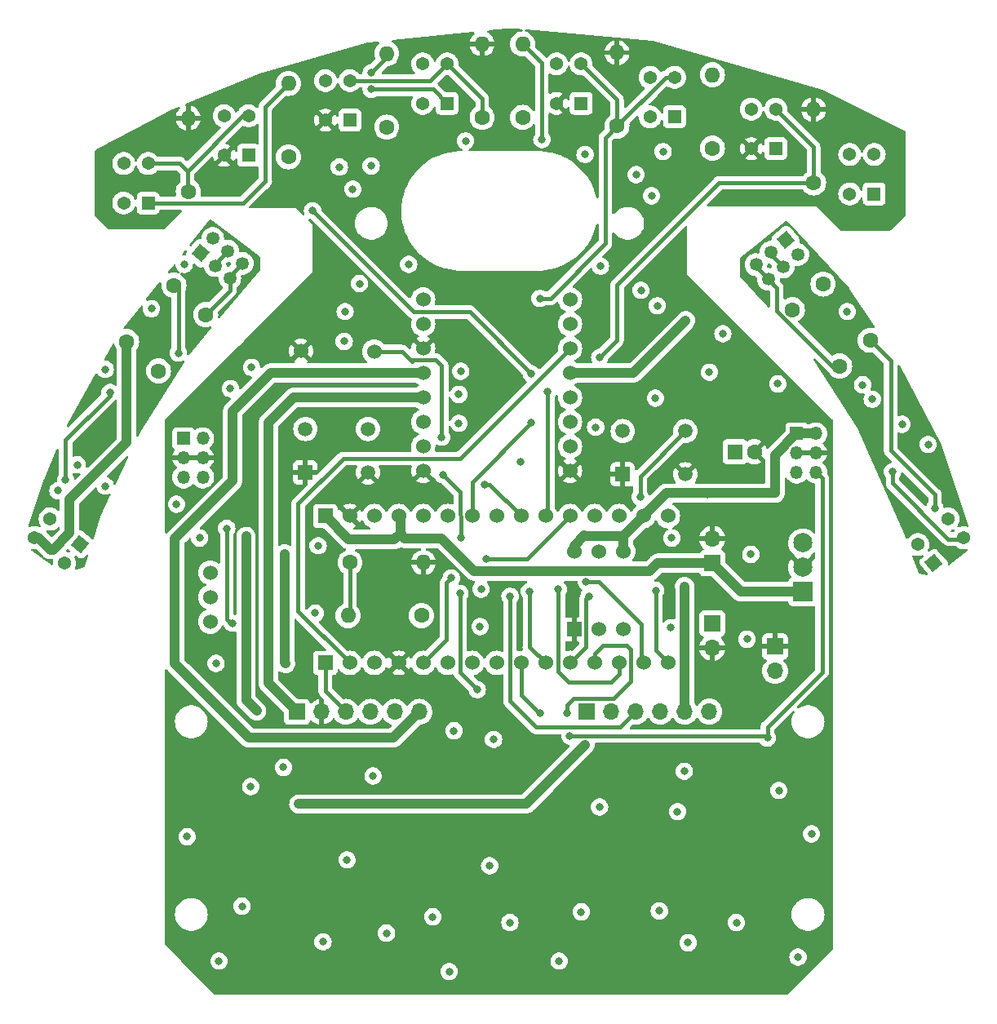
<source format=gbl>
%TF.GenerationSoftware,KiCad,Pcbnew,7.0.1*%
%TF.CreationDate,2023-05-14T10:54:03+09:00*%
%TF.ProjectId,trace,74726163-652e-46b6-9963-61645f706362,rev?*%
%TF.SameCoordinates,Original*%
%TF.FileFunction,Copper,L4,Bot*%
%TF.FilePolarity,Positive*%
%FSLAX46Y46*%
G04 Gerber Fmt 4.6, Leading zero omitted, Abs format (unit mm)*
G04 Created by KiCad (PCBNEW 7.0.1) date 2023-05-14 10:54:03*
%MOMM*%
%LPD*%
G01*
G04 APERTURE LIST*
G04 Aperture macros list*
%AMHorizOval*
0 Thick line with rounded ends*
0 $1 width*
0 $2 $3 position (X,Y) of the first rounded end (center of the circle)*
0 $4 $5 position (X,Y) of the second rounded end (center of the circle)*
0 Add line between two ends*
20,1,$1,$2,$3,$4,$5,0*
0 Add two circle primitives to create the rounded ends*
1,1,$1,$2,$3*
1,1,$1,$4,$5*%
%AMRotRect*
0 Rectangle, with rotation*
0 The origin of the aperture is its center*
0 $1 length*
0 $2 width*
0 $3 Rotation angle, in degrees counterclockwise*
0 Add horizontal line*
21,1,$1,$2,0,0,$3*%
G04 Aperture macros list end*
%TA.AperFunction,ComponentPad*%
%ADD10C,1.995000*%
%TD*%
%TA.AperFunction,ComponentPad*%
%ADD11R,1.995000X1.995000*%
%TD*%
%TA.AperFunction,ComponentPad*%
%ADD12C,1.524000*%
%TD*%
%TA.AperFunction,ComponentPad*%
%ADD13C,1.600000*%
%TD*%
%TA.AperFunction,ComponentPad*%
%ADD14O,1.600000X1.600000*%
%TD*%
%TA.AperFunction,ComponentPad*%
%ADD15R,1.368000X1.368000*%
%TD*%
%TA.AperFunction,ComponentPad*%
%ADD16C,1.368000*%
%TD*%
%TA.AperFunction,ComponentPad*%
%ADD17O,1.700000X1.700000*%
%TD*%
%TA.AperFunction,ComponentPad*%
%ADD18R,1.700000X1.700000*%
%TD*%
%TA.AperFunction,ComponentPad*%
%ADD19C,1.530000*%
%TD*%
%TA.AperFunction,ComponentPad*%
%ADD20R,1.530000X1.530000*%
%TD*%
%TA.AperFunction,ComponentPad*%
%ADD21RotRect,1.350000X1.350000X310.000000*%
%TD*%
%TA.AperFunction,ComponentPad*%
%ADD22HorizOval,1.350000X0.000000X0.000000X0.000000X0.000000X0*%
%TD*%
%TA.AperFunction,ComponentPad*%
%ADD23R,1.508000X1.508000*%
%TD*%
%TA.AperFunction,ComponentPad*%
%ADD24C,1.508000*%
%TD*%
%TA.AperFunction,ComponentPad*%
%ADD25R,1.524000X1.524000*%
%TD*%
%TA.AperFunction,ComponentPad*%
%ADD26R,1.350000X1.350000*%
%TD*%
%TA.AperFunction,ComponentPad*%
%ADD27O,1.350000X1.350000*%
%TD*%
%TA.AperFunction,ComponentPad*%
%ADD28HorizOval,1.600000X0.000000X0.000000X0.000000X0.000000X0*%
%TD*%
%TA.AperFunction,ComponentPad*%
%ADD29RotRect,1.350000X1.350000X50.000000*%
%TD*%
%TA.AperFunction,ComponentPad*%
%ADD30HorizOval,1.350000X0.000000X0.000000X0.000000X0.000000X0*%
%TD*%
%TA.AperFunction,ComponentPad*%
%ADD31RotRect,1.368000X1.368000X130.000000*%
%TD*%
%TA.AperFunction,ComponentPad*%
%ADD32R,1.600000X1.600000*%
%TD*%
%TA.AperFunction,ComponentPad*%
%ADD33HorizOval,1.600000X0.000000X0.000000X0.000000X0.000000X0*%
%TD*%
%TA.AperFunction,ComponentPad*%
%ADD34RotRect,1.368000X1.368000X230.000000*%
%TD*%
%TA.AperFunction,ViaPad*%
%ADD35C,0.800000*%
%TD*%
%TA.AperFunction,Conductor*%
%ADD36C,1.000000*%
%TD*%
%TA.AperFunction,Conductor*%
%ADD37C,0.400000*%
%TD*%
G04 APERTURE END LIST*
D10*
%TO.P,\u4E09\u7AEF\u5B501,3,Pin_3*%
%TO.N,VCC*%
X165592500Y-103302500D03*
%TO.P,\u4E09\u7AEF\u5B501,2,Pin_2*%
%TO.N,GND*%
X165592500Y-105842500D03*
D11*
%TO.P,\u4E09\u7AEF\u5B501,1,Pin_1*%
%TO.N,+5V*%
X165592500Y-108382500D03*
%TD*%
D12*
%TO.P,U14,16,GND*%
%TO.N,GND*%
X141437500Y-95832500D03*
%TO.P,U14,15,NC*%
%TO.N,unconnected-(U14-NC-Pad15)*%
X141437500Y-93292500D03*
%TO.P,U14,14,BIN2*%
%TO.N,BIN2*%
X141437500Y-90752500D03*
%TO.P,U14,13,BIN1*%
%TO.N,BIN1*%
X141437500Y-88212500D03*
%TO.P,U14,12,STBY*%
%TO.N,+3.3V*%
X141437500Y-85672500D03*
%TO.P,U14,11,AIN1*%
%TO.N,AIN1*%
X141437500Y-83132500D03*
%TO.P,U14,10,AIN2*%
%TO.N,AIN2*%
X141437500Y-80592500D03*
%TO.P,U14,9,NC*%
%TO.N,unconnected-(U14-NC-Pad9)*%
X141437500Y-78052500D03*
%TO.P,U14,8,VM*%
%TO.N,VDD*%
X126197500Y-78052500D03*
%TO.P,U14,7,NC*%
%TO.N,unconnected-(U14-NC-Pad7)*%
X126197500Y-80592500D03*
%TO.P,U14,6,GND*%
%TO.N,GND*%
X126197500Y-83132500D03*
%TO.P,U14,5,AO1*%
%TO.N,Net-(J1-Pin_6)*%
X126197500Y-85672500D03*
%TO.P,U14,4,AO2*%
%TO.N,Net-(J1-Pin_1)*%
X126197500Y-88212500D03*
%TO.P,U14,3,BO2*%
%TO.N,Net-(J7-Pin_6)*%
X126197500Y-90752500D03*
%TO.P,U14,2,BO1*%
%TO.N,Net-(J7-Pin_1)*%
X126197500Y-93292500D03*
%TO.P,U14,1,GND*%
%TO.N,GND*%
X126197500Y-95832500D03*
%TD*%
D13*
%TO.P,R3,1*%
%TO.N,+3.3V*%
X122417500Y-60162500D03*
D14*
%TO.P,R3,2*%
%TO.N,Net-(R3-Pad2)*%
X122417500Y-52542500D03*
%TD*%
D15*
%TO.P,U9,1*%
%TO.N,Net-(U8-Pad4)*%
X162787500Y-62392500D03*
D16*
%TO.P,U9,2*%
%TO.N,RRS*%
X162787500Y-58292500D03*
%TO.P,U9,3*%
%TO.N,+3.3V*%
X160247500Y-58292500D03*
%TO.P,U9,4*%
%TO.N,GND*%
X160247500Y-62392500D03*
%TD*%
D17*
%TO.P,C2,2*%
%TO.N,GND*%
X156217500Y-102877500D03*
D18*
%TO.P,C2,1*%
%TO.N,+5V*%
X156217500Y-105417500D03*
%TD*%
D13*
%TO.P,R2,1*%
%TO.N,LLS*%
X101817500Y-66852500D03*
D14*
%TO.P,R2,2*%
%TO.N,GND*%
X101817500Y-59232500D03*
%TD*%
D13*
%TO.P,R7,1*%
%TO.N,+3.3V*%
X156217500Y-62352500D03*
D14*
%TO.P,R7,2*%
%TO.N,Net-(R7-Pad2)*%
X156217500Y-54732500D03*
%TD*%
D19*
%TO.P,U1,4_15,PB3*%
%TO.N,unconnected-(U1B-PB3-Pad4_15)*%
X151597500Y-100522500D03*
%TO.P,U1,4_14,+3V3*%
%TO.N,+3.3V*%
X149057500Y-100522500D03*
%TO.P,U1,4_13,AREF*%
%TO.N,unconnected-(U1B-AREF-Pad4_13)*%
X146517500Y-100522500D03*
%TO.P,U1,4_12,PA0*%
%TO.N,unconnected-(U1B-PA0-Pad4_12)*%
X143977500Y-100522500D03*
%TO.P,U1,4_11,PA1*%
%TO.N,RHallA*%
X141437500Y-100522500D03*
%TO.P,U1,4_10,PA3*%
%TO.N,LLS*%
X138897500Y-100522500D03*
%TO.P,U1,4_9,PA4*%
%TO.N,FLS*%
X136357500Y-100522500D03*
%TO.P,U1,4_8,PA5*%
%TO.N,FRS*%
X133817500Y-100522500D03*
%TO.P,U1,4_7,PA6*%
%TO.N,RRS*%
X131277500Y-100522500D03*
%TO.P,U1,4_6,PA7*%
%TO.N,BSEN*%
X128737500Y-100522500D03*
%TO.P,U1,4_5,PA2*%
%TO.N,RHallB*%
X126197500Y-100522500D03*
%TO.P,U1,4_4,+5V*%
%TO.N,+5V*%
X123657500Y-100522500D03*
%TO.P,U1,4_3,NRST_2*%
%TO.N,unconnected-(U1B-NRST_2-Pad4_3)*%
X121117500Y-100522500D03*
%TO.P,U1,4_2,GND_2*%
%TO.N,GND*%
X118577500Y-100522500D03*
D20*
%TO.P,U1,4_1,VIN*%
%TO.N,+5V*%
X116037500Y-100522500D03*
D19*
%TO.P,U1,3_15,PB4*%
%TO.N,BIN1*%
X151597500Y-115762500D03*
%TO.P,U1,3_14,PB5*%
%TO.N,BIN2*%
X149057500Y-115762500D03*
%TO.P,U1,3_13,PA11*%
%TO.N,AIN2*%
X146517500Y-115762500D03*
%TO.P,U1,3_12,PA8*%
%TO.N,LHallB*%
X143977500Y-115762500D03*
%TO.P,U1,3_11,PF1*%
%TO.N,Net-(U1A-PF1)*%
X141437500Y-115762500D03*
%TO.P,U1,3_10,PF0*%
%TO.N,Net-(U1A-PF0)*%
X138897500Y-115762500D03*
%TO.P,U1,3_9,PB1*%
%TO.N,MLS*%
X136357500Y-115762500D03*
%TO.P,U1,3_8,PB6*%
%TO.N,SCL*%
X133817500Y-115762500D03*
%TO.P,U1,3_7,PB7*%
%TO.N,SDA*%
X131277500Y-115762500D03*
%TO.P,U1,3_6,PB0*%
%TO.N,MRS*%
X128737500Y-115762500D03*
%TO.P,U1,3_5,PA12*%
%TO.N,Net-(U13-IN)*%
X126197500Y-115762500D03*
%TO.P,U1,3_4,GND_1*%
%TO.N,GND*%
X123657500Y-115762500D03*
%TO.P,U1,3_3,NRST_1*%
%TO.N,unconnected-(U1A-NRST_1-Pad3_3)*%
X121117500Y-115762500D03*
%TO.P,U1,3_2,PA10*%
%TO.N,AIN1*%
X118577500Y-115762500D03*
D20*
%TO.P,U1,3_1,PA9*%
%TO.N,LHallA*%
X116037500Y-115762500D03*
%TD*%
D18*
%TO.P,J1,1,Pin_1*%
%TO.N,Net-(J1-Pin_1)*%
X113097500Y-120842500D03*
D17*
%TO.P,J1,2,Pin_2*%
%TO.N,GND*%
X115637500Y-120842500D03*
%TO.P,J1,3,Pin_3*%
%TO.N,LHallA*%
X118177500Y-120842500D03*
%TO.P,J1,4,Pin_4*%
%TO.N,LHallB*%
X120717500Y-120842500D03*
%TO.P,J1,5,Pin_5*%
%TO.N,+3.3V*%
X123257500Y-120842500D03*
%TO.P,J1,6,Pin_6*%
%TO.N,Net-(J1-Pin_6)*%
X125797500Y-120842500D03*
%TD*%
D13*
%TO.P,R10,1*%
%TO.N,VCC*%
X126027500Y-110842500D03*
D14*
%TO.P,R10,2*%
%TO.N,BSEN*%
X118407500Y-110842500D03*
%TD*%
D21*
%TO.P,J2,1,Pin_1*%
%TO.N,Net-(J2-Pin_1)*%
X163797802Y-71852881D03*
D22*
%TO.P,J2,2,Pin_2*%
X165083377Y-73384970D03*
%TO.P,J2,3,Pin_3*%
%TO.N,Net-(J2-Pin_3)*%
X162265713Y-73138456D03*
%TO.P,J2,4,Pin_4*%
X163551288Y-74670545D03*
%TO.P,J2,5,Pin_5*%
%TO.N,Net-(J2-Pin_5)*%
X160733624Y-74424031D03*
%TO.P,J2,6,Pin_6*%
X162019199Y-75956120D03*
%TD*%
D23*
%TO.P,S2,1*%
%TO.N,GND*%
X146903000Y-96192500D03*
D24*
%TO.P,S2,2*%
X153403000Y-96192500D03*
%TO.P,S2,3*%
%TO.N,unconnected-(S2-Pad3)*%
X146903000Y-91692500D03*
%TO.P,S2,4*%
%TO.N,Net-(U1A-PF1)*%
X153403000Y-91692500D03*
%TD*%
D13*
%TO.P,R5,1*%
%TO.N,+3.3V*%
X136517500Y-59152500D03*
D14*
%TO.P,R5,2*%
%TO.N,Net-(R5-Pad2)*%
X136517500Y-51532500D03*
%TD*%
D13*
%TO.P,R4,1*%
%TO.N,FLS*%
X132317500Y-59152500D03*
D14*
%TO.P,R4,2*%
%TO.N,GND*%
X132317500Y-51532500D03*
%TD*%
D12*
%TO.P,U12,1,VCC*%
%TO.N,+3.3V*%
X141877500Y-104192500D03*
%TO.P,U12,2,VCCIO*%
%TO.N,unconnected-(U12-VCCIO-Pad2)*%
X144417500Y-104192500D03*
%TO.P,U12,3,3v3*%
%TO.N,+3.3V*%
X146957500Y-104192500D03*
D25*
%TO.P,U12,4,GND*%
%TO.N,GND*%
X141877500Y-112292500D03*
D12*
%TO.P,U12,5,SDA*%
%TO.N,SDA*%
X144417500Y-112292500D03*
%TO.P,U12,6,SCL*%
%TO.N,SCL*%
X146957500Y-112292500D03*
%TD*%
D26*
%TO.P,J4,1,Pin_1*%
%TO.N,+3.3V*%
X164956500Y-91970500D03*
D27*
%TO.P,J4,2,Pin_2*%
X166956500Y-91970500D03*
%TO.P,J4,3,Pin_3*%
%TO.N,GND*%
X164956500Y-93970500D03*
%TO.P,J4,4,Pin_4*%
X166956500Y-93970500D03*
%TO.P,J4,5,Pin_5*%
%TO.N,MLS*%
X164956500Y-95970500D03*
%TO.P,J4,6,Pin_6*%
X166956500Y-95970500D03*
%TD*%
D13*
%TO.P,R14,1*%
%TO.N,Net-(R14-Pad1)*%
X164523480Y-79113871D03*
D28*
%TO.P,R14,2*%
%TO.N,Net-(J2-Pin_5)*%
X169421522Y-84951130D03*
%TD*%
D26*
%TO.P,J5,1,Pin_1*%
%TO.N,+3.3V*%
X101329500Y-92478500D03*
D27*
%TO.P,J5,2,Pin_2*%
X103329500Y-92478500D03*
%TO.P,J5,3,Pin_3*%
%TO.N,GND*%
X101329500Y-94478500D03*
%TO.P,J5,4,Pin_4*%
X103329500Y-94478500D03*
%TO.P,J5,5,Pin_5*%
%TO.N,MRS*%
X101329500Y-96478500D03*
%TO.P,J5,6,Pin_6*%
X103329500Y-96478500D03*
%TD*%
D18*
%TO.P,J7,1,Pin_1*%
%TO.N,Net-(J7-Pin_1)*%
X143192500Y-120817500D03*
D17*
%TO.P,J7,2,Pin_2*%
%TO.N,GND*%
X145732500Y-120817500D03*
%TO.P,J7,3,Pin_3*%
%TO.N,RHallA*%
X148272500Y-120817500D03*
%TO.P,J7,4,Pin_4*%
%TO.N,RHallB*%
X150812500Y-120817500D03*
%TO.P,J7,5,Pin_5*%
%TO.N,+3.3V*%
X153352500Y-120817500D03*
%TO.P,J7,6,Pin_6*%
%TO.N,Net-(J7-Pin_6)*%
X155892500Y-120817500D03*
%TD*%
D29*
%TO.P,J3,1,Pin_1*%
%TO.N,Net-(J3-Pin_1)*%
X103075624Y-73257969D03*
D30*
%TO.P,J3,2,Pin_2*%
X104361199Y-71725880D03*
%TO.P,J3,3,Pin_3*%
%TO.N,Net-(J3-Pin_3)*%
X104607713Y-74543544D03*
%TO.P,J3,4,Pin_4*%
X105893288Y-73011455D03*
%TO.P,J3,5,Pin_5*%
%TO.N,Net-(J3-Pin_5)*%
X106139802Y-75829119D03*
%TO.P,J3,6,Pin_6*%
X107425377Y-74297031D03*
%TD*%
D18*
%TO.P,C1,1*%
%TO.N,VCC*%
X156217500Y-111667500D03*
D17*
%TO.P,C1,2*%
%TO.N,GND*%
X156217500Y-114207500D03*
%TD*%
D31*
%TO.P,U11,1*%
%TO.N,Net-(R13-Pad2)*%
X179172449Y-105405091D03*
D16*
%TO.P,U11,2*%
%TO.N,Net-(R14-Pad1)*%
X182313231Y-102769662D03*
%TO.P,U11,3*%
%TO.N,Net-(J2-Pin_1)*%
X180680551Y-100823909D03*
%TO.P,U11,4*%
%TO.N,Net-(J2-Pin_3)*%
X177539769Y-103459338D03*
%TD*%
D15*
%TO.P,U8,1*%
%TO.N,Net-(R7-Pad2)*%
X173004291Y-67092500D03*
D16*
%TO.P,U8,2*%
%TO.N,RRS*%
X173004291Y-62992500D03*
%TO.P,U8,3*%
%TO.N,+3.3V*%
X170464291Y-62992500D03*
%TO.P,U8,4*%
%TO.N,Net-(U8-Pad4)*%
X170464291Y-67092500D03*
%TD*%
D12*
%TO.P,SW1,3,C*%
%TO.N,unconnected-(SW1-C-Pad3)*%
X104117500Y-111482500D03*
%TO.P,SW1,2,B*%
%TO.N,VDD*%
X104117500Y-108942500D03*
%TO.P,SW1,1,A*%
%TO.N,VCC*%
X104117500Y-106402500D03*
%TD*%
D13*
%TO.P,R6,1*%
%TO.N,FRS*%
X146317500Y-60052500D03*
D14*
%TO.P,R6,2*%
%TO.N,GND*%
X146317500Y-52432500D03*
%TD*%
D32*
%TO.P,C3,1*%
%TO.N,VDD*%
X158562388Y-93842500D03*
D13*
%TO.P,C3,2*%
%TO.N,GND*%
X160562388Y-93842500D03*
%TD*%
%TO.P,R12,1*%
%TO.N,Net-(R12-Pad1)*%
X98737480Y-85459130D03*
D33*
%TO.P,R12,2*%
%TO.N,Net-(J3-Pin_5)*%
X103635522Y-79621871D03*
%TD*%
D13*
%TO.P,R9,1*%
%TO.N,Net-(J3-Pin_1)*%
X95435480Y-82411130D03*
D33*
%TO.P,R9,2*%
%TO.N,Net-(R9-Pad2)*%
X100333522Y-76573871D03*
%TD*%
D15*
%TO.P,U4,1*%
%TO.N,Net-(R3-Pad2)*%
X128687500Y-57692500D03*
D16*
%TO.P,U4,2*%
%TO.N,FLS*%
X128687500Y-53592500D03*
%TO.P,U4,3*%
%TO.N,+3.3V*%
X126147500Y-53592500D03*
%TO.P,U4,4*%
%TO.N,Net-(U4-Pad4)*%
X126147500Y-57692500D03*
%TD*%
D12*
%TO.P,U13,1,IN*%
%TO.N,Net-(U13-IN)*%
X121117500Y-83442500D03*
%TO.P,U13,2,OUT*%
%TO.N,GND*%
X113517500Y-83392500D03*
%TD*%
D18*
%TO.P,J6,1,Pin_1*%
%TO.N,GND*%
X162717500Y-114067500D03*
D17*
%TO.P,J6,2,Pin_2*%
%TO.N,VDD*%
X162717500Y-116607500D03*
%TD*%
D34*
%TO.P,U10,1*%
%TO.N,Net-(R9-Pad2)*%
X90619231Y-103459338D03*
D16*
%TO.P,U10,2*%
%TO.N,Net-(R12-Pad1)*%
X87478449Y-100823909D03*
%TO.P,U10,3*%
%TO.N,Net-(J3-Pin_1)*%
X85845769Y-102769662D03*
%TO.P,U10,4*%
%TO.N,Net-(J3-Pin_3)*%
X88986551Y-105405091D03*
%TD*%
D15*
%TO.P,U5,1*%
%TO.N,Net-(U4-Pad4)*%
X118600710Y-59442500D03*
D16*
%TO.P,U5,2*%
%TO.N,FLS*%
X118600710Y-55342500D03*
%TO.P,U5,3*%
%TO.N,+3.3V*%
X116060710Y-55342500D03*
%TO.P,U5,4*%
%TO.N,GND*%
X116060710Y-59442500D03*
%TD*%
D23*
%TO.P,S1,1*%
%TO.N,GND*%
X113967500Y-95992500D03*
D24*
%TO.P,S1,2*%
X120467500Y-95992500D03*
%TO.P,S1,3*%
%TO.N,unconnected-(S1-Pad3)*%
X113967500Y-91492500D03*
%TO.P,S1,4*%
%TO.N,Net-(U1A-PF0)*%
X120467500Y-91492500D03*
%TD*%
D13*
%TO.P,R1,1*%
%TO.N,+3.3V*%
X112217500Y-63252500D03*
D14*
%TO.P,R1,2*%
%TO.N,Net-(R1-Pad2)*%
X112217500Y-55632500D03*
%TD*%
D13*
%TO.P,R8,1*%
%TO.N,RRS*%
X166717500Y-65952500D03*
D14*
%TO.P,R8,2*%
%TO.N,GND*%
X166717500Y-58332500D03*
%TD*%
D15*
%TO.P,U7,1*%
%TO.N,Net-(U6-Pad4)*%
X142587500Y-57692500D03*
D16*
%TO.P,U7,2*%
%TO.N,FRS*%
X142587500Y-53592500D03*
%TO.P,U7,3*%
%TO.N,+3.3V*%
X140047500Y-53592500D03*
%TO.P,U7,4*%
%TO.N,GND*%
X140047500Y-57692500D03*
%TD*%
D13*
%TO.P,R13,1*%
%TO.N,Net-(J2-Pin_1)*%
X167698480Y-76446871D03*
D28*
%TO.P,R13,2*%
%TO.N,Net-(R13-Pad2)*%
X172596522Y-82284130D03*
%TD*%
D15*
%TO.P,U2,1*%
%TO.N,Net-(R1-Pad2)*%
X97657500Y-68042500D03*
D16*
%TO.P,U2,2*%
%TO.N,LLS*%
X97657500Y-63942500D03*
%TO.P,U2,3*%
%TO.N,+3.3V*%
X95117500Y-63942500D03*
%TO.P,U2,4*%
%TO.N,Net-(U2-Pad4)*%
X95117500Y-68042500D03*
%TD*%
D13*
%TO.P,R11,1*%
%TO.N,BSEN*%
X118607500Y-105342500D03*
D14*
%TO.P,R11,2*%
%TO.N,GND*%
X126227500Y-105342500D03*
%TD*%
D15*
%TO.P,U6,1*%
%TO.N,Net-(R5-Pad2)*%
X152287500Y-59092500D03*
D16*
%TO.P,U6,2*%
%TO.N,FRS*%
X152287500Y-54992500D03*
%TO.P,U6,3*%
%TO.N,+3.3V*%
X149747500Y-54992500D03*
%TO.P,U6,4*%
%TO.N,Net-(U6-Pad4)*%
X149747500Y-59092500D03*
%TD*%
D15*
%TO.P,U3,1*%
%TO.N,Net-(U2-Pad4)*%
X108087500Y-63092500D03*
D16*
%TO.P,U3,2*%
%TO.N,LLS*%
X108087500Y-58992500D03*
%TO.P,U3,3*%
%TO.N,+3.3V*%
X105547500Y-58992500D03*
%TO.P,U3,4*%
%TO.N,GND*%
X105547500Y-63092500D03*
%TD*%
D35*
%TO.N,*%
X175900000Y-91000000D03*
X172800000Y-88400000D03*
X101400000Y-74400000D03*
X98000000Y-79000000D03*
X88300000Y-97900000D03*
X93200000Y-97400000D03*
X90300000Y-95200000D03*
X93200000Y-85300000D03*
X178600000Y-93100000D03*
X170200000Y-79300000D03*
X171800000Y-86900000D03*
%TO.N,GND*%
X149500000Y-103700000D03*
X151600000Y-107100000D03*
X123100000Y-97700000D03*
X132600000Y-77500000D03*
X174900000Y-68700000D03*
X156700000Y-57400000D03*
X98900000Y-60400000D03*
X158600000Y-88900000D03*
X165500000Y-98900000D03*
X159000000Y-118900000D03*
X110900000Y-120900000D03*
X113700000Y-115400000D03*
X157000000Y-100300000D03*
X144500000Y-94900000D03*
X141700000Y-108500000D03*
%TO.N,*%
X121000000Y-127500000D03*
X152600000Y-131200000D03*
X153300000Y-127000000D03*
X159800000Y-113300000D03*
X160200000Y-104500000D03*
X151900000Y-112100000D03*
X152000000Y-102800000D03*
X108400000Y-85100000D03*
X106200000Y-87300000D03*
X144100000Y-91300000D03*
X144600000Y-74600000D03*
X130600000Y-61600000D03*
X143000000Y-63000000D03*
X151100000Y-62700000D03*
X163000000Y-86800000D03*
X129400000Y-122800000D03*
X105000000Y-146700000D03*
X165100000Y-146300000D03*
X166500000Y-133500000D03*
X101700000Y-133800000D03*
X128900000Y-147800000D03*
X115800000Y-144700000D03*
X133100000Y-136800000D03*
X118300000Y-136200000D03*
X127200000Y-142100000D03*
X122400000Y-143800000D03*
X142600000Y-141600000D03*
X140300000Y-146700000D03*
X135200000Y-142700000D03*
X153700000Y-144800000D03*
X150700000Y-141500000D03*
X158700000Y-142700000D03*
X163100000Y-129000000D03*
X107400000Y-141000000D03*
X111700000Y-126600000D03*
X108300000Y-128600000D03*
X144500000Y-130700000D03*
X133500000Y-123700000D03*
X104700000Y-115800000D03*
X132100000Y-112000000D03*
X132200000Y-108100000D03*
X115000000Y-110600000D03*
X115300000Y-103600000D03*
X103000000Y-102800000D03*
X100600000Y-99300000D03*
X136300000Y-94900000D03*
X129900000Y-90900000D03*
X129900000Y-87900000D03*
X130100000Y-85500000D03*
X118000000Y-82400000D03*
X118100000Y-79300000D03*
X119600000Y-76400000D03*
X124700000Y-74400000D03*
X118900000Y-66600000D03*
X117500000Y-64300000D03*
X120800000Y-64200000D03*
X148300000Y-65100000D03*
X149900000Y-67300000D03*
X148800000Y-77100000D03*
X150500000Y-78700000D03*
X157300000Y-81600000D03*
X155900000Y-85600000D03*
X150300000Y-88300000D03*
%TO.N,Net-(R13-Pad2)*%
X179300000Y-99700000D03*
%TO.N,Net-(R14-Pad1)*%
X174900000Y-95900000D03*
%TO.N,Net-(J7-Pin_1)*%
X113300000Y-130400000D03*
%TO.N,Net-(J3-Pin_3)*%
X93700000Y-87700000D03*
X89100000Y-96800000D03*
%TO.N,Net-(R9-Pad2)*%
X100800000Y-83600000D03*
%TO.N,MLS*%
X141417500Y-123342500D03*
X138317500Y-120942500D03*
%TO.N,LHallB*%
X141117500Y-120942500D03*
%TO.N,MLS*%
X161917500Y-123542500D03*
%TO.N,MRS*%
X106417500Y-111642500D03*
X105817500Y-101800000D03*
%TO.N,Net-(U13-IN)*%
X129117500Y-106942500D03*
X130117500Y-102742500D03*
X128217500Y-96242500D03*
X128117500Y-92342500D03*
%TO.N,Net-(J7-Pin_1)*%
X143017500Y-124242500D03*
X111917500Y-115842500D03*
X111817500Y-104442500D03*
%TO.N,Net-(J7-Pin_6)*%
X108917500Y-120742500D03*
X107817500Y-102642500D03*
%TO.N,RHallA*%
X135217500Y-108842500D03*
X132717500Y-104942500D03*
%TO.N,RHallB*%
X131817500Y-118542500D03*
X130017500Y-108542500D03*
%TO.N,+3.3V*%
X155717500Y-98242500D03*
X153317500Y-107842500D03*
%TO.N,LLS*%
X139117500Y-87642500D03*
X137417500Y-85742500D03*
X114717500Y-68842500D03*
%TO.N,Net-(R3-Pad2)*%
X120817500Y-56242500D03*
X120817500Y-54542500D03*
%TO.N,FLS*%
X132617500Y-97242500D03*
%TO.N,Net-(R5-Pad2)*%
X138517500Y-61442500D03*
%TO.N,FRS*%
X138317500Y-77942500D03*
%TO.N,RRS*%
X137417500Y-90842500D03*
X144517500Y-84042500D03*
X144517500Y-84042500D03*
%TO.N,+3.3V*%
X153417500Y-80242500D03*
%TO.N,AIN2*%
X140217500Y-108142500D03*
%TO.N,BIN1*%
X150317500Y-108242500D03*
%TO.N,BIN2*%
X143117500Y-107342500D03*
%TO.N,Net-(U1A-PF1)*%
X143417500Y-108842500D03*
X148717500Y-98542500D03*
%TO.N,Net-(U1A-PF0)*%
X137217500Y-108342500D03*
%TD*%
D36*
%TO.N,Net-(J1-Pin_6)*%
X126197500Y-85672500D02*
X110387500Y-85672500D01*
X108117500Y-123542500D02*
X123097500Y-123542500D01*
X110387500Y-85672500D02*
X106417500Y-89642500D01*
X100417500Y-115842500D02*
X108117500Y-123542500D01*
X100417500Y-102882500D02*
X100417500Y-115842500D01*
X106417500Y-96882500D02*
X100417500Y-102882500D01*
X106417500Y-89642500D02*
X106417500Y-96882500D01*
X123097500Y-123542500D02*
X125797500Y-120842500D01*
D37*
%TO.N,MLS*%
X161917500Y-122382500D02*
X161917500Y-123542500D01*
X167600000Y-96614000D02*
X167600000Y-116700000D01*
X167600000Y-116700000D02*
X161917500Y-122382500D01*
X166956500Y-95970500D02*
X167600000Y-96614000D01*
X141417500Y-123342500D02*
X161717500Y-123342500D01*
%TO.N,Net-(R13-Pad2)*%
X179300000Y-98300000D02*
X179300000Y-99700000D01*
X174700000Y-93700000D02*
X179300000Y-98300000D01*
X174700000Y-84387608D02*
X174700000Y-93700000D01*
X172596522Y-82284130D02*
X174700000Y-84387608D01*
%TO.N,Net-(R14-Pad1)*%
X174900000Y-97100000D02*
X180700000Y-102900000D01*
X174900000Y-95900000D02*
X174900000Y-97100000D01*
X182182893Y-102900000D02*
X180700000Y-102900000D01*
X182313231Y-102769662D02*
X182182893Y-102900000D01*
%TO.N,Net-(J2-Pin_3)*%
X162265713Y-73384970D02*
X163551288Y-74670545D01*
X162265713Y-73138456D02*
X162265713Y-73384970D01*
%TO.N,Net-(J2-Pin_5)*%
X168651130Y-84951130D02*
X169421522Y-84951130D01*
X162900000Y-79200000D02*
X168651130Y-84951130D01*
X162900000Y-76836921D02*
X162900000Y-79200000D01*
X162019199Y-75956120D02*
X162900000Y-76836921D01*
D36*
%TO.N,Net-(J7-Pin_1)*%
X136860000Y-130400000D02*
X113300000Y-130400000D01*
X143017500Y-124242500D02*
X136860000Y-130400000D01*
D37*
%TO.N,MRS*%
X105817500Y-111242500D02*
X106417500Y-111642500D01*
X105817500Y-101800000D02*
X105817500Y-111242500D01*
%TO.N,RRS*%
X156907500Y-65952500D02*
X146317500Y-76542500D01*
%TO.N,Net-(J3-Pin_3)*%
X93700000Y-88000000D02*
X89100000Y-92600000D01*
X93700000Y-87700000D02*
X93700000Y-88000000D01*
X89100000Y-92600000D02*
X89100000Y-96800000D01*
D36*
%TO.N,Net-(J3-Pin_1)*%
X87500000Y-104000000D02*
X86269662Y-102769662D01*
X87800000Y-104000000D02*
X87500000Y-104000000D01*
X86269662Y-102769662D02*
X85845769Y-102769662D01*
X89500000Y-102300000D02*
X87800000Y-104000000D01*
X89500000Y-98800000D02*
X89500000Y-102300000D01*
X95435480Y-92864520D02*
X89500000Y-98800000D01*
X95435480Y-82411130D02*
X95435480Y-92864520D01*
D37*
%TO.N,Net-(R9-Pad2)*%
X100800000Y-83600000D02*
X100800000Y-83400000D01*
X100800000Y-77040349D02*
X100800000Y-83600000D01*
X100333522Y-76573871D02*
X100800000Y-77040349D01*
%TO.N,Net-(J3-Pin_5)*%
X106139802Y-75582606D02*
X107425377Y-74297031D01*
X106139802Y-75829119D02*
X106139802Y-75582606D01*
X106139802Y-77117591D02*
X106139802Y-75829119D01*
X103635522Y-79621871D02*
X106139802Y-77117591D01*
%TO.N,Net-(J3-Pin_3)*%
X104607713Y-74297030D02*
X105893288Y-73011455D01*
X104607713Y-74543544D02*
X104607713Y-74297030D01*
%TO.N,MLS*%
X161717500Y-123342500D02*
X161917500Y-123542500D01*
X138317500Y-120942500D02*
X138217500Y-120842500D01*
X138117500Y-120842500D02*
X138317500Y-120942500D01*
X136357500Y-119082500D02*
X138117500Y-120842500D01*
X136357500Y-115762500D02*
X136357500Y-119082500D01*
%TO.N,LHallB*%
X141117500Y-120142500D02*
X141117500Y-120942500D01*
X141817500Y-119442500D02*
X141117500Y-120142500D01*
X145917500Y-119442500D02*
X141817500Y-119442500D01*
X147717500Y-114342500D02*
X147717500Y-117642500D01*
X147317500Y-113942500D02*
X147717500Y-114342500D01*
X143977500Y-114782500D02*
X144817500Y-113942500D01*
X144817500Y-113942500D02*
X147317500Y-113942500D01*
X147717500Y-117642500D02*
X145917500Y-119442500D01*
X143977500Y-115762500D02*
X143977500Y-114782500D01*
%TO.N,MRS*%
X106417500Y-111642500D02*
X106117500Y-111542500D01*
%TO.N,Net-(U13-IN)*%
X128617500Y-113342500D02*
X126197500Y-115762500D01*
X128617500Y-107442500D02*
X128617500Y-113342500D01*
X129117500Y-106942500D02*
X128617500Y-107442500D01*
X130117500Y-102742500D02*
X130017500Y-102742500D01*
X130017500Y-98042500D02*
X130117500Y-102742500D01*
X128217500Y-96242500D02*
X130017500Y-98042500D01*
D36*
%TO.N,+5V*%
X118457500Y-102942500D02*
X116037500Y-100522500D01*
X123217500Y-102942500D02*
X118457500Y-102942500D01*
X123817500Y-102342500D02*
X123217500Y-102942500D01*
X128117500Y-102842500D02*
X124317500Y-102842500D01*
X124317500Y-102842500D02*
X123817500Y-102342500D01*
X131517500Y-106242500D02*
X128117500Y-102842500D01*
X150542500Y-105417500D02*
X149717500Y-106242500D01*
X149717500Y-106242500D02*
X131517500Y-106242500D01*
X156217500Y-105417500D02*
X150542500Y-105417500D01*
D37*
%TO.N,Net-(U13-IN)*%
X127517500Y-84342500D02*
X128117500Y-84942500D01*
X124917500Y-84342500D02*
X127517500Y-84342500D01*
X124867500Y-84292500D02*
X125017500Y-84442500D01*
X128117500Y-84942500D02*
X128117500Y-92342500D01*
X124867500Y-84292500D02*
X124917500Y-84342500D01*
X124017500Y-83442500D02*
X124867500Y-84292500D01*
X121117500Y-83442500D02*
X124017500Y-83442500D01*
%TO.N,Net-(J2-Pin_5)*%
X160733624Y-74670545D02*
X162019199Y-75956120D01*
X160733624Y-74424031D02*
X160733624Y-74670545D01*
D36*
%TO.N,Net-(J7-Pin_1)*%
X111828904Y-115753904D02*
X111917500Y-115842500D01*
X111828904Y-104453904D02*
X111828904Y-115753904D01*
X111817500Y-104442500D02*
X111828904Y-104453904D01*
X111917500Y-115842500D02*
X111817500Y-115742500D01*
%TO.N,Net-(J7-Pin_6)*%
X107817500Y-119642500D02*
X108917500Y-120742500D01*
X107817500Y-102642500D02*
X107817500Y-119642500D01*
%TO.N,Net-(J1-Pin_1)*%
X112747500Y-88212500D02*
X126197500Y-88212500D01*
X110117500Y-117862500D02*
X110117500Y-90842500D01*
X113097500Y-120842500D02*
X110117500Y-117862500D01*
X110117500Y-90842500D02*
X112747500Y-88212500D01*
D37*
%TO.N,BSEN*%
X118607500Y-105342500D02*
X118607500Y-110642500D01*
X118607500Y-110642500D02*
X118407500Y-110842500D01*
%TO.N,AIN2*%
X145717500Y-117742500D02*
X146517500Y-116942500D01*
X141317500Y-117742500D02*
X145717500Y-117742500D01*
X146517500Y-116942500D02*
X146517500Y-115762500D01*
X140217500Y-116642500D02*
X141317500Y-117742500D01*
X140217500Y-108142500D02*
X140217500Y-116642500D01*
%TO.N,LHallA*%
X116037500Y-115762500D02*
X116037500Y-118702500D01*
X116037500Y-118702500D02*
X118177500Y-120842500D01*
%TO.N,RHallA*%
X135217500Y-119742500D02*
X137917500Y-122442500D01*
X135217500Y-108842500D02*
X135217500Y-119742500D01*
X146647500Y-122442500D02*
X137917500Y-122442500D01*
X137017500Y-104942500D02*
X132717500Y-104942500D01*
X141437500Y-100522500D02*
X137017500Y-104942500D01*
X148272500Y-120817500D02*
X146647500Y-122442500D01*
%TO.N,RHallB*%
X130017500Y-116742500D02*
X131817500Y-118542500D01*
X130017500Y-108542500D02*
X130017500Y-116742500D01*
D36*
%TO.N,+3.3V*%
X153352500Y-107877500D02*
X153317500Y-107842500D01*
X153352500Y-120817500D02*
X153352500Y-107877500D01*
D37*
%TO.N,LLS*%
X139117500Y-100302500D02*
X138897500Y-100522500D01*
X139117500Y-87642500D02*
X139117500Y-100302500D01*
X128217500Y-79342500D02*
X131017500Y-79342500D01*
X131017500Y-79342500D02*
X137417500Y-85742500D01*
X125217500Y-79342500D02*
X128217500Y-79342500D01*
X114717500Y-68842500D02*
X125217500Y-79342500D01*
%TO.N,Net-(R1-Pad2)*%
X109817500Y-65742500D02*
X109817500Y-58032500D01*
X109817500Y-58032500D02*
X112217500Y-55632500D01*
X107517500Y-68042500D02*
X109817500Y-65742500D01*
X97657500Y-68042500D02*
X107517500Y-68042500D01*
%TO.N,LLS*%
X97657500Y-63942500D02*
X100917500Y-63942500D01*
X100917500Y-63942500D02*
X101717500Y-64742500D01*
X101717500Y-64742500D02*
X101717500Y-66752500D01*
X101717500Y-66752500D02*
X101817500Y-66852500D01*
X107467500Y-58992500D02*
X101717500Y-64742500D01*
X108087500Y-58992500D02*
X107467500Y-58992500D01*
%TO.N,Net-(R3-Pad2)*%
X127237500Y-56242500D02*
X128687500Y-57692500D01*
X120817500Y-56242500D02*
X127237500Y-56242500D01*
X122417500Y-52942500D02*
X120817500Y-54542500D01*
X122417500Y-52542500D02*
X122417500Y-52942500D01*
%TO.N,FLS*%
X133077500Y-97242500D02*
X136357500Y-100522500D01*
X132617500Y-97242500D02*
X133077500Y-97242500D01*
%TO.N,Net-(R5-Pad2)*%
X138517500Y-53532500D02*
X138517500Y-61442500D01*
X136517500Y-51532500D02*
X138517500Y-53532500D01*
%TO.N,FLS*%
X126937500Y-55342500D02*
X118600710Y-55342500D01*
X128687500Y-53592500D02*
X126937500Y-55342500D01*
X132317500Y-59152500D02*
X132317500Y-57222500D01*
X132317500Y-57222500D02*
X128687500Y-53592500D01*
%TO.N,FRS*%
X145117500Y-61252500D02*
X146317500Y-60052500D01*
X145117500Y-72242500D02*
X145117500Y-61252500D01*
X139417500Y-77942500D02*
X145117500Y-72242500D01*
X138317500Y-77942500D02*
X139417500Y-77942500D01*
X146317500Y-57322500D02*
X142587500Y-53592500D01*
X146317500Y-60052500D02*
X146317500Y-57322500D01*
X151377500Y-54992500D02*
X152287500Y-54992500D01*
X146317500Y-60052500D02*
X151377500Y-54992500D01*
%TO.N,RRS*%
X131277500Y-96982500D02*
X131277500Y-100522500D01*
X137417500Y-90842500D02*
X131277500Y-96982500D01*
X146317500Y-82242500D02*
X144517500Y-84042500D01*
X146317500Y-76542500D02*
X146317500Y-82242500D01*
X166717500Y-65952500D02*
X156907500Y-65952500D01*
X166717500Y-62222500D02*
X166717500Y-65952500D01*
X162787500Y-58292500D02*
X166717500Y-62222500D01*
D36*
%TO.N,+3.3V*%
X147987500Y-85672500D02*
X153417500Y-80242500D01*
X141437500Y-85672500D02*
X147987500Y-85672500D01*
D37*
%TO.N,AIN1*%
X130027500Y-94542500D02*
X141437500Y-83132500D01*
X113217500Y-99242500D02*
X117917500Y-94542500D01*
X117917500Y-94542500D02*
X130027500Y-94542500D01*
X113217500Y-110402500D02*
X113217500Y-99242500D01*
X118577500Y-115762500D02*
X113217500Y-110402500D01*
%TO.N,BIN1*%
X150317500Y-114482500D02*
X151597500Y-115762500D01*
X150317500Y-108242500D02*
X150317500Y-114482500D01*
%TO.N,BIN2*%
X148817500Y-115522500D02*
X149057500Y-115762500D01*
X148817500Y-111742500D02*
X148817500Y-115522500D01*
X144417500Y-107342500D02*
X148817500Y-111742500D01*
X143117500Y-107342500D02*
X144417500Y-107342500D01*
X141437500Y-90752500D02*
X141527500Y-90752500D01*
%TO.N,Net-(U1A-PF1)*%
X143117500Y-109142500D02*
X143417500Y-108842500D01*
X143117500Y-114082500D02*
X141437500Y-115762500D01*
X143117500Y-109142500D02*
X143117500Y-114082500D01*
X148717500Y-98542500D02*
X148717500Y-98442500D01*
X148717500Y-96378000D02*
X148717500Y-98542500D01*
X153403000Y-91692500D02*
X148717500Y-96378000D01*
%TO.N,Net-(U1A-PF0)*%
X137217500Y-114082500D02*
X138897500Y-115762500D01*
X137217500Y-108342500D02*
X137217500Y-114082500D01*
D36*
%TO.N,+3.3V*%
X164956500Y-91970500D02*
X166956500Y-91970500D01*
X162717500Y-94209500D02*
X164956500Y-91970500D01*
X162717500Y-98142500D02*
X162717500Y-94209500D01*
X151437500Y-98142500D02*
X162717500Y-98142500D01*
X149057500Y-100522500D02*
X151437500Y-98142500D01*
X142997500Y-102622500D02*
X146957500Y-102622500D01*
X142917500Y-102542500D02*
X142997500Y-102622500D01*
X141877500Y-103582500D02*
X142917500Y-102542500D01*
X141877500Y-104192500D02*
X141877500Y-103582500D01*
X146957500Y-102622500D02*
X149057500Y-100522500D01*
X146957500Y-104192500D02*
X146957500Y-102622500D01*
%TO.N,+5V*%
X123817500Y-102342500D02*
X123817500Y-100682500D01*
X123817500Y-100682500D02*
X123657500Y-100522500D01*
X159182500Y-108382500D02*
X156217500Y-105417500D01*
X165592500Y-108382500D02*
X159182500Y-108382500D01*
%TD*%
%TA.AperFunction,Conductor*%
%TO.N,GND*%
G36*
X153548885Y-70449701D02*
G01*
X153586485Y-70493724D01*
X153600000Y-70550019D01*
X153600000Y-75400000D01*
X168663681Y-90463681D01*
X168690561Y-90503909D01*
X168700000Y-90551362D01*
X168700000Y-145448638D01*
X168690561Y-145496091D01*
X168663681Y-145536319D01*
X164036319Y-150163681D01*
X163996091Y-150190561D01*
X163948638Y-150200000D01*
X104651362Y-150200000D01*
X104603909Y-150190561D01*
X104563681Y-150163681D01*
X102199999Y-147799999D01*
X127994540Y-147799999D01*
X128014326Y-147988257D01*
X128072820Y-148168284D01*
X128167466Y-148332216D01*
X128294129Y-148472889D01*
X128447269Y-148584151D01*
X128620197Y-148661144D01*
X128805352Y-148700500D01*
X128805354Y-148700500D01*
X128994646Y-148700500D01*
X128994648Y-148700500D01*
X129118084Y-148674262D01*
X129179803Y-148661144D01*
X129352730Y-148584151D01*
X129352729Y-148584151D01*
X129505870Y-148472889D01*
X129632533Y-148332216D01*
X129727179Y-148168284D01*
X129736292Y-148140236D01*
X129785674Y-147988256D01*
X129805460Y-147800000D01*
X129785674Y-147611744D01*
X129755332Y-147518363D01*
X129727179Y-147431715D01*
X129632533Y-147267783D01*
X129505870Y-147127110D01*
X129352730Y-147015848D01*
X129179802Y-146938855D01*
X128994648Y-146899500D01*
X128994646Y-146899500D01*
X128805354Y-146899500D01*
X128805352Y-146899500D01*
X128620197Y-146938855D01*
X128447269Y-147015848D01*
X128294129Y-147127110D01*
X128167466Y-147267783D01*
X128072820Y-147431715D01*
X128014326Y-147611742D01*
X127994540Y-147799999D01*
X102199999Y-147799999D01*
X101099999Y-146699999D01*
X104094540Y-146699999D01*
X104114326Y-146888257D01*
X104172820Y-147068284D01*
X104267466Y-147232216D01*
X104394129Y-147372889D01*
X104547269Y-147484151D01*
X104720197Y-147561144D01*
X104905352Y-147600500D01*
X104905354Y-147600500D01*
X105094646Y-147600500D01*
X105094648Y-147600500D01*
X105218084Y-147574262D01*
X105279803Y-147561144D01*
X105452730Y-147484151D01*
X105605871Y-147372888D01*
X105732533Y-147232216D01*
X105827179Y-147068284D01*
X105885674Y-146888256D01*
X105905460Y-146700000D01*
X139394540Y-146700000D01*
X139414326Y-146888257D01*
X139472820Y-147068284D01*
X139567466Y-147232216D01*
X139694129Y-147372889D01*
X139847269Y-147484151D01*
X140020197Y-147561144D01*
X140205352Y-147600500D01*
X140205354Y-147600500D01*
X140394646Y-147600500D01*
X140394648Y-147600500D01*
X140518084Y-147574262D01*
X140579803Y-147561144D01*
X140752730Y-147484151D01*
X140905871Y-147372888D01*
X141032533Y-147232216D01*
X141127179Y-147068284D01*
X141185674Y-146888256D01*
X141205460Y-146700000D01*
X141185674Y-146511744D01*
X141127179Y-146331716D01*
X141127179Y-146331715D01*
X141108868Y-146300000D01*
X164194540Y-146300000D01*
X164214326Y-146488257D01*
X164272820Y-146668284D01*
X164367466Y-146832216D01*
X164494129Y-146972889D01*
X164647269Y-147084151D01*
X164820197Y-147161144D01*
X165005352Y-147200500D01*
X165005354Y-147200500D01*
X165194646Y-147200500D01*
X165194648Y-147200500D01*
X165318083Y-147174262D01*
X165379803Y-147161144D01*
X165552730Y-147084151D01*
X165646740Y-147015849D01*
X165705870Y-146972889D01*
X165736515Y-146938855D01*
X165832533Y-146832216D01*
X165927179Y-146668284D01*
X165985674Y-146488256D01*
X166005460Y-146300000D01*
X165985674Y-146111744D01*
X165927179Y-145931716D01*
X165927179Y-145931715D01*
X165832533Y-145767783D01*
X165705870Y-145627110D01*
X165552730Y-145515848D01*
X165379802Y-145438855D01*
X165194648Y-145399500D01*
X165194646Y-145399500D01*
X165005354Y-145399500D01*
X165005352Y-145399500D01*
X164820197Y-145438855D01*
X164647269Y-145515848D01*
X164494129Y-145627110D01*
X164367466Y-145767783D01*
X164272820Y-145931715D01*
X164214326Y-146111742D01*
X164194540Y-146300000D01*
X141108868Y-146300000D01*
X141032533Y-146167783D01*
X140905870Y-146027110D01*
X140752730Y-145915848D01*
X140579802Y-145838855D01*
X140394648Y-145799500D01*
X140394646Y-145799500D01*
X140205354Y-145799500D01*
X140205352Y-145799500D01*
X140020197Y-145838855D01*
X139847269Y-145915848D01*
X139694129Y-146027110D01*
X139567466Y-146167783D01*
X139472820Y-146331715D01*
X139414326Y-146511742D01*
X139394540Y-146700000D01*
X105905460Y-146700000D01*
X105885674Y-146511744D01*
X105827179Y-146331716D01*
X105827179Y-146331715D01*
X105732533Y-146167783D01*
X105605870Y-146027110D01*
X105452730Y-145915848D01*
X105279802Y-145838855D01*
X105094648Y-145799500D01*
X105094646Y-145799500D01*
X104905354Y-145799500D01*
X104905352Y-145799500D01*
X104720197Y-145838855D01*
X104547269Y-145915848D01*
X104394129Y-146027110D01*
X104267466Y-146167783D01*
X104172820Y-146331715D01*
X104114326Y-146511742D01*
X104094540Y-146699999D01*
X101099999Y-146699999D01*
X99436319Y-145036319D01*
X99409439Y-144996091D01*
X99400000Y-144948638D01*
X99400000Y-144700000D01*
X114894540Y-144700000D01*
X114914326Y-144888257D01*
X114972820Y-145068284D01*
X115067466Y-145232216D01*
X115194129Y-145372889D01*
X115347269Y-145484151D01*
X115520197Y-145561144D01*
X115705352Y-145600500D01*
X115705354Y-145600500D01*
X115894646Y-145600500D01*
X115894648Y-145600500D01*
X116018083Y-145574262D01*
X116079803Y-145561144D01*
X116252730Y-145484151D01*
X116301610Y-145448638D01*
X116405870Y-145372889D01*
X116532533Y-145232216D01*
X116627179Y-145068284D01*
X116650636Y-144996091D01*
X116685674Y-144888256D01*
X116694950Y-144799999D01*
X152794540Y-144799999D01*
X152814326Y-144988257D01*
X152872820Y-145168284D01*
X152967466Y-145332216D01*
X153094129Y-145472889D01*
X153247269Y-145584151D01*
X153420197Y-145661144D01*
X153605352Y-145700500D01*
X153605354Y-145700500D01*
X153794646Y-145700500D01*
X153794648Y-145700500D01*
X153918083Y-145674262D01*
X153979803Y-145661144D01*
X154152730Y-145584151D01*
X154184397Y-145561144D01*
X154305870Y-145472889D01*
X154336515Y-145438855D01*
X154432533Y-145332216D01*
X154527179Y-145168284D01*
X154585674Y-144988256D01*
X154605460Y-144800000D01*
X154585674Y-144611744D01*
X154527179Y-144431716D01*
X154527179Y-144431715D01*
X154432533Y-144267783D01*
X154305870Y-144127110D01*
X154152730Y-144015848D01*
X153979802Y-143938855D01*
X153794648Y-143899500D01*
X153794646Y-143899500D01*
X153605354Y-143899500D01*
X153605352Y-143899500D01*
X153420197Y-143938855D01*
X153247269Y-144015848D01*
X153094129Y-144127110D01*
X152967466Y-144267783D01*
X152872820Y-144431715D01*
X152814326Y-144611742D01*
X152794540Y-144799999D01*
X116694950Y-144799999D01*
X116705460Y-144700000D01*
X116685674Y-144511744D01*
X116655332Y-144418363D01*
X116627179Y-144331715D01*
X116532533Y-144167783D01*
X116405870Y-144027110D01*
X116252730Y-143915848D01*
X116079802Y-143838855D01*
X115897000Y-143800000D01*
X121494540Y-143800000D01*
X121514326Y-143988257D01*
X121572820Y-144168284D01*
X121667466Y-144332216D01*
X121794129Y-144472889D01*
X121947269Y-144584151D01*
X122120197Y-144661144D01*
X122305352Y-144700500D01*
X122305354Y-144700500D01*
X122494646Y-144700500D01*
X122494648Y-144700500D01*
X122618083Y-144674262D01*
X122679803Y-144661144D01*
X122852730Y-144584151D01*
X123005871Y-144472888D01*
X123132533Y-144332216D01*
X123227179Y-144168284D01*
X123285674Y-143988256D01*
X123305460Y-143800000D01*
X123285674Y-143611744D01*
X123227179Y-143431716D01*
X123227179Y-143431715D01*
X123132533Y-143267783D01*
X123005870Y-143127110D01*
X122852730Y-143015848D01*
X122679802Y-142938855D01*
X122494648Y-142899500D01*
X122494646Y-142899500D01*
X122305354Y-142899500D01*
X122305352Y-142899500D01*
X122120197Y-142938855D01*
X121947269Y-143015848D01*
X121794129Y-143127110D01*
X121667466Y-143267783D01*
X121572820Y-143431715D01*
X121514326Y-143611742D01*
X121494540Y-143800000D01*
X115897000Y-143800000D01*
X115894648Y-143799500D01*
X115894646Y-143799500D01*
X115705354Y-143799500D01*
X115705352Y-143799500D01*
X115520197Y-143838855D01*
X115347269Y-143915848D01*
X115194129Y-144027110D01*
X115067466Y-144167783D01*
X114972820Y-144331715D01*
X114914326Y-144511742D01*
X114894540Y-144700000D01*
X99400000Y-144700000D01*
X99400000Y-141858284D01*
X100432741Y-141858284D01*
X100451787Y-142112438D01*
X100508502Y-142360921D01*
X100601618Y-142598175D01*
X100702488Y-142772888D01*
X100729051Y-142818896D01*
X100887960Y-143018161D01*
X101074793Y-143191516D01*
X101285376Y-143335089D01*
X101515006Y-143445673D01*
X101758552Y-143520797D01*
X102010575Y-143558784D01*
X102265445Y-143558784D01*
X102517468Y-143520797D01*
X102761014Y-143445673D01*
X102990644Y-143335089D01*
X103201227Y-143191516D01*
X103388060Y-143018161D01*
X103546969Y-142818896D01*
X103674403Y-142598172D01*
X103767518Y-142360921D01*
X103824232Y-142112441D01*
X103825164Y-142100000D01*
X126294540Y-142100000D01*
X126314326Y-142288257D01*
X126372820Y-142468284D01*
X126467466Y-142632216D01*
X126594129Y-142772889D01*
X126747269Y-142884151D01*
X126920197Y-142961144D01*
X127105352Y-143000500D01*
X127105354Y-143000500D01*
X127294646Y-143000500D01*
X127294648Y-143000500D01*
X127418083Y-142974262D01*
X127479803Y-142961144D01*
X127652730Y-142884151D01*
X127805871Y-142772888D01*
X127871500Y-142700000D01*
X134294540Y-142700000D01*
X134314326Y-142888257D01*
X134372820Y-143068284D01*
X134467466Y-143232216D01*
X134594129Y-143372889D01*
X134747269Y-143484151D01*
X134920197Y-143561144D01*
X135105352Y-143600500D01*
X135105354Y-143600500D01*
X135294646Y-143600500D01*
X135294648Y-143600500D01*
X135418083Y-143574262D01*
X135479803Y-143561144D01*
X135652730Y-143484151D01*
X135805871Y-143372888D01*
X135932533Y-143232216D01*
X136027179Y-143068284D01*
X136085674Y-142888256D01*
X136105460Y-142700000D01*
X136105460Y-142699999D01*
X157794540Y-142699999D01*
X157814326Y-142888257D01*
X157872820Y-143068284D01*
X157967466Y-143232216D01*
X158094129Y-143372889D01*
X158247269Y-143484151D01*
X158420197Y-143561144D01*
X158605352Y-143600500D01*
X158605354Y-143600500D01*
X158794646Y-143600500D01*
X158794648Y-143600500D01*
X158918083Y-143574262D01*
X158979803Y-143561144D01*
X159152730Y-143484151D01*
X159305871Y-143372888D01*
X159432533Y-143232216D01*
X159527179Y-143068284D01*
X159585674Y-142888256D01*
X159605460Y-142700000D01*
X159585674Y-142511744D01*
X159536741Y-142361144D01*
X159527179Y-142331715D01*
X159432533Y-142167783D01*
X159305870Y-142027110D01*
X159152730Y-141915848D01*
X159023438Y-141858283D01*
X164432741Y-141858283D01*
X164451787Y-142112438D01*
X164508502Y-142360921D01*
X164601618Y-142598175D01*
X164702488Y-142772888D01*
X164729051Y-142818896D01*
X164887960Y-143018161D01*
X165074793Y-143191516D01*
X165285376Y-143335089D01*
X165515006Y-143445673D01*
X165758552Y-143520797D01*
X166010575Y-143558784D01*
X166265445Y-143558784D01*
X166517468Y-143520797D01*
X166761014Y-143445673D01*
X166990644Y-143335089D01*
X167201227Y-143191516D01*
X167388060Y-143018161D01*
X167546969Y-142818896D01*
X167674403Y-142598172D01*
X167767518Y-142360921D01*
X167824232Y-142112441D01*
X167843278Y-141858284D01*
X167824232Y-141604127D01*
X167767518Y-141355647D01*
X167674403Y-141118396D01*
X167645182Y-141067784D01*
X167546971Y-140897676D01*
X167546969Y-140897672D01*
X167388060Y-140698407D01*
X167201227Y-140525052D01*
X166990644Y-140381479D01*
X166761014Y-140270895D01*
X166517468Y-140195771D01*
X166265445Y-140157784D01*
X166010575Y-140157784D01*
X165758552Y-140195771D01*
X165515006Y-140270895D01*
X165285376Y-140381479D01*
X165180084Y-140453265D01*
X165074791Y-140525053D01*
X164959837Y-140631715D01*
X164887960Y-140698407D01*
X164756854Y-140862809D01*
X164729048Y-140897676D01*
X164601618Y-141118392D01*
X164508502Y-141355646D01*
X164451787Y-141604129D01*
X164432741Y-141858283D01*
X159023438Y-141858283D01*
X158979802Y-141838855D01*
X158794648Y-141799500D01*
X158794646Y-141799500D01*
X158605354Y-141799500D01*
X158605352Y-141799500D01*
X158420197Y-141838855D01*
X158247269Y-141915848D01*
X158094129Y-142027110D01*
X157967466Y-142167783D01*
X157872820Y-142331715D01*
X157814326Y-142511742D01*
X157794540Y-142699999D01*
X136105460Y-142699999D01*
X136085674Y-142511744D01*
X136036741Y-142361144D01*
X136027179Y-142331715D01*
X135932533Y-142167783D01*
X135805870Y-142027110D01*
X135652730Y-141915848D01*
X135479802Y-141838855D01*
X135294648Y-141799500D01*
X135294646Y-141799500D01*
X135105354Y-141799500D01*
X135105352Y-141799500D01*
X134920197Y-141838855D01*
X134747269Y-141915848D01*
X134594129Y-142027110D01*
X134467466Y-142167783D01*
X134372820Y-142331715D01*
X134314326Y-142511742D01*
X134294540Y-142700000D01*
X127871500Y-142700000D01*
X127932533Y-142632216D01*
X128027179Y-142468284D01*
X128085674Y-142288256D01*
X128105460Y-142100000D01*
X128085674Y-141911744D01*
X128055332Y-141818363D01*
X128027179Y-141731715D01*
X127951133Y-141600000D01*
X141694540Y-141600000D01*
X141714326Y-141788257D01*
X141772820Y-141968284D01*
X141867466Y-142132216D01*
X141994129Y-142272889D01*
X142147269Y-142384151D01*
X142320197Y-142461144D01*
X142505352Y-142500500D01*
X142505354Y-142500500D01*
X142694646Y-142500500D01*
X142694648Y-142500500D01*
X142818084Y-142474262D01*
X142879803Y-142461144D01*
X143052730Y-142384151D01*
X143084397Y-142361144D01*
X143205870Y-142272889D01*
X143332533Y-142132216D01*
X143427179Y-141968284D01*
X143444216Y-141915849D01*
X143485674Y-141788256D01*
X143505460Y-141600000D01*
X143494950Y-141499999D01*
X149794540Y-141499999D01*
X149814326Y-141688257D01*
X149872820Y-141868284D01*
X149967466Y-142032216D01*
X150094129Y-142172889D01*
X150247269Y-142284151D01*
X150420197Y-142361144D01*
X150605352Y-142400500D01*
X150605354Y-142400500D01*
X150794646Y-142400500D01*
X150794648Y-142400500D01*
X150918083Y-142374262D01*
X150979803Y-142361144D01*
X151152730Y-142284151D01*
X151305871Y-142172888D01*
X151432533Y-142032216D01*
X151527179Y-141868284D01*
X151585674Y-141688256D01*
X151605460Y-141500000D01*
X151585674Y-141311744D01*
X151552139Y-141208534D01*
X151527179Y-141131715D01*
X151432533Y-140967783D01*
X151305870Y-140827110D01*
X151152730Y-140715848D01*
X150979802Y-140638855D01*
X150794648Y-140599500D01*
X150794646Y-140599500D01*
X150605354Y-140599500D01*
X150605352Y-140599500D01*
X150420197Y-140638855D01*
X150247269Y-140715848D01*
X150094129Y-140827110D01*
X149967466Y-140967783D01*
X149872820Y-141131715D01*
X149814326Y-141311742D01*
X149794540Y-141499999D01*
X143494950Y-141499999D01*
X143485674Y-141411744D01*
X143427179Y-141231716D01*
X143427179Y-141231715D01*
X143332533Y-141067783D01*
X143205870Y-140927110D01*
X143052730Y-140815848D01*
X142879802Y-140738855D01*
X142694648Y-140699500D01*
X142694646Y-140699500D01*
X142505354Y-140699500D01*
X142505352Y-140699500D01*
X142320197Y-140738855D01*
X142147269Y-140815848D01*
X141994129Y-140927110D01*
X141867466Y-141067783D01*
X141772820Y-141231715D01*
X141714326Y-141411742D01*
X141694540Y-141600000D01*
X127951133Y-141600000D01*
X127932533Y-141567783D01*
X127805870Y-141427110D01*
X127652730Y-141315848D01*
X127479802Y-141238855D01*
X127294648Y-141199500D01*
X127294646Y-141199500D01*
X127105354Y-141199500D01*
X127105352Y-141199500D01*
X126920197Y-141238855D01*
X126747269Y-141315848D01*
X126594129Y-141427110D01*
X126467466Y-141567783D01*
X126372820Y-141731715D01*
X126314326Y-141911742D01*
X126294540Y-142100000D01*
X103825164Y-142100000D01*
X103843278Y-141858284D01*
X103824232Y-141604127D01*
X103767518Y-141355647D01*
X103674403Y-141118396D01*
X103645182Y-141067784D01*
X103606047Y-141000000D01*
X106494540Y-141000000D01*
X106514326Y-141188257D01*
X106572820Y-141368284D01*
X106667466Y-141532216D01*
X106794129Y-141672889D01*
X106947269Y-141784151D01*
X107120197Y-141861144D01*
X107305352Y-141900500D01*
X107305354Y-141900500D01*
X107494646Y-141900500D01*
X107494648Y-141900500D01*
X107618084Y-141874262D01*
X107679803Y-141861144D01*
X107852730Y-141784151D01*
X107924902Y-141731715D01*
X108005870Y-141672889D01*
X108132533Y-141532216D01*
X108227179Y-141368284D01*
X108244216Y-141315849D01*
X108285674Y-141188256D01*
X108305460Y-141000000D01*
X108285674Y-140811744D01*
X108254515Y-140715848D01*
X108227179Y-140631715D01*
X108132533Y-140467783D01*
X108005870Y-140327110D01*
X107852730Y-140215848D01*
X107679802Y-140138855D01*
X107494648Y-140099500D01*
X107494646Y-140099500D01*
X107305354Y-140099500D01*
X107305352Y-140099500D01*
X107120197Y-140138855D01*
X106947269Y-140215848D01*
X106794129Y-140327110D01*
X106667466Y-140467783D01*
X106572820Y-140631715D01*
X106514326Y-140811742D01*
X106494540Y-141000000D01*
X103606047Y-141000000D01*
X103546971Y-140897676D01*
X103546969Y-140897672D01*
X103388060Y-140698407D01*
X103201227Y-140525052D01*
X102990644Y-140381479D01*
X102761014Y-140270895D01*
X102517468Y-140195771D01*
X102265445Y-140157784D01*
X102010575Y-140157784D01*
X101758552Y-140195771D01*
X101515006Y-140270895D01*
X101285376Y-140381479D01*
X101180084Y-140453265D01*
X101074791Y-140525053D01*
X100959837Y-140631715D01*
X100887960Y-140698407D01*
X100756854Y-140862809D01*
X100729048Y-140897676D01*
X100601618Y-141118392D01*
X100508502Y-141355646D01*
X100451787Y-141604129D01*
X100432741Y-141858284D01*
X99400000Y-141858284D01*
X99400000Y-136200000D01*
X117394540Y-136200000D01*
X117414326Y-136388257D01*
X117472820Y-136568284D01*
X117567466Y-136732216D01*
X117694129Y-136872889D01*
X117847269Y-136984151D01*
X118020197Y-137061144D01*
X118205352Y-137100500D01*
X118205354Y-137100500D01*
X118394646Y-137100500D01*
X118394648Y-137100500D01*
X118518084Y-137074262D01*
X118579803Y-137061144D01*
X118752730Y-136984151D01*
X118905871Y-136872888D01*
X118971500Y-136800000D01*
X132194540Y-136800000D01*
X132214326Y-136988257D01*
X132272820Y-137168284D01*
X132367466Y-137332216D01*
X132494129Y-137472889D01*
X132647269Y-137584151D01*
X132820197Y-137661144D01*
X133005352Y-137700500D01*
X133005354Y-137700500D01*
X133194646Y-137700500D01*
X133194648Y-137700500D01*
X133318084Y-137674262D01*
X133379803Y-137661144D01*
X133552730Y-137584151D01*
X133705871Y-137472888D01*
X133832533Y-137332216D01*
X133927179Y-137168284D01*
X133985674Y-136988256D01*
X134005460Y-136800000D01*
X133985674Y-136611744D01*
X133927179Y-136431716D01*
X133927179Y-136431715D01*
X133832533Y-136267783D01*
X133705870Y-136127110D01*
X133552730Y-136015848D01*
X133379802Y-135938855D01*
X133194648Y-135899500D01*
X133194646Y-135899500D01*
X133005354Y-135899500D01*
X133005352Y-135899500D01*
X132820197Y-135938855D01*
X132647269Y-136015848D01*
X132494129Y-136127110D01*
X132367466Y-136267783D01*
X132272820Y-136431715D01*
X132214326Y-136611742D01*
X132194540Y-136800000D01*
X118971500Y-136800000D01*
X119032533Y-136732216D01*
X119127179Y-136568284D01*
X119185674Y-136388256D01*
X119205460Y-136200000D01*
X119185674Y-136011744D01*
X119155332Y-135918363D01*
X119127179Y-135831715D01*
X119032533Y-135667783D01*
X118905870Y-135527110D01*
X118752730Y-135415848D01*
X118579802Y-135338855D01*
X118394648Y-135299500D01*
X118394646Y-135299500D01*
X118205354Y-135299500D01*
X118205352Y-135299500D01*
X118020197Y-135338855D01*
X117847269Y-135415848D01*
X117694129Y-135527110D01*
X117567466Y-135667783D01*
X117472820Y-135831715D01*
X117414326Y-136011742D01*
X117394540Y-136200000D01*
X99400000Y-136200000D01*
X99400000Y-133800000D01*
X100794540Y-133800000D01*
X100814326Y-133988257D01*
X100872820Y-134168284D01*
X100967466Y-134332216D01*
X101094129Y-134472889D01*
X101247269Y-134584151D01*
X101420197Y-134661144D01*
X101605352Y-134700500D01*
X101605354Y-134700500D01*
X101794646Y-134700500D01*
X101794648Y-134700500D01*
X101918084Y-134674262D01*
X101979803Y-134661144D01*
X102152730Y-134584151D01*
X102305871Y-134472888D01*
X102432533Y-134332216D01*
X102527179Y-134168284D01*
X102585674Y-133988256D01*
X102605460Y-133800000D01*
X102585674Y-133611744D01*
X102549366Y-133499999D01*
X165594540Y-133499999D01*
X165614326Y-133688257D01*
X165672820Y-133868284D01*
X165767466Y-134032216D01*
X165894129Y-134172889D01*
X166047269Y-134284151D01*
X166220197Y-134361144D01*
X166405352Y-134400500D01*
X166405354Y-134400500D01*
X166594646Y-134400500D01*
X166594648Y-134400500D01*
X166718084Y-134374262D01*
X166779803Y-134361144D01*
X166952730Y-134284151D01*
X167105871Y-134172888D01*
X167232533Y-134032216D01*
X167327179Y-133868284D01*
X167385674Y-133688256D01*
X167405460Y-133500000D01*
X167385674Y-133311744D01*
X167327179Y-133131716D01*
X167327179Y-133131715D01*
X167232533Y-132967783D01*
X167105870Y-132827110D01*
X166952730Y-132715848D01*
X166779802Y-132638855D01*
X166594648Y-132599500D01*
X166594646Y-132599500D01*
X166405354Y-132599500D01*
X166405352Y-132599500D01*
X166220197Y-132638855D01*
X166047269Y-132715848D01*
X165894129Y-132827110D01*
X165767466Y-132967783D01*
X165672820Y-133131715D01*
X165614326Y-133311742D01*
X165594540Y-133499999D01*
X102549366Y-133499999D01*
X102527179Y-133431716D01*
X102527179Y-133431715D01*
X102432533Y-133267783D01*
X102305870Y-133127110D01*
X102152730Y-133015848D01*
X101979802Y-132938855D01*
X101794648Y-132899500D01*
X101794646Y-132899500D01*
X101605354Y-132899500D01*
X101605352Y-132899500D01*
X101420197Y-132938855D01*
X101247269Y-133015848D01*
X101094129Y-133127110D01*
X100967466Y-133267783D01*
X100872820Y-133431715D01*
X100814326Y-133611742D01*
X100794540Y-133800000D01*
X99400000Y-133800000D01*
X99400000Y-128600000D01*
X107394540Y-128600000D01*
X107414326Y-128788257D01*
X107472820Y-128968284D01*
X107567466Y-129132216D01*
X107694129Y-129272889D01*
X107847269Y-129384151D01*
X108020197Y-129461144D01*
X108205352Y-129500500D01*
X108205354Y-129500500D01*
X108394646Y-129500500D01*
X108394648Y-129500500D01*
X108518084Y-129474262D01*
X108579803Y-129461144D01*
X108752730Y-129384151D01*
X108905871Y-129272888D01*
X109032533Y-129132216D01*
X109127179Y-128968284D01*
X109185674Y-128788256D01*
X109205460Y-128600000D01*
X109185674Y-128411744D01*
X109127179Y-128231716D01*
X109127179Y-128231715D01*
X109032533Y-128067783D01*
X108905870Y-127927110D01*
X108752730Y-127815848D01*
X108579802Y-127738855D01*
X108394648Y-127699500D01*
X108394646Y-127699500D01*
X108205354Y-127699500D01*
X108205352Y-127699500D01*
X108020197Y-127738855D01*
X107847269Y-127815848D01*
X107694129Y-127927110D01*
X107567466Y-128067783D01*
X107472820Y-128231715D01*
X107414326Y-128411742D01*
X107394540Y-128600000D01*
X99400000Y-128600000D01*
X99400000Y-126599999D01*
X110794540Y-126599999D01*
X110814326Y-126788257D01*
X110872820Y-126968284D01*
X110967466Y-127132216D01*
X111094129Y-127272889D01*
X111247269Y-127384151D01*
X111420197Y-127461144D01*
X111605352Y-127500500D01*
X111605354Y-127500500D01*
X111794646Y-127500500D01*
X111794648Y-127500500D01*
X111797005Y-127499999D01*
X120094540Y-127499999D01*
X120114326Y-127688257D01*
X120172820Y-127868284D01*
X120267466Y-128032216D01*
X120394129Y-128172889D01*
X120547269Y-128284151D01*
X120720197Y-128361144D01*
X120905352Y-128400500D01*
X120905354Y-128400500D01*
X121094646Y-128400500D01*
X121094648Y-128400500D01*
X121218083Y-128374262D01*
X121279803Y-128361144D01*
X121452730Y-128284151D01*
X121546740Y-128215849D01*
X121605870Y-128172889D01*
X121636515Y-128138855D01*
X121732533Y-128032216D01*
X121827179Y-127868284D01*
X121885674Y-127688256D01*
X121905460Y-127500000D01*
X121885674Y-127311744D01*
X121855332Y-127218363D01*
X121827179Y-127131715D01*
X121732533Y-126967783D01*
X121605870Y-126827110D01*
X121452730Y-126715848D01*
X121279802Y-126638855D01*
X121094648Y-126599500D01*
X121094646Y-126599500D01*
X120905354Y-126599500D01*
X120905352Y-126599500D01*
X120720197Y-126638855D01*
X120547269Y-126715848D01*
X120394129Y-126827110D01*
X120267466Y-126967783D01*
X120172820Y-127131715D01*
X120114326Y-127311742D01*
X120094540Y-127499999D01*
X111797005Y-127499999D01*
X111918084Y-127474262D01*
X111979803Y-127461144D01*
X112152730Y-127384151D01*
X112305871Y-127272888D01*
X112432533Y-127132216D01*
X112527179Y-126968284D01*
X112585674Y-126788256D01*
X112605460Y-126600000D01*
X112585674Y-126411744D01*
X112527179Y-126231716D01*
X112527179Y-126231715D01*
X112432533Y-126067783D01*
X112305870Y-125927110D01*
X112152730Y-125815848D01*
X111979802Y-125738855D01*
X111794648Y-125699500D01*
X111794646Y-125699500D01*
X111605354Y-125699500D01*
X111605352Y-125699500D01*
X111420197Y-125738855D01*
X111247269Y-125815848D01*
X111094129Y-125927110D01*
X110967466Y-126067783D01*
X110872820Y-126231715D01*
X110814326Y-126411742D01*
X110794540Y-126599999D01*
X99400000Y-126599999D01*
X99400000Y-121858283D01*
X100432741Y-121858283D01*
X100451787Y-122112438D01*
X100508502Y-122360921D01*
X100601618Y-122598175D01*
X100674274Y-122724019D01*
X100729051Y-122818896D01*
X100887960Y-123018161D01*
X101074793Y-123191516D01*
X101285376Y-123335089D01*
X101515006Y-123445673D01*
X101758552Y-123520797D01*
X102010575Y-123558784D01*
X102265445Y-123558784D01*
X102517468Y-123520797D01*
X102761014Y-123445673D01*
X102990644Y-123335089D01*
X103201227Y-123191516D01*
X103388060Y-123018161D01*
X103546969Y-122818896D01*
X103674403Y-122598172D01*
X103767518Y-122360921D01*
X103824232Y-122112441D01*
X103843278Y-121858284D01*
X103843106Y-121855995D01*
X103833075Y-121722130D01*
X103824232Y-121604127D01*
X103767518Y-121355647D01*
X103674403Y-121118396D01*
X103651027Y-121077908D01*
X103572850Y-120942500D01*
X103546969Y-120897672D01*
X103388060Y-120698407D01*
X103201227Y-120525052D01*
X102990644Y-120381479D01*
X102761014Y-120270895D01*
X102517468Y-120195771D01*
X102265445Y-120157784D01*
X102010575Y-120157784D01*
X101758552Y-120195771D01*
X101515006Y-120270895D01*
X101306314Y-120371396D01*
X101285376Y-120381479D01*
X101243127Y-120410284D01*
X101074791Y-120525053D01*
X100953976Y-120637153D01*
X100887960Y-120698407D01*
X100751475Y-120869554D01*
X100729048Y-120897676D01*
X100601618Y-121118392D01*
X100508502Y-121355646D01*
X100451787Y-121604129D01*
X100432741Y-121858283D01*
X99400000Y-121858283D01*
X99400000Y-116530231D01*
X99415887Y-116469505D01*
X99459478Y-116424340D01*
X99519602Y-116406309D01*
X99580854Y-116420033D01*
X99627536Y-116461994D01*
X99638097Y-116478019D01*
X99679800Y-116519721D01*
X99686205Y-116526632D01*
X99724630Y-116571391D01*
X99724631Y-116571392D01*
X99724634Y-116571395D01*
X99748698Y-116590022D01*
X99760468Y-116600389D01*
X107399949Y-124239870D01*
X107402142Y-124242119D01*
X107402979Y-124243000D01*
X107462441Y-124305553D01*
X107510870Y-124339260D01*
X107518362Y-124344909D01*
X107564092Y-124382197D01*
X107584439Y-124392825D01*
X107591057Y-124396282D01*
X107604481Y-124404415D01*
X107629451Y-124421795D01*
X107678864Y-124443000D01*
X107683665Y-124445060D01*
X107692175Y-124449102D01*
X107744451Y-124476409D01*
X107773700Y-124484777D01*
X107788470Y-124490035D01*
X107816442Y-124502040D01*
X107816445Y-124502040D01*
X107816446Y-124502041D01*
X107874226Y-124513914D01*
X107883369Y-124516157D01*
X107940082Y-124532386D01*
X107970420Y-124534696D01*
X107985948Y-124536873D01*
X108015759Y-124543000D01*
X108074744Y-124543000D01*
X108084159Y-124543358D01*
X108088306Y-124543673D01*
X108142976Y-124547837D01*
X108169778Y-124544423D01*
X108173152Y-124543994D01*
X108188817Y-124543000D01*
X123083221Y-124543000D01*
X123086362Y-124543039D01*
X123173863Y-124545257D01*
X123231932Y-124534848D01*
X123241236Y-124533543D01*
X123299938Y-124527574D01*
X123328967Y-124518465D01*
X123344200Y-124514726D01*
X123374153Y-124509358D01*
X123428926Y-124487478D01*
X123437801Y-124484319D01*
X123455175Y-124478867D01*
X123494088Y-124466659D01*
X123520694Y-124451890D01*
X123534862Y-124445162D01*
X123563117Y-124433877D01*
X123612379Y-124401409D01*
X123620410Y-124396543D01*
X123672002Y-124367909D01*
X123695087Y-124348089D01*
X123707614Y-124338644D01*
X123733019Y-124321902D01*
X123774751Y-124280168D01*
X123781623Y-124273800D01*
X123826395Y-124235366D01*
X123845019Y-124211303D01*
X123855380Y-124199539D01*
X125254919Y-122800000D01*
X128494540Y-122800000D01*
X128514326Y-122988257D01*
X128572820Y-123168284D01*
X128667466Y-123332216D01*
X128794129Y-123472889D01*
X128947269Y-123584151D01*
X129120197Y-123661144D01*
X129305352Y-123700500D01*
X129305354Y-123700500D01*
X129494646Y-123700500D01*
X129494648Y-123700500D01*
X129497000Y-123700000D01*
X132594540Y-123700000D01*
X132614326Y-123888257D01*
X132672820Y-124068284D01*
X132767466Y-124232216D01*
X132894129Y-124372889D01*
X133047269Y-124484151D01*
X133220197Y-124561144D01*
X133405352Y-124600500D01*
X133405354Y-124600500D01*
X133594646Y-124600500D01*
X133594648Y-124600500D01*
X133718083Y-124574262D01*
X133779803Y-124561144D01*
X133952730Y-124484151D01*
X134000970Y-124449103D01*
X134105870Y-124372889D01*
X134232533Y-124232216D01*
X134327179Y-124068284D01*
X134378354Y-123910784D01*
X134385674Y-123888256D01*
X134405460Y-123700000D01*
X134385674Y-123511744D01*
X134328275Y-123335089D01*
X134327179Y-123331715D01*
X134232533Y-123167783D01*
X134105870Y-123027110D01*
X133952730Y-122915848D01*
X133779802Y-122838855D01*
X133594648Y-122799500D01*
X133594646Y-122799500D01*
X133405354Y-122799500D01*
X133405352Y-122799500D01*
X133220197Y-122838855D01*
X133047269Y-122915848D01*
X132894129Y-123027110D01*
X132767466Y-123167783D01*
X132672820Y-123331715D01*
X132614326Y-123511742D01*
X132594540Y-123700000D01*
X129497000Y-123700000D01*
X129618084Y-123674262D01*
X129679803Y-123661144D01*
X129852730Y-123584151D01*
X130005871Y-123472888D01*
X130132533Y-123332216D01*
X130227179Y-123168284D01*
X130285674Y-122988256D01*
X130305460Y-122800000D01*
X130285674Y-122611744D01*
X130227179Y-122431716D01*
X130227179Y-122431715D01*
X130132533Y-122267783D01*
X130005870Y-122127110D01*
X129852730Y-122015848D01*
X129679802Y-121938855D01*
X129494648Y-121899500D01*
X129494646Y-121899500D01*
X129305354Y-121899500D01*
X129305352Y-121899500D01*
X129120197Y-121938855D01*
X128947269Y-122015848D01*
X128794129Y-122127110D01*
X128667466Y-122267783D01*
X128572820Y-122431715D01*
X128514326Y-122611742D01*
X128494540Y-122800000D01*
X125254919Y-122800000D01*
X125830532Y-122224387D01*
X125865806Y-122199689D01*
X125907400Y-122188543D01*
X126032908Y-122177563D01*
X126261163Y-122116403D01*
X126475330Y-122016535D01*
X126668901Y-121880995D01*
X126835995Y-121713901D01*
X126971535Y-121520330D01*
X127071403Y-121306163D01*
X127132563Y-121077908D01*
X127153159Y-120842500D01*
X127146687Y-120768532D01*
X127132563Y-120607092D01*
X127110581Y-120525053D01*
X127071403Y-120378837D01*
X126971535Y-120164671D01*
X126835995Y-119971099D01*
X126668901Y-119804005D01*
X126475330Y-119668465D01*
X126261163Y-119568597D01*
X126200001Y-119552209D01*
X126032907Y-119507436D01*
X125797500Y-119486840D01*
X125562092Y-119507436D01*
X125333836Y-119568597D01*
X125119670Y-119668465D01*
X124926098Y-119804005D01*
X124759005Y-119971098D01*
X124629075Y-120156659D01*
X124584757Y-120195525D01*
X124527500Y-120209536D01*
X124470243Y-120195525D01*
X124425925Y-120156659D01*
X124391936Y-120108117D01*
X124295995Y-119971099D01*
X124128901Y-119804005D01*
X123935330Y-119668465D01*
X123721163Y-119568597D01*
X123660001Y-119552209D01*
X123492907Y-119507436D01*
X123257500Y-119486840D01*
X123022092Y-119507436D01*
X122793836Y-119568597D01*
X122579670Y-119668465D01*
X122386098Y-119804005D01*
X122219005Y-119971098D01*
X122089075Y-120156659D01*
X122044757Y-120195525D01*
X121987500Y-120209536D01*
X121930243Y-120195525D01*
X121885925Y-120156659D01*
X121851936Y-120108117D01*
X121755995Y-119971099D01*
X121588901Y-119804005D01*
X121395330Y-119668465D01*
X121181163Y-119568597D01*
X121120001Y-119552209D01*
X120952907Y-119507436D01*
X120717500Y-119486840D01*
X120482092Y-119507436D01*
X120253836Y-119568597D01*
X120039670Y-119668465D01*
X119846098Y-119804005D01*
X119679005Y-119971098D01*
X119549075Y-120156659D01*
X119504757Y-120195525D01*
X119447500Y-120209536D01*
X119390243Y-120195525D01*
X119345925Y-120156659D01*
X119311936Y-120108117D01*
X119215995Y-119971099D01*
X119048901Y-119804005D01*
X118855330Y-119668465D01*
X118641163Y-119568597D01*
X118580001Y-119552209D01*
X118412907Y-119507436D01*
X118177500Y-119486840D01*
X117942090Y-119507436D01*
X117925274Y-119511942D01*
X117861089Y-119511940D01*
X117805504Y-119479847D01*
X116774319Y-118448662D01*
X116747439Y-118408434D01*
X116738000Y-118360981D01*
X116738000Y-117151463D01*
X116752469Y-117093335D01*
X116792498Y-117048772D01*
X116848748Y-117028173D01*
X116850367Y-117027999D01*
X116850372Y-117027999D01*
X116909983Y-117021591D01*
X117044831Y-116971296D01*
X117160046Y-116885046D01*
X117246296Y-116769831D01*
X117296591Y-116634983D01*
X117303000Y-116575373D01*
X117302999Y-116541933D01*
X117318545Y-116481820D01*
X117361287Y-116436777D01*
X117420508Y-116418104D01*
X117481356Y-116430483D01*
X117528573Y-116470810D01*
X117601789Y-116575372D01*
X117604368Y-116579055D01*
X117760945Y-116735632D01*
X117942333Y-116862642D01*
X117942336Y-116862643D01*
X117942337Y-116862644D01*
X117999405Y-116889255D01*
X118143020Y-116956223D01*
X118356909Y-117013535D01*
X118577500Y-117032834D01*
X118798091Y-117013535D01*
X119011980Y-116956223D01*
X119212667Y-116862642D01*
X119394055Y-116735632D01*
X119550632Y-116579055D01*
X119677642Y-116397667D01*
X119735118Y-116274407D01*
X119780875Y-116222232D01*
X119847500Y-116202812D01*
X119914125Y-116222232D01*
X119959881Y-116274407D01*
X120017358Y-116397667D01*
X120144368Y-116579055D01*
X120300945Y-116735632D01*
X120482333Y-116862642D01*
X120482336Y-116862643D01*
X120482337Y-116862644D01*
X120539405Y-116889255D01*
X120683020Y-116956223D01*
X120896909Y-117013535D01*
X121117500Y-117032834D01*
X121338091Y-117013535D01*
X121551980Y-116956223D01*
X121752667Y-116862642D01*
X121818716Y-116816394D01*
X122957156Y-116816394D01*
X122957157Y-116816395D01*
X123022582Y-116862206D01*
X123223190Y-116955751D01*
X123436998Y-117013040D01*
X123657500Y-117032332D01*
X123878001Y-117013040D01*
X124091809Y-116955751D01*
X124292413Y-116862207D01*
X124357842Y-116816394D01*
X123657501Y-116116053D01*
X123657500Y-116116053D01*
X122957156Y-116816394D01*
X121818716Y-116816394D01*
X121934055Y-116735632D01*
X122090632Y-116579055D01*
X122217642Y-116397667D01*
X122275395Y-116273812D01*
X122321149Y-116221641D01*
X122387774Y-116202221D01*
X122454400Y-116221640D01*
X122500157Y-116273816D01*
X122557792Y-116397416D01*
X122603603Y-116462841D01*
X122603605Y-116462842D01*
X123303947Y-115762501D01*
X123303947Y-115762500D01*
X122603603Y-115062156D01*
X122557792Y-115127584D01*
X122500157Y-115251183D01*
X122454400Y-115303359D01*
X122387774Y-115322778D01*
X122321149Y-115303358D01*
X122275393Y-115251182D01*
X122217642Y-115127333D01*
X122090632Y-114945945D01*
X121934055Y-114789368D01*
X121818711Y-114708603D01*
X122957156Y-114708603D01*
X123657500Y-115408947D01*
X123657501Y-115408947D01*
X124357842Y-114708605D01*
X124357841Y-114708603D01*
X124292414Y-114662791D01*
X124091811Y-114569249D01*
X123878001Y-114511959D01*
X123657500Y-114492667D01*
X123436998Y-114511959D01*
X123223188Y-114569249D01*
X123022586Y-114662791D01*
X122957156Y-114708603D01*
X121818711Y-114708603D01*
X121752667Y-114662358D01*
X121752664Y-114662357D01*
X121752662Y-114662355D01*
X121551983Y-114568778D01*
X121551980Y-114568777D01*
X121407779Y-114530138D01*
X121338088Y-114511464D01*
X121117500Y-114492165D01*
X120896911Y-114511464D01*
X120683016Y-114568778D01*
X120482337Y-114662355D01*
X120418000Y-114707405D01*
X120349788Y-114755168D01*
X120300941Y-114789371D01*
X120144371Y-114945941D01*
X120017355Y-115127337D01*
X119959882Y-115250591D01*
X119914125Y-115302767D01*
X119847500Y-115322187D01*
X119780875Y-115302767D01*
X119735118Y-115250591D01*
X119677644Y-115127337D01*
X119677643Y-115127335D01*
X119677642Y-115127333D01*
X119550632Y-114945945D01*
X119394055Y-114789368D01*
X119212667Y-114662358D01*
X119212664Y-114662357D01*
X119212662Y-114662355D01*
X119011983Y-114568778D01*
X119011980Y-114568777D01*
X118867779Y-114530138D01*
X118798088Y-114511464D01*
X118577499Y-114492165D01*
X118377923Y-114509625D01*
X118324705Y-114502619D01*
X118279435Y-114473778D01*
X115398383Y-111592726D01*
X115367641Y-111541816D01*
X115364140Y-111482447D01*
X115388685Y-111428277D01*
X115435629Y-111391765D01*
X115436385Y-111391427D01*
X115452730Y-111384151D01*
X115583700Y-111288996D01*
X115605870Y-111272889D01*
X115636515Y-111238855D01*
X115732533Y-111132216D01*
X115827179Y-110968284D01*
X115885674Y-110788256D01*
X115905460Y-110600000D01*
X115885674Y-110411744D01*
X115828061Y-110234430D01*
X115827179Y-110231715D01*
X115732533Y-110067783D01*
X115605870Y-109927110D01*
X115452730Y-109815848D01*
X115279802Y-109738855D01*
X115094648Y-109699500D01*
X115094646Y-109699500D01*
X114905354Y-109699500D01*
X114905352Y-109699500D01*
X114720197Y-109738855D01*
X114547269Y-109815848D01*
X114394129Y-109927110D01*
X114267466Y-110067783D01*
X114204043Y-110177637D01*
X114165547Y-110218739D01*
X114112841Y-110238576D01*
X114056798Y-110233056D01*
X114008975Y-110203318D01*
X113954319Y-110148662D01*
X113927439Y-110108434D01*
X113918000Y-110060981D01*
X113918000Y-103600000D01*
X114394540Y-103600000D01*
X114394923Y-103603644D01*
X114414326Y-103788257D01*
X114472820Y-103968284D01*
X114567466Y-104132216D01*
X114694129Y-104272889D01*
X114847269Y-104384151D01*
X115020197Y-104461144D01*
X115205352Y-104500500D01*
X115205354Y-104500500D01*
X115394646Y-104500500D01*
X115394648Y-104500500D01*
X115526278Y-104472521D01*
X115579803Y-104461144D01*
X115752730Y-104384151D01*
X115792740Y-104355082D01*
X115905870Y-104272889D01*
X115908823Y-104269610D01*
X116032533Y-104132216D01*
X116127179Y-103968284D01*
X116185674Y-103788256D01*
X116205460Y-103600000D01*
X116185674Y-103411744D01*
X116136565Y-103260602D01*
X116127179Y-103231715D01*
X116032533Y-103067783D01*
X115905870Y-102927110D01*
X115752730Y-102815848D01*
X115579802Y-102738855D01*
X115394648Y-102699500D01*
X115394646Y-102699500D01*
X115205354Y-102699500D01*
X115205352Y-102699500D01*
X115020197Y-102738855D01*
X114847269Y-102815848D01*
X114694129Y-102927110D01*
X114567466Y-103067783D01*
X114472820Y-103231715D01*
X114414326Y-103411742D01*
X114394540Y-103599999D01*
X114394540Y-103600000D01*
X113918000Y-103600000D01*
X113918000Y-99584019D01*
X113927439Y-99536566D01*
X113954319Y-99496338D01*
X116412161Y-97038496D01*
X119775055Y-97038496D01*
X119775056Y-97038497D01*
X119838104Y-97082643D01*
X120036967Y-97175375D01*
X120248913Y-97232166D01*
X120467500Y-97251290D01*
X120686086Y-97232166D01*
X120898032Y-97175375D01*
X121096892Y-97082644D01*
X121159943Y-97038496D01*
X121005687Y-96884240D01*
X125499312Y-96884240D01*
X125564093Y-96929601D01*
X125764218Y-97022920D01*
X125977521Y-97080075D01*
X126197500Y-97099321D01*
X126417478Y-97080075D01*
X126630781Y-97022920D01*
X126830908Y-96929600D01*
X126895687Y-96884240D01*
X126197501Y-96186053D01*
X126197500Y-96186053D01*
X125499312Y-96884240D01*
X121005687Y-96884240D01*
X120467501Y-96346053D01*
X120467500Y-96346053D01*
X119775055Y-97038496D01*
X116412161Y-97038496D01*
X118171338Y-95279319D01*
X118211566Y-95252439D01*
X118259019Y-95243000D01*
X119238721Y-95243000D01*
X119298364Y-95258286D01*
X119343302Y-95300375D01*
X119362456Y-95358891D01*
X119351103Y-95419405D01*
X119284624Y-95561967D01*
X119227833Y-95773913D01*
X119208709Y-95992500D01*
X119227833Y-96211086D01*
X119284624Y-96423032D01*
X119377356Y-96621896D01*
X119421502Y-96684942D01*
X119421502Y-96684943D01*
X120379818Y-95726627D01*
X120435405Y-95694533D01*
X120499593Y-95694533D01*
X120555180Y-95726627D01*
X121513496Y-96684943D01*
X121557644Y-96621892D01*
X121650375Y-96423032D01*
X121707166Y-96211086D01*
X121726290Y-95992500D01*
X121707166Y-95773913D01*
X121650375Y-95561967D01*
X121583897Y-95419405D01*
X121572544Y-95358891D01*
X121591698Y-95300375D01*
X121636636Y-95258286D01*
X121696279Y-95243000D01*
X124887338Y-95243000D01*
X124942182Y-95255788D01*
X124985714Y-95291514D01*
X125008955Y-95342809D01*
X125007113Y-95399094D01*
X124949924Y-95612521D01*
X124930678Y-95832500D01*
X124949924Y-96052478D01*
X125007079Y-96265781D01*
X125100398Y-96465906D01*
X125145758Y-96530687D01*
X126109819Y-95566627D01*
X126165406Y-95534533D01*
X126229594Y-95534533D01*
X126285181Y-95566627D01*
X127249240Y-96530686D01*
X127262855Y-96529495D01*
X127317423Y-96537001D01*
X127363357Y-96567402D01*
X127382846Y-96600049D01*
X127383804Y-96599497D01*
X127484966Y-96774716D01*
X127611629Y-96915389D01*
X127764769Y-97026651D01*
X127937697Y-97103644D01*
X128092626Y-97136575D01*
X128126013Y-97148891D01*
X128154527Y-97170184D01*
X129287913Y-98303570D01*
X129314282Y-98342582D01*
X129324204Y-98388613D01*
X129341694Y-99210650D01*
X129327375Y-99271187D01*
X129285458Y-99317152D01*
X129226495Y-99336977D01*
X129183158Y-99328968D01*
X129182458Y-99331585D01*
X129171981Y-99328777D01*
X129171980Y-99328777D01*
X128989470Y-99279873D01*
X128958088Y-99271464D01*
X128737500Y-99252165D01*
X128516911Y-99271464D01*
X128303016Y-99328778D01*
X128102337Y-99422355D01*
X128047415Y-99460812D01*
X127920947Y-99549367D01*
X127920941Y-99549371D01*
X127764371Y-99705941D01*
X127637355Y-99887337D01*
X127579882Y-100010591D01*
X127534125Y-100062767D01*
X127467500Y-100082187D01*
X127400875Y-100062767D01*
X127355118Y-100010591D01*
X127297644Y-99887337D01*
X127297643Y-99887335D01*
X127297642Y-99887333D01*
X127170632Y-99705945D01*
X127014055Y-99549368D01*
X126832667Y-99422358D01*
X126832664Y-99422357D01*
X126832662Y-99422355D01*
X126631983Y-99328778D01*
X126631980Y-99328777D01*
X126449470Y-99279873D01*
X126418088Y-99271464D01*
X126197500Y-99252165D01*
X125976911Y-99271464D01*
X125763016Y-99328778D01*
X125562337Y-99422355D01*
X125507415Y-99460812D01*
X125380947Y-99549367D01*
X125380941Y-99549371D01*
X125224371Y-99705941D01*
X125097355Y-99887337D01*
X125039882Y-100010591D01*
X124994125Y-100062767D01*
X124927500Y-100082187D01*
X124860875Y-100062767D01*
X124815118Y-100010591D01*
X124757644Y-99887337D01*
X124757643Y-99887335D01*
X124757642Y-99887333D01*
X124630632Y-99705945D01*
X124474055Y-99549368D01*
X124292667Y-99422358D01*
X124292664Y-99422357D01*
X124292662Y-99422355D01*
X124091983Y-99328778D01*
X124091980Y-99328777D01*
X123909470Y-99279873D01*
X123878088Y-99271464D01*
X123657500Y-99252165D01*
X123436911Y-99271464D01*
X123223016Y-99328778D01*
X123022337Y-99422355D01*
X122967415Y-99460812D01*
X122840947Y-99549367D01*
X122840941Y-99549371D01*
X122684371Y-99705941D01*
X122557355Y-99887337D01*
X122499882Y-100010591D01*
X122454125Y-100062767D01*
X122387500Y-100082187D01*
X122320875Y-100062767D01*
X122275118Y-100010591D01*
X122217644Y-99887337D01*
X122217643Y-99887335D01*
X122217642Y-99887333D01*
X122090632Y-99705945D01*
X121934055Y-99549368D01*
X121752667Y-99422358D01*
X121752664Y-99422357D01*
X121752662Y-99422355D01*
X121551983Y-99328778D01*
X121551980Y-99328777D01*
X121369470Y-99279873D01*
X121338088Y-99271464D01*
X121117500Y-99252165D01*
X120896911Y-99271464D01*
X120683016Y-99328778D01*
X120482337Y-99422355D01*
X120427415Y-99460812D01*
X120300947Y-99549367D01*
X120300941Y-99549371D01*
X120144371Y-99705941D01*
X120144368Y-99705944D01*
X120144368Y-99705945D01*
X120039729Y-99855385D01*
X120017357Y-99887335D01*
X119959606Y-100011183D01*
X119913849Y-100063359D01*
X119847224Y-100082778D01*
X119780599Y-100063359D01*
X119734842Y-100011183D01*
X119677206Y-99887582D01*
X119631395Y-99822157D01*
X119631394Y-99822156D01*
X118931053Y-100522500D01*
X118931053Y-100522501D01*
X119631394Y-101222842D01*
X119677209Y-101157412D01*
X119734842Y-101033817D01*
X119780599Y-100981641D01*
X119847224Y-100962221D01*
X119913849Y-100981641D01*
X119959606Y-101033817D01*
X120017355Y-101157662D01*
X120017356Y-101157663D01*
X120017358Y-101157667D01*
X120144368Y-101339055D01*
X120300945Y-101495632D01*
X120482333Y-101622642D01*
X120482336Y-101622643D01*
X120482337Y-101622644D01*
X120660277Y-101705618D01*
X120710673Y-101748660D01*
X120731703Y-101811510D01*
X120717359Y-101876214D01*
X120671738Y-101924289D01*
X120607873Y-101942000D01*
X119085945Y-101942000D01*
X119022080Y-101924289D01*
X118976459Y-101876214D01*
X118962115Y-101811510D01*
X118983144Y-101748660D01*
X119033540Y-101705618D01*
X119212413Y-101622207D01*
X119277842Y-101576394D01*
X118577500Y-100876053D01*
X117523603Y-99822156D01*
X117519881Y-99822482D01*
X117481358Y-99855385D01*
X117420510Y-99867765D01*
X117361289Y-99849093D01*
X117318546Y-99804052D01*
X117302999Y-99743935D01*
X117302999Y-99709630D01*
X117302603Y-99705945D01*
X117296591Y-99650017D01*
X117246296Y-99515169D01*
X117211437Y-99468603D01*
X117877156Y-99468603D01*
X118577500Y-100168947D01*
X118577501Y-100168947D01*
X119277842Y-99468605D01*
X119277841Y-99468603D01*
X119212414Y-99422791D01*
X119011811Y-99329249D01*
X118798001Y-99271959D01*
X118577500Y-99252667D01*
X118356998Y-99271959D01*
X118143188Y-99329249D01*
X117942586Y-99422791D01*
X117877156Y-99468603D01*
X117211437Y-99468603D01*
X117160046Y-99399954D01*
X117044831Y-99313704D01*
X116909983Y-99263409D01*
X116850373Y-99257000D01*
X116850369Y-99257000D01*
X115224630Y-99257000D01*
X115165015Y-99263409D01*
X115030169Y-99313704D01*
X114914954Y-99399954D01*
X114828704Y-99515168D01*
X114778409Y-99650015D01*
X114778409Y-99650017D01*
X114772397Y-99705941D01*
X114772000Y-99709630D01*
X114772000Y-101335369D01*
X114778409Y-101394984D01*
X114802540Y-101459682D01*
X114828704Y-101529831D01*
X114914954Y-101645046D01*
X115030169Y-101731296D01*
X115165017Y-101781591D01*
X115224627Y-101788000D01*
X115836716Y-101787999D01*
X115884169Y-101797438D01*
X115924397Y-101824318D01*
X117739931Y-103639851D01*
X117742124Y-103642100D01*
X117802442Y-103705554D01*
X117850862Y-103739255D01*
X117858371Y-103744916D01*
X117904093Y-103782198D01*
X117931062Y-103796285D01*
X117944482Y-103804416D01*
X117969449Y-103821794D01*
X117969450Y-103821794D01*
X117969451Y-103821795D01*
X118000907Y-103835294D01*
X118023663Y-103845059D01*
X118032163Y-103849095D01*
X118084451Y-103876409D01*
X118113696Y-103884777D01*
X118128481Y-103890040D01*
X118142907Y-103896231D01*
X118188410Y-103929781D01*
X118214290Y-103980046D01*
X118215166Y-104036576D01*
X118190856Y-104087618D01*
X118146413Y-104122564D01*
X117954765Y-104211932D01*
X117768359Y-104342453D01*
X117607453Y-104503359D01*
X117476932Y-104689764D01*
X117380761Y-104896002D01*
X117321864Y-105115810D01*
X117302031Y-105342500D01*
X117321864Y-105569189D01*
X117380761Y-105788997D01*
X117476932Y-105995235D01*
X117607453Y-106181640D01*
X117768359Y-106342546D01*
X117854123Y-106402598D01*
X117892989Y-106446916D01*
X117907000Y-106504173D01*
X117907000Y-109561947D01*
X117887581Y-109628572D01*
X117835405Y-109674329D01*
X117754765Y-109711932D01*
X117568359Y-109842453D01*
X117407453Y-110003359D01*
X117276932Y-110189764D01*
X117180761Y-110396002D01*
X117121864Y-110615810D01*
X117102031Y-110842500D01*
X117121864Y-111069189D01*
X117180761Y-111288997D01*
X117276932Y-111495235D01*
X117407453Y-111681640D01*
X117568359Y-111842546D01*
X117754764Y-111973067D01*
X117754765Y-111973067D01*
X117754766Y-111973068D01*
X117961004Y-112069239D01*
X118180808Y-112128135D01*
X118407500Y-112147968D01*
X118634192Y-112128135D01*
X118853996Y-112069239D01*
X119060234Y-111973068D01*
X119246639Y-111842547D01*
X119407547Y-111681639D01*
X119538068Y-111495234D01*
X119634239Y-111288996D01*
X119693135Y-111069192D01*
X119712968Y-110842500D01*
X119712968Y-110842499D01*
X124722031Y-110842499D01*
X124741864Y-111069189D01*
X124800761Y-111288997D01*
X124896932Y-111495235D01*
X125027453Y-111681640D01*
X125188359Y-111842546D01*
X125374764Y-111973067D01*
X125374765Y-111973067D01*
X125374766Y-111973068D01*
X125581004Y-112069239D01*
X125800808Y-112128135D01*
X126027500Y-112147968D01*
X126254192Y-112128135D01*
X126473996Y-112069239D01*
X126680234Y-111973068D01*
X126866639Y-111842547D01*
X127027547Y-111681639D01*
X127158068Y-111495234D01*
X127254239Y-111288996D01*
X127313135Y-111069192D01*
X127332968Y-110842500D01*
X127313135Y-110615808D01*
X127254239Y-110396004D01*
X127158068Y-110189766D01*
X127149575Y-110177637D01*
X127027546Y-110003359D01*
X126866640Y-109842453D01*
X126680235Y-109711932D01*
X126473997Y-109615761D01*
X126254189Y-109556864D01*
X126027500Y-109537031D01*
X125800810Y-109556864D01*
X125581002Y-109615761D01*
X125374764Y-109711932D01*
X125188359Y-109842453D01*
X125027453Y-110003359D01*
X124896932Y-110189764D01*
X124800761Y-110396002D01*
X124741864Y-110615810D01*
X124722031Y-110842499D01*
X119712968Y-110842499D01*
X119693135Y-110615808D01*
X119634239Y-110396004D01*
X119538068Y-110189766D01*
X119538067Y-110189764D01*
X119407549Y-110003363D01*
X119381523Y-109977337D01*
X119344316Y-109940130D01*
X119317439Y-109899905D01*
X119308000Y-109852452D01*
X119308000Y-106504173D01*
X119322011Y-106446916D01*
X119360877Y-106402598D01*
X119413012Y-106366092D01*
X119446639Y-106342547D01*
X119607547Y-106181639D01*
X119738068Y-105995234D01*
X119834239Y-105788996D01*
X119886890Y-105592500D01*
X124948628Y-105592500D01*
X125001233Y-105788826D01*
X125097365Y-105994980D01*
X125227841Y-106181319D01*
X125388680Y-106342158D01*
X125575019Y-106472634D01*
X125781173Y-106568766D01*
X125977499Y-106621371D01*
X125977500Y-106621372D01*
X125977500Y-105592500D01*
X126477500Y-105592500D01*
X126477500Y-106621371D01*
X126673826Y-106568766D01*
X126879980Y-106472634D01*
X127066319Y-106342158D01*
X127227158Y-106181319D01*
X127357634Y-105994980D01*
X127453766Y-105788826D01*
X127506372Y-105592500D01*
X126477500Y-105592500D01*
X125977500Y-105592500D01*
X124948628Y-105592500D01*
X119886890Y-105592500D01*
X119893135Y-105569192D01*
X119912968Y-105342500D01*
X119893135Y-105115808D01*
X119834239Y-104896004D01*
X119738068Y-104689766D01*
X119737011Y-104688257D01*
X119607546Y-104503359D01*
X119446640Y-104342453D01*
X119260234Y-104211932D01*
X119190431Y-104179382D01*
X119140035Y-104136339D01*
X119119006Y-104073489D01*
X119133351Y-104008785D01*
X119178971Y-103960711D01*
X119242836Y-103943000D01*
X123203221Y-103943000D01*
X123206362Y-103943039D01*
X123293863Y-103945257D01*
X123351932Y-103934848D01*
X123361236Y-103933543D01*
X123419938Y-103927574D01*
X123448967Y-103918465D01*
X123464200Y-103914726D01*
X123494153Y-103909358D01*
X123548926Y-103887478D01*
X123557801Y-103884319D01*
X123575175Y-103878867D01*
X123614088Y-103866659D01*
X123640694Y-103851890D01*
X123654862Y-103845162D01*
X123683117Y-103833877D01*
X123732379Y-103801409D01*
X123740410Y-103796543D01*
X123792002Y-103767909D01*
X123792002Y-103767908D01*
X123799634Y-103763673D01*
X123858240Y-103748103D01*
X123917219Y-103762184D01*
X123928179Y-103767909D01*
X123944451Y-103776409D01*
X123973696Y-103784777D01*
X123988486Y-103790043D01*
X123989712Y-103790569D01*
X124016442Y-103802040D01*
X124074237Y-103813916D01*
X124083354Y-103816154D01*
X124140082Y-103832387D01*
X124170416Y-103834696D01*
X124185953Y-103836874D01*
X124215759Y-103843000D01*
X124274743Y-103843000D01*
X124284157Y-103843358D01*
X124342977Y-103847837D01*
X124373152Y-103843993D01*
X124388818Y-103843000D01*
X125859019Y-103843000D01*
X125916276Y-103857011D01*
X125960594Y-103895876D01*
X125981958Y-103950815D01*
X125975541Y-104009410D01*
X125942792Y-104058422D01*
X125891113Y-104086775D01*
X125781173Y-104116233D01*
X125575019Y-104212365D01*
X125388680Y-104342841D01*
X125227841Y-104503680D01*
X125097365Y-104690019D01*
X125001233Y-104896173D01*
X124948628Y-105092499D01*
X124948628Y-105092500D01*
X127506372Y-105092500D01*
X127506371Y-105092499D01*
X127453766Y-104896173D01*
X127357634Y-104690019D01*
X127227158Y-104503680D01*
X127066319Y-104342841D01*
X126879980Y-104212365D01*
X126673826Y-104116233D01*
X126563887Y-104086775D01*
X126512208Y-104058422D01*
X126479459Y-104009410D01*
X126473042Y-103950815D01*
X126494406Y-103895876D01*
X126538724Y-103857011D01*
X126595981Y-103843000D01*
X127651717Y-103843000D01*
X127699170Y-103852439D01*
X127739398Y-103879319D01*
X130799931Y-106939851D01*
X130802124Y-106942100D01*
X130862442Y-107005554D01*
X130910862Y-107039255D01*
X130918371Y-107044916D01*
X130964093Y-107082198D01*
X130991062Y-107096285D01*
X131004482Y-107104416D01*
X131029449Y-107121794D01*
X131029450Y-107121794D01*
X131029451Y-107121795D01*
X131078093Y-107142669D01*
X131083663Y-107145059D01*
X131092173Y-107149101D01*
X131144451Y-107176409D01*
X131173700Y-107184777D01*
X131188470Y-107190035D01*
X131216442Y-107202040D01*
X131216445Y-107202040D01*
X131216446Y-107202041D01*
X131274226Y-107213914D01*
X131283369Y-107216157D01*
X131340082Y-107232386D01*
X131370420Y-107234696D01*
X131385948Y-107236873D01*
X131415759Y-107243000D01*
X131474744Y-107243000D01*
X131484140Y-107243357D01*
X131487513Y-107243613D01*
X131490365Y-107243830D01*
X131554307Y-107267486D01*
X131596078Y-107321369D01*
X131603052Y-107389189D01*
X131573118Y-107450445D01*
X131467466Y-107567783D01*
X131372820Y-107731715D01*
X131314326Y-107911742D01*
X131294540Y-108099999D01*
X131314326Y-108288257D01*
X131372820Y-108468284D01*
X131467466Y-108632216D01*
X131594129Y-108772889D01*
X131747269Y-108884151D01*
X131920197Y-108961144D01*
X132105352Y-109000500D01*
X132105354Y-109000500D01*
X132294646Y-109000500D01*
X132294648Y-109000500D01*
X132421070Y-108973628D01*
X132479803Y-108961144D01*
X132652730Y-108884151D01*
X132710058Y-108842500D01*
X132805870Y-108772889D01*
X132932533Y-108632216D01*
X133027179Y-108468284D01*
X133064233Y-108354244D01*
X133085674Y-108288256D01*
X133105460Y-108100000D01*
X133085674Y-107911744D01*
X133035833Y-107758349D01*
X133027179Y-107731715D01*
X132932533Y-107567783D01*
X132826455Y-107449972D01*
X132799173Y-107400346D01*
X132796801Y-107343765D01*
X132819835Y-107292030D01*
X132863470Y-107255932D01*
X132918605Y-107243000D01*
X136889679Y-107243000D01*
X136953914Y-107260935D01*
X136999568Y-107309551D01*
X137013434Y-107374786D01*
X136991502Y-107437768D01*
X136940115Y-107480280D01*
X136937699Y-107481355D01*
X136937697Y-107481356D01*
X136895746Y-107500034D01*
X136764765Y-107558350D01*
X136611629Y-107669610D01*
X136484966Y-107810283D01*
X136390320Y-107974215D01*
X136331826Y-108154242D01*
X136312040Y-108342499D01*
X136331826Y-108530757D01*
X136390320Y-108710784D01*
X136484966Y-108874716D01*
X136485150Y-108874920D01*
X136508764Y-108913455D01*
X136517000Y-108957892D01*
X136517000Y-114057579D01*
X136516774Y-114065066D01*
X136513141Y-114125107D01*
X136523983Y-114184271D01*
X136525110Y-114191672D01*
X136532360Y-114251373D01*
X136535950Y-114260839D01*
X136541975Y-114282452D01*
X136543804Y-114292431D01*
X136558223Y-114324470D01*
X136568560Y-114387412D01*
X136546242Y-114447164D01*
X136497174Y-114487918D01*
X136434340Y-114498888D01*
X136357500Y-114492165D01*
X136136909Y-114511464D01*
X136074093Y-114528296D01*
X136017809Y-114530138D01*
X135966514Y-114506897D01*
X135930788Y-114463365D01*
X135918000Y-114408521D01*
X135918000Y-109457892D01*
X135926236Y-109413455D01*
X135949850Y-109374920D01*
X135950033Y-109374716D01*
X136044679Y-109210784D01*
X136054923Y-109179255D01*
X136103174Y-109030756D01*
X136122960Y-108842500D01*
X136103174Y-108654244D01*
X136066866Y-108542499D01*
X136044679Y-108474215D01*
X135950033Y-108310283D01*
X135823370Y-108169610D01*
X135670230Y-108058348D01*
X135497302Y-107981355D01*
X135312148Y-107942000D01*
X135312146Y-107942000D01*
X135122854Y-107942000D01*
X135122852Y-107942000D01*
X134937697Y-107981355D01*
X134764769Y-108058348D01*
X134611629Y-108169610D01*
X134484966Y-108310283D01*
X134390320Y-108474215D01*
X134331826Y-108654242D01*
X134312040Y-108842500D01*
X134331826Y-109030757D01*
X134390320Y-109210784D01*
X134484966Y-109374716D01*
X134485150Y-109374920D01*
X134508764Y-109413455D01*
X134517000Y-109457892D01*
X134517000Y-114497717D01*
X134501714Y-114557360D01*
X134459625Y-114602298D01*
X134401110Y-114621452D01*
X134340596Y-114610099D01*
X134251980Y-114568777D01*
X134251979Y-114568776D01*
X134038088Y-114511464D01*
X133817500Y-114492165D01*
X133596911Y-114511464D01*
X133383016Y-114568778D01*
X133182337Y-114662355D01*
X133118000Y-114707405D01*
X133049788Y-114755168D01*
X133000941Y-114789371D01*
X132844371Y-114945941D01*
X132717355Y-115127337D01*
X132659882Y-115250591D01*
X132614125Y-115302767D01*
X132547500Y-115322187D01*
X132480875Y-115302767D01*
X132435118Y-115250591D01*
X132377644Y-115127337D01*
X132377643Y-115127335D01*
X132377642Y-115127333D01*
X132250632Y-114945945D01*
X132094055Y-114789368D01*
X131912667Y-114662358D01*
X131912664Y-114662357D01*
X131912662Y-114662355D01*
X131711983Y-114568778D01*
X131711980Y-114568777D01*
X131567779Y-114530138D01*
X131498088Y-114511464D01*
X131277500Y-114492165D01*
X131056911Y-114511464D01*
X130987221Y-114530138D01*
X130874092Y-114560451D01*
X130817809Y-114562293D01*
X130766514Y-114539052D01*
X130730788Y-114495520D01*
X130718000Y-114440676D01*
X130718000Y-112000000D01*
X131194540Y-112000000D01*
X131214326Y-112188257D01*
X131272820Y-112368284D01*
X131367466Y-112532216D01*
X131494129Y-112672889D01*
X131647269Y-112784151D01*
X131820197Y-112861144D01*
X132005352Y-112900500D01*
X132005354Y-112900500D01*
X132194646Y-112900500D01*
X132194648Y-112900500D01*
X132318084Y-112874262D01*
X132379803Y-112861144D01*
X132552730Y-112784151D01*
X132659918Y-112706275D01*
X132705870Y-112672889D01*
X132832533Y-112532216D01*
X132927179Y-112368284D01*
X132949508Y-112299563D01*
X132985674Y-112188256D01*
X133005460Y-112000000D01*
X132985674Y-111811744D01*
X132949332Y-111699894D01*
X132927179Y-111631715D01*
X132832533Y-111467783D01*
X132705870Y-111327110D01*
X132552730Y-111215848D01*
X132379802Y-111138855D01*
X132194648Y-111099500D01*
X132194646Y-111099500D01*
X132005354Y-111099500D01*
X132005352Y-111099500D01*
X131820197Y-111138855D01*
X131647269Y-111215848D01*
X131494129Y-111327110D01*
X131367466Y-111467783D01*
X131272820Y-111631715D01*
X131214326Y-111811742D01*
X131194540Y-112000000D01*
X130718000Y-112000000D01*
X130718000Y-109157892D01*
X130726236Y-109113455D01*
X130749850Y-109074920D01*
X130750033Y-109074716D01*
X130844679Y-108910784D01*
X130853333Y-108884151D01*
X130903174Y-108730756D01*
X130922960Y-108542500D01*
X130903174Y-108354244D01*
X130866866Y-108242500D01*
X130844679Y-108174215D01*
X130750033Y-108010283D01*
X130623370Y-107869610D01*
X130470230Y-107758348D01*
X130297302Y-107681355D01*
X130112148Y-107642000D01*
X130112146Y-107642000D01*
X129968226Y-107642000D01*
X129906226Y-107625387D01*
X129860839Y-107580000D01*
X129844226Y-107518000D01*
X129860839Y-107456000D01*
X129944679Y-107310784D01*
X129946875Y-107304024D01*
X130003174Y-107130756D01*
X130022960Y-106942500D01*
X130003174Y-106754244D01*
X129961195Y-106625046D01*
X129944679Y-106574215D01*
X129850033Y-106410283D01*
X129723370Y-106269610D01*
X129570230Y-106158348D01*
X129397302Y-106081355D01*
X129212148Y-106042000D01*
X129212146Y-106042000D01*
X129022854Y-106042000D01*
X129022852Y-106042000D01*
X128837697Y-106081355D01*
X128664769Y-106158348D01*
X128511629Y-106269610D01*
X128384966Y-106410283D01*
X128290320Y-106574215D01*
X128231825Y-106754246D01*
X128226634Y-106803629D01*
X128215234Y-106844050D01*
X128190995Y-106878346D01*
X128139790Y-106929551D01*
X128134338Y-106934683D01*
X128089316Y-106974570D01*
X128055149Y-107024068D01*
X128050713Y-107030097D01*
X128013621Y-107077442D01*
X128009461Y-107086686D01*
X127998441Y-107106225D01*
X127992682Y-107114569D01*
X127971353Y-107170805D01*
X127968489Y-107177719D01*
X127943803Y-107232570D01*
X127941975Y-107242547D01*
X127935954Y-107264148D01*
X127932359Y-107273628D01*
X127925109Y-107333327D01*
X127923983Y-107340726D01*
X127913141Y-107399891D01*
X127916774Y-107459934D01*
X127917000Y-107467421D01*
X127917000Y-113000981D01*
X127907561Y-113048434D01*
X127880681Y-113088662D01*
X126495563Y-114473778D01*
X126450293Y-114502619D01*
X126397075Y-114509625D01*
X126197500Y-114492165D01*
X125976911Y-114511464D01*
X125763016Y-114568778D01*
X125562337Y-114662355D01*
X125498000Y-114707405D01*
X125429788Y-114755168D01*
X125380941Y-114789371D01*
X125224371Y-114945941D01*
X125224368Y-114945944D01*
X125224368Y-114945945D01*
X125097515Y-115127110D01*
X125097357Y-115127335D01*
X125039606Y-115251183D01*
X124993849Y-115303359D01*
X124927224Y-115322778D01*
X124860599Y-115303359D01*
X124814842Y-115251183D01*
X124757206Y-115127582D01*
X124711395Y-115062157D01*
X124711394Y-115062156D01*
X124011053Y-115762500D01*
X124011053Y-115762501D01*
X124711394Y-116462842D01*
X124757209Y-116397412D01*
X124814842Y-116273817D01*
X124860599Y-116221641D01*
X124927224Y-116202221D01*
X124993849Y-116221641D01*
X125039606Y-116273817D01*
X125097355Y-116397662D01*
X125097356Y-116397663D01*
X125097358Y-116397667D01*
X125224368Y-116579055D01*
X125380945Y-116735632D01*
X125562333Y-116862642D01*
X125562336Y-116862643D01*
X125562337Y-116862644D01*
X125619405Y-116889255D01*
X125763020Y-116956223D01*
X125976909Y-117013535D01*
X126197500Y-117032834D01*
X126418091Y-117013535D01*
X126631980Y-116956223D01*
X126832667Y-116862642D01*
X127014055Y-116735632D01*
X127170632Y-116579055D01*
X127297642Y-116397667D01*
X127355118Y-116274407D01*
X127400875Y-116222232D01*
X127467500Y-116202812D01*
X127534125Y-116222232D01*
X127579881Y-116274407D01*
X127637358Y-116397667D01*
X127764368Y-116579055D01*
X127920945Y-116735632D01*
X128102333Y-116862642D01*
X128102336Y-116862643D01*
X128102337Y-116862644D01*
X128159405Y-116889255D01*
X128303020Y-116956223D01*
X128516909Y-117013535D01*
X128737500Y-117032834D01*
X128958091Y-117013535D01*
X129171980Y-116956223D01*
X129201508Y-116942453D01*
X129265264Y-116931357D01*
X129325930Y-116953893D01*
X129366979Y-117003925D01*
X129368482Y-117007263D01*
X129371356Y-117014201D01*
X129390645Y-117065060D01*
X129392682Y-117070430D01*
X129398441Y-117078773D01*
X129409461Y-117098313D01*
X129413620Y-117107554D01*
X129413621Y-117107555D01*
X129413622Y-117107557D01*
X129428235Y-117126209D01*
X129450716Y-117154905D01*
X129455154Y-117160936D01*
X129489226Y-117210298D01*
X129489317Y-117210429D01*
X129534347Y-117250322D01*
X129539783Y-117255440D01*
X130890995Y-118606652D01*
X130915234Y-118640949D01*
X130926634Y-118681369D01*
X130931825Y-118730754D01*
X130990320Y-118910784D01*
X131084966Y-119074716D01*
X131211629Y-119215389D01*
X131364769Y-119326651D01*
X131537697Y-119403644D01*
X131722852Y-119443000D01*
X131722854Y-119443000D01*
X131912146Y-119443000D01*
X131912148Y-119443000D01*
X132035584Y-119416762D01*
X132097303Y-119403644D01*
X132270230Y-119326651D01*
X132405902Y-119228080D01*
X132423370Y-119215389D01*
X132550033Y-119074716D01*
X132644679Y-118910784D01*
X132657485Y-118871372D01*
X132703174Y-118730756D01*
X132722960Y-118542500D01*
X132703174Y-118354244D01*
X132653967Y-118202800D01*
X132644679Y-118174215D01*
X132550033Y-118010283D01*
X132423370Y-117869610D01*
X132270230Y-117758348D01*
X132097302Y-117681355D01*
X131942372Y-117648424D01*
X131908985Y-117636107D01*
X131880472Y-117614815D01*
X131477319Y-117211662D01*
X131445225Y-117156075D01*
X131445225Y-117091888D01*
X131477319Y-117036300D01*
X131532905Y-117004206D01*
X131711980Y-116956223D01*
X131912667Y-116862642D01*
X132094055Y-116735632D01*
X132250632Y-116579055D01*
X132377642Y-116397667D01*
X132435118Y-116274407D01*
X132480875Y-116222232D01*
X132547500Y-116202812D01*
X132614125Y-116222232D01*
X132659881Y-116274407D01*
X132717358Y-116397667D01*
X132844368Y-116579055D01*
X133000945Y-116735632D01*
X133182333Y-116862642D01*
X133182336Y-116862643D01*
X133182337Y-116862644D01*
X133239405Y-116889255D01*
X133383020Y-116956223D01*
X133596909Y-117013535D01*
X133817500Y-117032834D01*
X134038091Y-117013535D01*
X134251980Y-116956223D01*
X134340596Y-116914900D01*
X134401110Y-116903548D01*
X134459625Y-116922702D01*
X134501714Y-116967640D01*
X134517000Y-117027283D01*
X134517000Y-119717579D01*
X134516774Y-119725066D01*
X134513141Y-119785107D01*
X134523983Y-119844271D01*
X134525110Y-119851672D01*
X134532360Y-119911373D01*
X134535950Y-119920839D01*
X134541975Y-119942452D01*
X134543803Y-119952429D01*
X134568491Y-120007283D01*
X134571356Y-120014201D01*
X134592680Y-120070426D01*
X134592682Y-120070430D01*
X134598441Y-120078773D01*
X134609461Y-120098313D01*
X134613620Y-120107554D01*
X134613621Y-120107555D01*
X134613622Y-120107557D01*
X134623412Y-120120053D01*
X134650716Y-120154905D01*
X134655154Y-120160936D01*
X134688700Y-120209536D01*
X134689317Y-120210429D01*
X134734347Y-120250322D01*
X134739783Y-120255440D01*
X137404558Y-122920215D01*
X137409678Y-122925653D01*
X137449571Y-122970683D01*
X137449572Y-122970684D01*
X137499073Y-123004852D01*
X137505091Y-123009280D01*
X137552444Y-123046378D01*
X137561680Y-123050534D01*
X137581231Y-123061562D01*
X137589566Y-123067316D01*
X137589568Y-123067316D01*
X137589570Y-123067318D01*
X137645826Y-123088652D01*
X137652720Y-123091509D01*
X137707569Y-123116195D01*
X137717544Y-123118022D01*
X137739156Y-123124047D01*
X137748628Y-123127640D01*
X137808341Y-123134890D01*
X137815685Y-123136007D01*
X137874894Y-123146858D01*
X137931602Y-123143427D01*
X137934934Y-123143226D01*
X137942421Y-123143000D01*
X140395292Y-123143000D01*
X140461002Y-123161842D01*
X140506742Y-123212642D01*
X140518613Y-123279961D01*
X140512040Y-123342499D01*
X140531826Y-123530757D01*
X140590320Y-123710784D01*
X140684966Y-123874716D01*
X140811629Y-124015389D01*
X140964769Y-124126651D01*
X141137697Y-124203644D01*
X141329741Y-124244464D01*
X141388132Y-124274698D01*
X141422855Y-124330536D01*
X141424146Y-124396277D01*
X141391642Y-124453435D01*
X136481899Y-129363181D01*
X136441671Y-129390061D01*
X136394218Y-129399500D01*
X113249258Y-129399500D01*
X113188579Y-129405670D01*
X113097559Y-129414926D01*
X112903412Y-129475841D01*
X112725500Y-129574589D01*
X112571104Y-129707135D01*
X112446551Y-129868042D01*
X112356940Y-130050727D01*
X112305937Y-130247716D01*
X112295630Y-130450937D01*
X112326443Y-130652071D01*
X112397113Y-130842886D01*
X112504745Y-131015568D01*
X112504748Y-131015571D01*
X112644941Y-131163053D01*
X112811951Y-131279295D01*
X112998942Y-131359540D01*
X113198259Y-131400500D01*
X136845721Y-131400500D01*
X136848862Y-131400539D01*
X136936363Y-131402757D01*
X136994432Y-131392348D01*
X137003736Y-131391043D01*
X137062438Y-131385074D01*
X137091467Y-131375965D01*
X137106700Y-131372226D01*
X137136653Y-131366858D01*
X137191426Y-131344978D01*
X137200301Y-131341819D01*
X137217675Y-131336367D01*
X137256588Y-131324159D01*
X137283194Y-131309390D01*
X137297362Y-131302662D01*
X137325617Y-131291377D01*
X137374879Y-131258909D01*
X137382910Y-131254043D01*
X137434502Y-131225409D01*
X137457587Y-131205589D01*
X137470114Y-131196144D01*
X137495519Y-131179402D01*
X137537251Y-131137668D01*
X137544123Y-131131300D01*
X137588895Y-131092866D01*
X137607524Y-131068798D01*
X137617883Y-131057036D01*
X137974920Y-130699999D01*
X143594540Y-130699999D01*
X143614326Y-130888257D01*
X143672820Y-131068284D01*
X143767466Y-131232216D01*
X143894129Y-131372889D01*
X144047269Y-131484151D01*
X144220197Y-131561144D01*
X144405352Y-131600500D01*
X144405354Y-131600500D01*
X144594646Y-131600500D01*
X144594648Y-131600500D01*
X144718084Y-131574262D01*
X144779803Y-131561144D01*
X144952730Y-131484151D01*
X145080887Y-131391040D01*
X145105870Y-131372889D01*
X145117891Y-131359539D01*
X145232533Y-131232216D01*
X145251133Y-131199999D01*
X151694540Y-131199999D01*
X151714326Y-131388257D01*
X151772820Y-131568284D01*
X151867466Y-131732216D01*
X151994129Y-131872889D01*
X152147269Y-131984151D01*
X152320197Y-132061144D01*
X152505352Y-132100500D01*
X152505354Y-132100500D01*
X152694646Y-132100500D01*
X152694648Y-132100500D01*
X152818083Y-132074262D01*
X152879803Y-132061144D01*
X153052730Y-131984151D01*
X153205871Y-131872888D01*
X153332533Y-131732216D01*
X153427179Y-131568284D01*
X153485674Y-131388256D01*
X153505460Y-131200000D01*
X153485674Y-131011744D01*
X153455332Y-130918363D01*
X153427179Y-130831715D01*
X153332533Y-130667783D01*
X153205870Y-130527110D01*
X153052730Y-130415848D01*
X152879802Y-130338855D01*
X152694648Y-130299500D01*
X152694646Y-130299500D01*
X152505354Y-130299500D01*
X152505352Y-130299500D01*
X152320197Y-130338855D01*
X152147269Y-130415848D01*
X151994129Y-130527110D01*
X151867466Y-130667783D01*
X151772820Y-130831715D01*
X151714326Y-131011742D01*
X151694540Y-131199999D01*
X145251133Y-131199999D01*
X145327179Y-131068284D01*
X145385674Y-130888256D01*
X145405460Y-130700000D01*
X145385674Y-130511744D01*
X145327179Y-130331716D01*
X145327179Y-130331715D01*
X145232533Y-130167783D01*
X145105870Y-130027110D01*
X144952730Y-129915848D01*
X144779802Y-129838855D01*
X144594648Y-129799500D01*
X144594646Y-129799500D01*
X144405354Y-129799500D01*
X144405352Y-129799500D01*
X144220197Y-129838855D01*
X144047269Y-129915848D01*
X143894129Y-130027110D01*
X143767466Y-130167783D01*
X143672820Y-130331715D01*
X143614326Y-130511742D01*
X143594540Y-130699999D01*
X137974920Y-130699999D01*
X139674919Y-129000000D01*
X162194540Y-129000000D01*
X162214326Y-129188257D01*
X162272820Y-129368284D01*
X162367466Y-129532216D01*
X162494129Y-129672889D01*
X162647269Y-129784151D01*
X162820197Y-129861144D01*
X163005352Y-129900500D01*
X163005354Y-129900500D01*
X163194646Y-129900500D01*
X163194648Y-129900500D01*
X163347350Y-129868042D01*
X163379803Y-129861144D01*
X163552730Y-129784151D01*
X163705871Y-129672888D01*
X163832533Y-129532216D01*
X163927179Y-129368284D01*
X163985674Y-129188256D01*
X164005460Y-129000000D01*
X163985674Y-128811744D01*
X163927179Y-128631716D01*
X163927179Y-128631715D01*
X163832533Y-128467783D01*
X163705870Y-128327110D01*
X163552730Y-128215848D01*
X163379802Y-128138855D01*
X163194648Y-128099500D01*
X163194646Y-128099500D01*
X163005354Y-128099500D01*
X163005352Y-128099500D01*
X162820197Y-128138855D01*
X162647269Y-128215848D01*
X162494129Y-128327110D01*
X162367466Y-128467783D01*
X162272820Y-128631715D01*
X162214326Y-128811742D01*
X162194540Y-129000000D01*
X139674919Y-129000000D01*
X141674921Y-126999999D01*
X152394540Y-126999999D01*
X152414326Y-127188257D01*
X152472820Y-127368284D01*
X152567466Y-127532216D01*
X152694129Y-127672889D01*
X152847269Y-127784151D01*
X153020197Y-127861144D01*
X153205352Y-127900500D01*
X153205354Y-127900500D01*
X153394646Y-127900500D01*
X153394648Y-127900500D01*
X153518084Y-127874262D01*
X153579803Y-127861144D01*
X153752730Y-127784151D01*
X153752729Y-127784151D01*
X153905870Y-127672889D01*
X154032533Y-127532216D01*
X154127179Y-127368284D01*
X154158175Y-127272888D01*
X154185674Y-127188256D01*
X154205460Y-127000000D01*
X154185674Y-126811744D01*
X154127179Y-126631716D01*
X154127179Y-126631715D01*
X154032533Y-126467783D01*
X153905870Y-126327110D01*
X153752730Y-126215848D01*
X153579802Y-126138855D01*
X153394648Y-126099500D01*
X153394646Y-126099500D01*
X153205354Y-126099500D01*
X153205352Y-126099500D01*
X153020197Y-126138855D01*
X152847269Y-126215848D01*
X152694129Y-126327110D01*
X152567466Y-126467783D01*
X152472820Y-126631715D01*
X152414326Y-126811742D01*
X152394540Y-126999999D01*
X141674921Y-126999999D01*
X143760840Y-124914080D01*
X143857198Y-124795907D01*
X143951409Y-124615549D01*
X143991223Y-124476407D01*
X144007387Y-124419919D01*
X144012856Y-124348093D01*
X144022837Y-124217024D01*
X144018461Y-124182664D01*
X144029233Y-124114279D01*
X144074989Y-124062326D01*
X144141467Y-124043000D01*
X161101201Y-124043000D01*
X161151636Y-124053720D01*
X161193351Y-124084028D01*
X161311629Y-124215389D01*
X161464769Y-124326651D01*
X161637697Y-124403644D01*
X161822852Y-124443000D01*
X161822854Y-124443000D01*
X162012146Y-124443000D01*
X162012148Y-124443000D01*
X162135583Y-124416762D01*
X162197303Y-124403644D01*
X162370230Y-124326651D01*
X162399272Y-124305551D01*
X162523370Y-124215389D01*
X162532642Y-124205092D01*
X162650033Y-124074716D01*
X162744679Y-123910784D01*
X162803174Y-123730756D01*
X162822960Y-123542500D01*
X162803174Y-123354244D01*
X162772832Y-123260863D01*
X162744679Y-123174215D01*
X162650033Y-123010283D01*
X162649850Y-123010080D01*
X162626236Y-122971545D01*
X162618000Y-122927108D01*
X162618000Y-122724019D01*
X162627439Y-122676566D01*
X162654319Y-122636338D01*
X163118089Y-122172568D01*
X164522126Y-120768529D01*
X164572516Y-120737952D01*
X164631336Y-120734097D01*
X164685290Y-120757837D01*
X164722186Y-120803808D01*
X164733686Y-120861621D01*
X164717192Y-120918212D01*
X164601616Y-121118398D01*
X164508502Y-121355646D01*
X164451787Y-121604129D01*
X164432741Y-121858283D01*
X164451787Y-122112438D01*
X164508502Y-122360921D01*
X164601618Y-122598175D01*
X164674274Y-122724019D01*
X164729051Y-122818896D01*
X164887960Y-123018161D01*
X165074793Y-123191516D01*
X165285376Y-123335089D01*
X165515006Y-123445673D01*
X165758552Y-123520797D01*
X166010575Y-123558784D01*
X166265445Y-123558784D01*
X166517468Y-123520797D01*
X166761014Y-123445673D01*
X166990644Y-123335089D01*
X167201227Y-123191516D01*
X167388060Y-123018161D01*
X167546969Y-122818896D01*
X167674403Y-122598172D01*
X167767518Y-122360921D01*
X167824232Y-122112441D01*
X167843278Y-121858284D01*
X167843106Y-121855995D01*
X167833075Y-121722130D01*
X167824232Y-121604127D01*
X167767518Y-121355647D01*
X167674403Y-121118396D01*
X167651027Y-121077908D01*
X167572850Y-120942500D01*
X167546969Y-120897672D01*
X167388060Y-120698407D01*
X167201227Y-120525052D01*
X166990644Y-120381479D01*
X166761014Y-120270895D01*
X166517468Y-120195771D01*
X166265445Y-120157784D01*
X166010575Y-120157784D01*
X165758552Y-120195771D01*
X165515006Y-120270895D01*
X165285374Y-120381479D01*
X165195712Y-120442610D01*
X165138976Y-120463461D01*
X165079123Y-120455010D01*
X165030376Y-120419268D01*
X165004320Y-120364726D01*
X165007144Y-120304346D01*
X165038178Y-120252477D01*
X168077723Y-117212931D01*
X168083142Y-117207829D01*
X168128183Y-117167929D01*
X168162361Y-117118410D01*
X168166790Y-117112394D01*
X168203875Y-117065060D01*
X168203875Y-117065059D01*
X168203878Y-117065056D01*
X168208037Y-117055814D01*
X168219061Y-117036268D01*
X168224818Y-117027930D01*
X168246152Y-116971674D01*
X168248994Y-116964811D01*
X168273695Y-116909931D01*
X168275522Y-116899956D01*
X168281549Y-116878339D01*
X168285140Y-116868872D01*
X168292387Y-116809179D01*
X168293514Y-116801777D01*
X168296752Y-116784107D01*
X168304358Y-116742606D01*
X168300726Y-116682566D01*
X168300500Y-116675079D01*
X168300500Y-96638909D01*
X168300726Y-96631422D01*
X168301557Y-96617680D01*
X168304357Y-96571394D01*
X168293509Y-96512201D01*
X168292392Y-96504856D01*
X168285140Y-96445128D01*
X168285139Y-96445125D01*
X168281546Y-96435650D01*
X168275519Y-96414029D01*
X168274817Y-96410199D01*
X168273694Y-96404068D01*
X168249012Y-96349228D01*
X168246151Y-96342322D01*
X168224818Y-96286070D01*
X168219058Y-96277726D01*
X168208030Y-96258172D01*
X168203877Y-96248943D01*
X168166783Y-96201595D01*
X168162355Y-96195578D01*
X168147217Y-96173646D01*
X168129306Y-96134590D01*
X168125798Y-96091770D01*
X168137036Y-95970500D01*
X168121283Y-95800500D01*
X168116935Y-95753574D01*
X168057318Y-95544042D01*
X167960212Y-95349028D01*
X167828926Y-95175176D01*
X167704555Y-95061798D01*
X167668827Y-95004095D01*
X167668827Y-94936226D01*
X167704556Y-94878523D01*
X167828555Y-94765484D01*
X167959787Y-94591705D01*
X168056848Y-94396778D01*
X168107005Y-94220500D01*
X164830500Y-94220500D01*
X164768500Y-94203887D01*
X164723113Y-94158500D01*
X164706500Y-94096500D01*
X164706500Y-93844500D01*
X164723113Y-93782500D01*
X164768500Y-93737113D01*
X164830500Y-93720500D01*
X168107005Y-93720500D01*
X168107005Y-93720499D01*
X168056848Y-93544221D01*
X167959787Y-93349294D01*
X167828557Y-93175518D01*
X167704555Y-93062476D01*
X167668827Y-93004772D01*
X167668827Y-92936904D01*
X167704552Y-92879204D01*
X167828927Y-92765822D01*
X167960212Y-92591972D01*
X168057317Y-92396959D01*
X168072812Y-92342500D01*
X168116935Y-92187425D01*
X168119849Y-92155967D01*
X168137036Y-91970500D01*
X168117636Y-91761144D01*
X168116935Y-91753574D01*
X168057318Y-91544042D01*
X167960212Y-91349028D01*
X167828926Y-91175176D01*
X167667932Y-91028412D01*
X167482708Y-90913726D01*
X167279573Y-90835031D01*
X167279570Y-90835030D01*
X167279569Y-90835030D01*
X167065426Y-90795000D01*
X166847574Y-90795000D01*
X166633431Y-90835030D01*
X166633426Y-90835031D01*
X166430291Y-90913726D01*
X166369403Y-90951427D01*
X166304126Y-90970000D01*
X166073125Y-90970000D01*
X166033966Y-90963654D01*
X165998814Y-90945267D01*
X165989047Y-90937955D01*
X165989046Y-90937954D01*
X165873831Y-90851704D01*
X165738983Y-90801409D01*
X165679373Y-90795000D01*
X165679369Y-90795000D01*
X164233630Y-90795000D01*
X164174015Y-90801409D01*
X164039169Y-90851704D01*
X163923954Y-90937954D01*
X163837704Y-91053168D01*
X163787409Y-91188016D01*
X163781000Y-91247631D01*
X163781000Y-91679716D01*
X163771561Y-91727169D01*
X163744681Y-91767397D01*
X162020145Y-93491933D01*
X162017895Y-93494127D01*
X162007318Y-93504181D01*
X161951698Y-93534669D01*
X161888278Y-93533664D01*
X161833651Y-93501429D01*
X161802112Y-93446398D01*
X161788655Y-93396175D01*
X161692521Y-93190015D01*
X161641413Y-93117026D01*
X160915941Y-93842500D01*
X160915941Y-93842501D01*
X161680681Y-94607240D01*
X161707561Y-94647468D01*
X161717000Y-94694921D01*
X161717000Y-97018000D01*
X161700387Y-97080000D01*
X161655000Y-97125387D01*
X161593000Y-97142000D01*
X154507206Y-97142000D01*
X154442878Y-97124009D01*
X154397217Y-97075257D01*
X154383471Y-97009890D01*
X154405631Y-96946877D01*
X154493143Y-96821895D01*
X154585875Y-96623032D01*
X154642666Y-96411086D01*
X154661790Y-96192499D01*
X154642666Y-95973913D01*
X154585875Y-95761967D01*
X154493143Y-95563104D01*
X154448997Y-95500056D01*
X154448996Y-95500055D01*
X153490680Y-96458371D01*
X153435093Y-96490465D01*
X153370905Y-96490465D01*
X153315318Y-96458371D01*
X152357001Y-95500055D01*
X152312855Y-95563105D01*
X152220124Y-95761967D01*
X152163333Y-95973913D01*
X152144209Y-96192499D01*
X152163333Y-96411086D01*
X152220124Y-96623032D01*
X152312856Y-96821895D01*
X152400369Y-96946877D01*
X152422529Y-97009890D01*
X152408783Y-97075257D01*
X152363122Y-97124009D01*
X152298794Y-97142000D01*
X151451739Y-97142000D01*
X151448597Y-97141960D01*
X151361135Y-97139743D01*
X151303089Y-97150146D01*
X151293764Y-97151454D01*
X151235062Y-97157425D01*
X151206028Y-97166534D01*
X151190788Y-97170275D01*
X151160845Y-97175642D01*
X151106068Y-97197521D01*
X151097198Y-97200679D01*
X151040910Y-97218341D01*
X151014309Y-97233105D01*
X151000139Y-97239835D01*
X150971885Y-97251122D01*
X150922621Y-97283587D01*
X150914570Y-97288464D01*
X150862998Y-97317090D01*
X150839914Y-97336907D01*
X150827387Y-97346353D01*
X150801981Y-97363098D01*
X150760275Y-97404803D01*
X150753368Y-97411204D01*
X150708603Y-97449635D01*
X150689980Y-97473693D01*
X150679608Y-97485469D01*
X149797182Y-98367895D01*
X149743160Y-98399558D01*
X149680554Y-98400788D01*
X149625330Y-98371270D01*
X149591570Y-98318532D01*
X149578314Y-98277735D01*
X149544679Y-98174216D01*
X149544679Y-98174215D01*
X149450033Y-98010283D01*
X149449850Y-98010080D01*
X149426236Y-97971545D01*
X149418000Y-97927108D01*
X149418000Y-96719519D01*
X149427439Y-96672066D01*
X149454319Y-96631838D01*
X150365082Y-95721075D01*
X150939656Y-95146501D01*
X152710555Y-95146501D01*
X153403000Y-95838946D01*
X153403001Y-95838946D01*
X154095443Y-95146503D01*
X154095442Y-95146502D01*
X154032396Y-95102356D01*
X153833532Y-95009624D01*
X153621586Y-94952833D01*
X153403000Y-94933709D01*
X153184413Y-94952833D01*
X152972467Y-95009624D01*
X152773605Y-95102355D01*
X152710555Y-95146501D01*
X150939656Y-95146501D01*
X151395788Y-94690369D01*
X157261888Y-94690369D01*
X157268297Y-94749984D01*
X157279775Y-94780758D01*
X157318592Y-94884831D01*
X157404842Y-95000046D01*
X157520057Y-95086296D01*
X157654905Y-95136591D01*
X157714515Y-95143000D01*
X159410260Y-95142999D01*
X159469871Y-95136591D01*
X159604719Y-95086296D01*
X159719934Y-95000046D01*
X159726739Y-94990954D01*
X159775989Y-94951799D01*
X159838119Y-94941857D01*
X159897130Y-94963689D01*
X159909903Y-94972633D01*
X160116061Y-95068766D01*
X160335785Y-95127641D01*
X160562388Y-95147466D01*
X160788990Y-95127641D01*
X161008714Y-95068766D01*
X161214868Y-94972634D01*
X161287860Y-94921525D01*
X160296516Y-93930181D01*
X160264422Y-93874594D01*
X160264422Y-93810406D01*
X160296516Y-93754819D01*
X160562388Y-93488947D01*
X161287860Y-92763474D01*
X161287859Y-92763472D01*
X161214872Y-92712366D01*
X161008714Y-92616233D01*
X160788990Y-92557358D01*
X160562387Y-92537533D01*
X160335785Y-92557358D01*
X160116060Y-92616233D01*
X159909906Y-92712365D01*
X159897128Y-92721312D01*
X159838118Y-92743142D01*
X159775990Y-92733200D01*
X159726740Y-92694045D01*
X159719935Y-92684955D01*
X159707768Y-92675847D01*
X159604719Y-92598704D01*
X159469871Y-92548409D01*
X159410261Y-92542000D01*
X159410257Y-92542000D01*
X157714518Y-92542000D01*
X157654903Y-92548409D01*
X157520057Y-92598704D01*
X157404842Y-92684954D01*
X157318592Y-92800168D01*
X157268297Y-92935016D01*
X157261888Y-92994630D01*
X157261888Y-94690369D01*
X151395788Y-94690369D01*
X153115091Y-92971064D01*
X153160360Y-92942225D01*
X153213572Y-92935219D01*
X153403000Y-92951792D01*
X153621674Y-92932661D01*
X153833703Y-92875847D01*
X154032646Y-92783079D01*
X154212457Y-92657174D01*
X154367674Y-92501957D01*
X154493579Y-92322146D01*
X154586347Y-92123203D01*
X154643161Y-91911174D01*
X154662292Y-91692500D01*
X154643161Y-91473826D01*
X154586347Y-91261797D01*
X154493579Y-91062854D01*
X154367674Y-90883043D01*
X154212457Y-90727826D01*
X154032646Y-90601921D01*
X153924221Y-90551362D01*
X153833704Y-90509153D01*
X153621671Y-90452338D01*
X153403000Y-90433207D01*
X153184328Y-90452338D01*
X152972295Y-90509153D01*
X152779161Y-90599213D01*
X152773354Y-90601921D01*
X152593543Y-90727826D01*
X152593539Y-90727829D01*
X152438329Y-90883039D01*
X152438326Y-90883042D01*
X152438326Y-90883043D01*
X152313162Y-91061797D01*
X152312420Y-91062856D01*
X152219653Y-91261795D01*
X152162838Y-91473828D01*
X152143707Y-91692500D01*
X152160279Y-91881921D01*
X152153273Y-91935139D01*
X152124432Y-91980409D01*
X148368681Y-95736161D01*
X148319318Y-95766411D01*
X148261602Y-95770953D01*
X148208115Y-95748798D01*
X148170515Y-95704775D01*
X148157000Y-95648480D01*
X148157000Y-95390676D01*
X148150597Y-95331124D01*
X148100352Y-95196410D01*
X148014188Y-95081311D01*
X147899089Y-94995147D01*
X147764375Y-94944902D01*
X147704824Y-94938500D01*
X147153000Y-94938500D01*
X147153000Y-97446500D01*
X147704824Y-97446500D01*
X147764375Y-97440097D01*
X147849666Y-97408286D01*
X147908453Y-97401435D01*
X147963720Y-97422612D01*
X148002876Y-97466993D01*
X148017000Y-97524468D01*
X148017000Y-97927108D01*
X148008764Y-97971545D01*
X147985150Y-98010080D01*
X147984966Y-98010283D01*
X147890320Y-98174215D01*
X147831826Y-98354242D01*
X147814841Y-98515848D01*
X147812040Y-98542500D01*
X147813917Y-98560356D01*
X147831826Y-98730757D01*
X147890320Y-98910784D01*
X147984966Y-99074716D01*
X148111629Y-99215389D01*
X148268536Y-99329388D01*
X148306380Y-99373893D01*
X148319646Y-99430786D01*
X148305391Y-99487440D01*
X148266778Y-99531279D01*
X148240942Y-99549370D01*
X148084371Y-99705941D01*
X147957355Y-99887337D01*
X147899882Y-100010591D01*
X147854125Y-100062767D01*
X147787500Y-100082187D01*
X147720875Y-100062767D01*
X147675118Y-100010591D01*
X147617644Y-99887337D01*
X147617643Y-99887335D01*
X147617642Y-99887333D01*
X147490632Y-99705945D01*
X147334055Y-99549368D01*
X147152667Y-99422358D01*
X147152664Y-99422357D01*
X147152662Y-99422355D01*
X146951983Y-99328778D01*
X146951980Y-99328777D01*
X146769470Y-99279873D01*
X146738088Y-99271464D01*
X146517500Y-99252165D01*
X146296911Y-99271464D01*
X146083016Y-99328778D01*
X145882337Y-99422355D01*
X145827415Y-99460812D01*
X145700947Y-99549367D01*
X145700941Y-99549371D01*
X145544371Y-99705941D01*
X145417355Y-99887337D01*
X145359882Y-100010591D01*
X145314125Y-100062767D01*
X145247500Y-100082187D01*
X145180875Y-100062767D01*
X145135118Y-100010591D01*
X145077644Y-99887337D01*
X145077643Y-99887335D01*
X145077642Y-99887333D01*
X144950632Y-99705945D01*
X144794055Y-99549368D01*
X144612667Y-99422358D01*
X144612664Y-99422357D01*
X144612662Y-99422355D01*
X144411983Y-99328778D01*
X144411980Y-99328777D01*
X144229470Y-99279873D01*
X144198088Y-99271464D01*
X143977500Y-99252165D01*
X143756911Y-99271464D01*
X143543016Y-99328778D01*
X143342337Y-99422355D01*
X143287415Y-99460812D01*
X143160947Y-99549367D01*
X143160941Y-99549371D01*
X143004371Y-99705941D01*
X142877355Y-99887337D01*
X142819882Y-100010591D01*
X142774125Y-100062767D01*
X142707500Y-100082187D01*
X142640875Y-100062767D01*
X142595118Y-100010591D01*
X142537644Y-99887337D01*
X142537643Y-99887335D01*
X142537642Y-99887333D01*
X142410632Y-99705945D01*
X142254055Y-99549368D01*
X142072667Y-99422358D01*
X142072664Y-99422357D01*
X142072662Y-99422355D01*
X141871983Y-99328778D01*
X141871980Y-99328777D01*
X141689470Y-99279873D01*
X141658088Y-99271464D01*
X141437500Y-99252165D01*
X141216911Y-99271464D01*
X141003016Y-99328778D01*
X140802337Y-99422355D01*
X140747415Y-99460812D01*
X140620947Y-99549367D01*
X140620941Y-99549371D01*
X140464371Y-99705941D01*
X140337355Y-99887337D01*
X140279882Y-100010591D01*
X140234125Y-100062767D01*
X140167500Y-100082187D01*
X140100875Y-100062767D01*
X140055118Y-100010591D01*
X139997644Y-99887337D01*
X139997643Y-99887335D01*
X139997642Y-99887333D01*
X139870632Y-99705945D01*
X139854319Y-99689632D01*
X139827439Y-99649404D01*
X139818000Y-99601951D01*
X139818000Y-96884240D01*
X140739312Y-96884240D01*
X140804093Y-96929601D01*
X141004218Y-97022920D01*
X141217521Y-97080075D01*
X141437500Y-97099321D01*
X141657478Y-97080075D01*
X141870781Y-97022920D01*
X142070908Y-96929600D01*
X142135687Y-96884240D01*
X141437501Y-96186053D01*
X141437500Y-96186053D01*
X140739312Y-96884240D01*
X139818000Y-96884240D01*
X139818000Y-95832500D01*
X140170678Y-95832500D01*
X140189924Y-96052478D01*
X140247079Y-96265781D01*
X140340398Y-96465906D01*
X140385758Y-96530687D01*
X141083946Y-95832501D01*
X141791053Y-95832501D01*
X142489240Y-96530686D01*
X142534600Y-96465908D01*
X142545515Y-96442500D01*
X145649000Y-96442500D01*
X145649000Y-96994324D01*
X145655402Y-97053875D01*
X145705647Y-97188589D01*
X145791811Y-97303688D01*
X145906910Y-97389852D01*
X146041624Y-97440097D01*
X146101176Y-97446500D01*
X146653000Y-97446500D01*
X146653000Y-96442500D01*
X145649000Y-96442500D01*
X142545515Y-96442500D01*
X142627920Y-96265781D01*
X142685075Y-96052478D01*
X142694697Y-95942500D01*
X145649000Y-95942500D01*
X146653000Y-95942500D01*
X146653000Y-94938500D01*
X146101176Y-94938500D01*
X146041624Y-94944902D01*
X145906910Y-94995147D01*
X145791811Y-95081311D01*
X145705647Y-95196410D01*
X145655402Y-95331124D01*
X145649000Y-95390676D01*
X145649000Y-95942500D01*
X142694697Y-95942500D01*
X142704321Y-95832500D01*
X142685075Y-95612521D01*
X142627921Y-95399220D01*
X142534598Y-95199089D01*
X142489240Y-95134311D01*
X141791053Y-95832500D01*
X141791053Y-95832501D01*
X141083946Y-95832501D01*
X141083946Y-95832499D01*
X140385758Y-95134311D01*
X140385758Y-95134312D01*
X140340400Y-95199089D01*
X140247078Y-95399219D01*
X140189924Y-95612521D01*
X140170678Y-95832500D01*
X139818000Y-95832500D01*
X139818000Y-88257892D01*
X139826236Y-88213455D01*
X139849850Y-88174920D01*
X139850033Y-88174716D01*
X139951196Y-87999497D01*
X139953986Y-88001108D01*
X139972609Y-87971186D01*
X140024131Y-87941118D01*
X140083732Y-87938588D01*
X140137617Y-87964183D01*
X140173315Y-88011977D01*
X140182563Y-88070911D01*
X140170176Y-88212499D01*
X140189429Y-88432565D01*
X140246606Y-88645951D01*
X140333463Y-88832216D01*
X140339966Y-88846162D01*
X140466674Y-89027120D01*
X140622880Y-89183326D01*
X140803838Y-89310034D01*
X140871193Y-89341442D01*
X140932689Y-89370118D01*
X140984865Y-89415875D01*
X141004284Y-89482500D01*
X140984865Y-89549125D01*
X140932689Y-89594882D01*
X140803838Y-89654966D01*
X140622879Y-89781674D01*
X140466674Y-89937879D01*
X140339966Y-90118838D01*
X140246606Y-90319048D01*
X140189429Y-90532434D01*
X140170176Y-90752500D01*
X140189429Y-90972565D01*
X140246606Y-91185951D01*
X140305892Y-91313090D01*
X140339966Y-91386162D01*
X140466674Y-91567120D01*
X140622880Y-91723326D01*
X140803838Y-91850034D01*
X140923248Y-91905715D01*
X140932689Y-91910118D01*
X140984865Y-91955875D01*
X141004284Y-92022500D01*
X140984865Y-92089125D01*
X140932689Y-92134882D01*
X140803838Y-92194966D01*
X140622879Y-92321674D01*
X140466674Y-92477879D01*
X140339966Y-92658838D01*
X140246606Y-92859048D01*
X140189429Y-93072434D01*
X140170176Y-93292500D01*
X140189429Y-93512565D01*
X140246606Y-93725951D01*
X140326065Y-93896351D01*
X140339966Y-93926162D01*
X140466674Y-94107120D01*
X140622880Y-94263326D01*
X140803838Y-94390034D01*
X140873673Y-94422598D01*
X140933280Y-94450394D01*
X140985456Y-94496151D01*
X141004875Y-94562776D01*
X140985456Y-94629401D01*
X140933280Y-94675158D01*
X140804089Y-94735400D01*
X140739312Y-94780758D01*
X140739311Y-94780758D01*
X141437500Y-95478946D01*
X141437501Y-95478946D01*
X142135687Y-94780758D01*
X142070906Y-94735398D01*
X141941719Y-94675158D01*
X141889543Y-94629401D01*
X141870123Y-94562776D01*
X141889543Y-94496151D01*
X141941719Y-94450394D01*
X141986895Y-94429328D01*
X142071162Y-94390034D01*
X142252120Y-94263326D01*
X142408326Y-94107120D01*
X142535034Y-93926162D01*
X142628394Y-93725950D01*
X142685570Y-93512568D01*
X142704823Y-93292500D01*
X142685570Y-93072432D01*
X142628394Y-92859050D01*
X142535034Y-92658839D01*
X142408326Y-92477880D01*
X142252120Y-92321674D01*
X142071162Y-92194966D01*
X141942311Y-92134882D01*
X141890135Y-92089125D01*
X141870716Y-92022500D01*
X141890135Y-91955875D01*
X141942311Y-91910118D01*
X141947527Y-91907685D01*
X142071162Y-91850034D01*
X142252120Y-91723326D01*
X142408326Y-91567120D01*
X142535034Y-91386162D01*
X142575212Y-91300000D01*
X143194540Y-91300000D01*
X143214326Y-91488257D01*
X143272820Y-91668284D01*
X143367466Y-91832216D01*
X143494129Y-91972889D01*
X143647269Y-92084151D01*
X143820197Y-92161144D01*
X144005352Y-92200500D01*
X144005354Y-92200500D01*
X144194646Y-92200500D01*
X144194648Y-92200500D01*
X144318084Y-92174262D01*
X144379803Y-92161144D01*
X144552730Y-92084151D01*
X144552730Y-92084150D01*
X144705870Y-91972889D01*
X144762390Y-91910118D01*
X144832533Y-91832216D01*
X144913198Y-91692500D01*
X145643707Y-91692500D01*
X145662838Y-91911171D01*
X145719653Y-92123204D01*
X145737345Y-92161144D01*
X145812421Y-92322146D01*
X145938326Y-92501957D01*
X146093543Y-92657174D01*
X146273354Y-92783079D01*
X146472297Y-92875847D01*
X146684326Y-92932661D01*
X146903000Y-92951792D01*
X147121674Y-92932661D01*
X147333703Y-92875847D01*
X147532646Y-92783079D01*
X147712457Y-92657174D01*
X147867674Y-92501957D01*
X147993579Y-92322146D01*
X148086347Y-92123203D01*
X148143161Y-91911174D01*
X148162292Y-91692500D01*
X148143161Y-91473826D01*
X148086347Y-91261797D01*
X147993579Y-91062854D01*
X147867674Y-90883043D01*
X147712457Y-90727826D01*
X147532646Y-90601921D01*
X147424221Y-90551362D01*
X147333704Y-90509153D01*
X147121671Y-90452338D01*
X146903000Y-90433207D01*
X146684328Y-90452338D01*
X146472295Y-90509153D01*
X146279161Y-90599213D01*
X146273354Y-90601921D01*
X146093543Y-90727826D01*
X146093539Y-90727829D01*
X145938329Y-90883039D01*
X145938326Y-90883042D01*
X145938326Y-90883043D01*
X145813162Y-91061797D01*
X145812420Y-91062856D01*
X145719653Y-91261795D01*
X145662838Y-91473828D01*
X145643707Y-91692500D01*
X144913198Y-91692500D01*
X144927179Y-91668284D01*
X144985674Y-91488256D01*
X145005460Y-91300000D01*
X144985674Y-91111744D01*
X144939618Y-90970000D01*
X144927179Y-90931715D01*
X144832533Y-90767783D01*
X144705870Y-90627110D01*
X144552730Y-90515848D01*
X144379802Y-90438855D01*
X144194648Y-90399500D01*
X144194646Y-90399500D01*
X144005354Y-90399500D01*
X144005352Y-90399500D01*
X143820197Y-90438855D01*
X143647269Y-90515848D01*
X143494129Y-90627110D01*
X143367466Y-90767783D01*
X143272820Y-90931715D01*
X143214326Y-91111742D01*
X143194540Y-91300000D01*
X142575212Y-91300000D01*
X142628394Y-91185950D01*
X142685570Y-90972568D01*
X142704823Y-90752500D01*
X142685570Y-90532432D01*
X142628394Y-90319050D01*
X142535034Y-90118839D01*
X142408326Y-89937880D01*
X142252120Y-89781674D01*
X142071162Y-89654966D01*
X141942311Y-89594882D01*
X141890135Y-89549125D01*
X141870716Y-89482500D01*
X141890135Y-89415875D01*
X141942311Y-89370118D01*
X141947527Y-89367685D01*
X142071162Y-89310034D01*
X142252120Y-89183326D01*
X142408326Y-89027120D01*
X142535034Y-88846162D01*
X142628394Y-88645950D01*
X142685570Y-88432568D01*
X142697168Y-88300000D01*
X149394540Y-88300000D01*
X149414326Y-88488257D01*
X149472820Y-88668284D01*
X149567466Y-88832216D01*
X149694129Y-88972889D01*
X149847269Y-89084151D01*
X150020197Y-89161144D01*
X150205352Y-89200500D01*
X150205354Y-89200500D01*
X150394646Y-89200500D01*
X150394648Y-89200500D01*
X150518084Y-89174262D01*
X150579803Y-89161144D01*
X150752730Y-89084151D01*
X150813876Y-89039726D01*
X150905870Y-88972889D01*
X151032533Y-88832216D01*
X151127179Y-88668284D01*
X151158175Y-88572888D01*
X151185674Y-88488256D01*
X151205460Y-88300000D01*
X151185674Y-88111744D01*
X151127179Y-87931716D01*
X151127179Y-87931715D01*
X151032533Y-87767783D01*
X150905870Y-87627110D01*
X150752730Y-87515848D01*
X150579802Y-87438855D01*
X150394648Y-87399500D01*
X150394646Y-87399500D01*
X150205354Y-87399500D01*
X150205352Y-87399500D01*
X150020197Y-87438855D01*
X149847269Y-87515848D01*
X149694129Y-87627110D01*
X149567466Y-87767783D01*
X149472820Y-87931715D01*
X149414326Y-88111742D01*
X149394540Y-88300000D01*
X142697168Y-88300000D01*
X142704823Y-88212500D01*
X142685570Y-87992432D01*
X142628394Y-87779050D01*
X142535034Y-87578839D01*
X142408326Y-87397880D01*
X142252120Y-87241674D01*
X142071162Y-87114966D01*
X142064248Y-87111742D01*
X141942311Y-87054881D01*
X141890135Y-87009124D01*
X141870716Y-86942498D01*
X141890136Y-86875873D01*
X141942310Y-86830118D01*
X142006899Y-86800000D01*
X162094540Y-86800000D01*
X162114326Y-86988257D01*
X162172820Y-87168284D01*
X162267466Y-87332216D01*
X162394129Y-87472889D01*
X162547269Y-87584151D01*
X162720197Y-87661144D01*
X162905352Y-87700500D01*
X162905354Y-87700500D01*
X163094646Y-87700500D01*
X163094648Y-87700500D01*
X163218084Y-87674262D01*
X163279803Y-87661144D01*
X163452730Y-87584151D01*
X163531209Y-87527133D01*
X163605870Y-87472889D01*
X163607394Y-87471197D01*
X163732533Y-87332216D01*
X163827179Y-87168284D01*
X163885674Y-86988256D01*
X163905460Y-86800000D01*
X163885674Y-86611744D01*
X163840583Y-86472969D01*
X163827179Y-86431715D01*
X163732533Y-86267783D01*
X163605870Y-86127110D01*
X163452730Y-86015848D01*
X163279802Y-85938855D01*
X163094648Y-85899500D01*
X163094646Y-85899500D01*
X162905354Y-85899500D01*
X162905352Y-85899500D01*
X162720197Y-85938855D01*
X162547269Y-86015848D01*
X162394129Y-86127110D01*
X162267466Y-86267783D01*
X162172820Y-86431715D01*
X162114326Y-86611742D01*
X162094540Y-86800000D01*
X142006899Y-86800000D01*
X142071162Y-86770034D01*
X142177714Y-86695425D01*
X142211551Y-86678739D01*
X142248838Y-86673000D01*
X147973221Y-86673000D01*
X147976362Y-86673039D01*
X148063863Y-86675257D01*
X148121932Y-86664848D01*
X148131236Y-86663543D01*
X148189938Y-86657574D01*
X148218967Y-86648465D01*
X148234200Y-86644726D01*
X148264153Y-86639358D01*
X148318926Y-86617478D01*
X148327801Y-86614319D01*
X148345175Y-86608867D01*
X148384088Y-86596659D01*
X148410694Y-86581890D01*
X148424862Y-86575162D01*
X148453117Y-86563877D01*
X148502379Y-86531409D01*
X148510410Y-86526543D01*
X148562002Y-86497909D01*
X148585087Y-86478089D01*
X148597614Y-86468644D01*
X148623019Y-86451902D01*
X148664751Y-86410168D01*
X148671623Y-86403800D01*
X148716395Y-86365366D01*
X148735019Y-86341303D01*
X148745380Y-86329539D01*
X149474919Y-85600000D01*
X154994540Y-85600000D01*
X155014326Y-85788257D01*
X155072820Y-85968284D01*
X155167466Y-86132216D01*
X155294129Y-86272889D01*
X155447269Y-86384151D01*
X155620197Y-86461144D01*
X155805352Y-86500500D01*
X155805354Y-86500500D01*
X155994646Y-86500500D01*
X155994648Y-86500500D01*
X156124170Y-86472969D01*
X156179803Y-86461144D01*
X156352730Y-86384151D01*
X156352729Y-86384151D01*
X156505870Y-86272889D01*
X156510468Y-86267783D01*
X156632533Y-86132216D01*
X156727179Y-85968284D01*
X156785674Y-85788256D01*
X156805460Y-85600000D01*
X156785674Y-85411744D01*
X156753181Y-85311742D01*
X156727179Y-85231715D01*
X156632533Y-85067783D01*
X156505870Y-84927110D01*
X156352730Y-84815848D01*
X156179802Y-84738855D01*
X155994648Y-84699500D01*
X155994646Y-84699500D01*
X155805354Y-84699500D01*
X155805352Y-84699500D01*
X155620197Y-84738855D01*
X155447269Y-84815848D01*
X155294129Y-84927110D01*
X155167466Y-85067783D01*
X155072820Y-85231715D01*
X155014326Y-85411742D01*
X154994540Y-85600000D01*
X149474919Y-85600000D01*
X153474922Y-81599999D01*
X156394540Y-81599999D01*
X156414326Y-81788257D01*
X156472820Y-81968284D01*
X156567466Y-82132216D01*
X156694129Y-82272889D01*
X156847269Y-82384151D01*
X157020197Y-82461144D01*
X157205352Y-82500500D01*
X157205354Y-82500500D01*
X157394646Y-82500500D01*
X157394648Y-82500500D01*
X157530263Y-82471674D01*
X157579803Y-82461144D01*
X157752730Y-82384151D01*
X157874889Y-82295398D01*
X157905870Y-82272889D01*
X158032533Y-82132216D01*
X158127179Y-81968284D01*
X158139813Y-81929401D01*
X158185674Y-81788256D01*
X158205460Y-81600000D01*
X158185674Y-81411744D01*
X158143620Y-81282317D01*
X158127179Y-81231715D01*
X158032533Y-81067783D01*
X157905870Y-80927110D01*
X157752730Y-80815848D01*
X157579802Y-80738855D01*
X157394648Y-80699500D01*
X157394646Y-80699500D01*
X157205354Y-80699500D01*
X157205352Y-80699500D01*
X157020197Y-80738855D01*
X156847269Y-80815848D01*
X156694129Y-80927110D01*
X156567466Y-81067783D01*
X156472820Y-81231715D01*
X156414326Y-81411742D01*
X156394540Y-81599999D01*
X153474922Y-81599999D01*
X154160841Y-80914080D01*
X154257198Y-80795907D01*
X154351409Y-80615549D01*
X154354536Y-80604623D01*
X154407387Y-80419919D01*
X154411003Y-80372432D01*
X154422837Y-80217023D01*
X154397130Y-80015172D01*
X154331316Y-79822628D01*
X154228091Y-79647273D01*
X154091679Y-79496286D01*
X153927667Y-79375851D01*
X153927666Y-79375850D01*
X153927664Y-79375849D01*
X153742768Y-79290894D01*
X153544553Y-79244896D01*
X153341138Y-79239742D01*
X153140848Y-79275642D01*
X152951881Y-79351122D01*
X152781981Y-79463098D01*
X147609399Y-84635681D01*
X147569171Y-84662561D01*
X147521718Y-84672000D01*
X145408641Y-84672000D01*
X145346641Y-84655387D01*
X145301254Y-84610000D01*
X145284641Y-84548000D01*
X145301254Y-84486000D01*
X145344679Y-84410784D01*
X145357060Y-84372678D01*
X145403174Y-84230756D01*
X145408364Y-84181366D01*
X145419763Y-84140950D01*
X145444000Y-84106655D01*
X146795231Y-82755424D01*
X146800651Y-82750322D01*
X146845683Y-82710429D01*
X146879858Y-82660916D01*
X146884279Y-82654907D01*
X146921377Y-82607557D01*
X146925533Y-82598320D01*
X146936558Y-82578773D01*
X146942318Y-82570430D01*
X146963654Y-82514168D01*
X146966514Y-82507266D01*
X146969560Y-82500500D01*
X146991194Y-82452432D01*
X146993019Y-82442470D01*
X146999045Y-82420848D01*
X147002640Y-82411372D01*
X147009889Y-82351665D01*
X147011016Y-82344262D01*
X147011658Y-82340758D01*
X147021857Y-82285106D01*
X147018226Y-82225078D01*
X147018000Y-82217591D01*
X147018000Y-78699999D01*
X149594540Y-78699999D01*
X149614326Y-78888257D01*
X149672820Y-79068284D01*
X149767466Y-79232216D01*
X149894129Y-79372889D01*
X150047269Y-79484151D01*
X150220197Y-79561144D01*
X150405352Y-79600500D01*
X150405354Y-79600500D01*
X150594646Y-79600500D01*
X150594648Y-79600500D01*
X150718083Y-79574262D01*
X150779803Y-79561144D01*
X150952730Y-79484151D01*
X151105871Y-79372888D01*
X151232533Y-79232216D01*
X151327179Y-79068284D01*
X151385674Y-78888256D01*
X151405460Y-78700000D01*
X151385674Y-78511744D01*
X151355332Y-78418363D01*
X151327179Y-78331715D01*
X151232533Y-78167783D01*
X151105870Y-78027110D01*
X150952730Y-77915848D01*
X150779802Y-77838855D01*
X150594648Y-77799500D01*
X150594646Y-77799500D01*
X150405354Y-77799500D01*
X150405352Y-77799500D01*
X150220197Y-77838855D01*
X150047269Y-77915848D01*
X149894129Y-78027110D01*
X149767466Y-78167783D01*
X149672820Y-78331715D01*
X149614326Y-78511742D01*
X149594540Y-78699999D01*
X147018000Y-78699999D01*
X147018000Y-77100000D01*
X147894540Y-77100000D01*
X147900673Y-77158349D01*
X147914326Y-77288257D01*
X147972820Y-77468284D01*
X148067466Y-77632216D01*
X148194129Y-77772889D01*
X148347269Y-77884151D01*
X148520197Y-77961144D01*
X148705352Y-78000500D01*
X148705354Y-78000500D01*
X148894646Y-78000500D01*
X148894648Y-78000500D01*
X149018083Y-77974262D01*
X149079803Y-77961144D01*
X149252730Y-77884151D01*
X149292414Y-77855319D01*
X149405870Y-77772889D01*
X149532533Y-77632216D01*
X149627179Y-77468284D01*
X149646025Y-77410283D01*
X149685674Y-77288256D01*
X149705460Y-77100000D01*
X149685674Y-76911744D01*
X149627179Y-76731716D01*
X149627179Y-76731715D01*
X149532533Y-76567783D01*
X149405870Y-76427110D01*
X149252730Y-76315848D01*
X149079802Y-76238855D01*
X148894648Y-76199500D01*
X148894646Y-76199500D01*
X148705354Y-76199500D01*
X148705352Y-76199500D01*
X148520197Y-76238855D01*
X148347269Y-76315848D01*
X148194129Y-76427110D01*
X148067466Y-76567783D01*
X147972820Y-76731715D01*
X147914326Y-76911742D01*
X147896466Y-77081674D01*
X147894540Y-77100000D01*
X147018000Y-77100000D01*
X147018000Y-76884019D01*
X147027439Y-76836566D01*
X147054319Y-76796338D01*
X153388319Y-70462338D01*
X153437682Y-70432088D01*
X153495398Y-70427546D01*
X153548885Y-70449701D01*
G37*
%TD.AperFunction*%
%TA.AperFunction,Conductor*%
G36*
X154852170Y-106428012D02*
G01*
X154893100Y-106456429D01*
X154919539Y-106498665D01*
X154923704Y-106509831D01*
X155009954Y-106625046D01*
X155125169Y-106711296D01*
X155260017Y-106761591D01*
X155319627Y-106768000D01*
X156101716Y-106767999D01*
X156149169Y-106777438D01*
X156189397Y-106804318D01*
X158464931Y-109079851D01*
X158467124Y-109082100D01*
X158527442Y-109145554D01*
X158575862Y-109179255D01*
X158583371Y-109184916D01*
X158629093Y-109222198D01*
X158656062Y-109236285D01*
X158669482Y-109244416D01*
X158694449Y-109261794D01*
X158748663Y-109285059D01*
X158757173Y-109289101D01*
X158809451Y-109316409D01*
X158838700Y-109324777D01*
X158853470Y-109330035D01*
X158881442Y-109342040D01*
X158881445Y-109342040D01*
X158881446Y-109342041D01*
X158939226Y-109353914D01*
X158948369Y-109356157D01*
X159005082Y-109372386D01*
X159035420Y-109374696D01*
X159050948Y-109376873D01*
X159080759Y-109383000D01*
X159139744Y-109383000D01*
X159149159Y-109383358D01*
X159153306Y-109383673D01*
X159207976Y-109387837D01*
X159234778Y-109384423D01*
X159238152Y-109383994D01*
X159253817Y-109383000D01*
X163978293Y-109383000D01*
X164036423Y-109397470D01*
X164080986Y-109437501D01*
X164094126Y-109473389D01*
X164095466Y-109472890D01*
X164100909Y-109487483D01*
X164151204Y-109622331D01*
X164237454Y-109737546D01*
X164352669Y-109823796D01*
X164487517Y-109874091D01*
X164547127Y-109880500D01*
X166637872Y-109880499D01*
X166697483Y-109874091D01*
X166721402Y-109865169D01*
X166732167Y-109861155D01*
X166790954Y-109854304D01*
X166846220Y-109875481D01*
X166885376Y-109919862D01*
X166899500Y-109977337D01*
X166899500Y-116358482D01*
X166890061Y-116405935D01*
X166863181Y-116446163D01*
X161439790Y-121869551D01*
X161434338Y-121874683D01*
X161389316Y-121914570D01*
X161355149Y-121964068D01*
X161350713Y-121970097D01*
X161313621Y-122017442D01*
X161309461Y-122026686D01*
X161298441Y-122046225D01*
X161292682Y-122054569D01*
X161271353Y-122110805D01*
X161268489Y-122117719D01*
X161243803Y-122172570D01*
X161241975Y-122182547D01*
X161235954Y-122204148D01*
X161232359Y-122213628D01*
X161225109Y-122273327D01*
X161223983Y-122280726D01*
X161213141Y-122339891D01*
X161216774Y-122399934D01*
X161217000Y-122407421D01*
X161217000Y-122518000D01*
X161200387Y-122580000D01*
X161155000Y-122625387D01*
X161093000Y-122642000D01*
X147738019Y-122642000D01*
X147681724Y-122628485D01*
X147637701Y-122590885D01*
X147615546Y-122537398D01*
X147620088Y-122479682D01*
X147650338Y-122430319D01*
X147900504Y-122180152D01*
X147956092Y-122148058D01*
X148020279Y-122148058D01*
X148037092Y-122152563D01*
X148272500Y-122173159D01*
X148507908Y-122152563D01*
X148736163Y-122091403D01*
X148950330Y-121991535D01*
X149143901Y-121855995D01*
X149310995Y-121688901D01*
X149440926Y-121503339D01*
X149485243Y-121464475D01*
X149542500Y-121450464D01*
X149599757Y-121464475D01*
X149644073Y-121503339D01*
X149774005Y-121688901D01*
X149941099Y-121855995D01*
X150134670Y-121991535D01*
X150348837Y-122091403D01*
X150577092Y-122152563D01*
X150812500Y-122173159D01*
X151047908Y-122152563D01*
X151276163Y-122091403D01*
X151490330Y-121991535D01*
X151683901Y-121855995D01*
X151850995Y-121688901D01*
X151980926Y-121503339D01*
X152025243Y-121464475D01*
X152082500Y-121450464D01*
X152139757Y-121464475D01*
X152184073Y-121503339D01*
X152314005Y-121688901D01*
X152481099Y-121855995D01*
X152674670Y-121991535D01*
X152888837Y-122091403D01*
X153117092Y-122152563D01*
X153352500Y-122173159D01*
X153587908Y-122152563D01*
X153816163Y-122091403D01*
X154030330Y-121991535D01*
X154223901Y-121855995D01*
X154390995Y-121688901D01*
X154520926Y-121503339D01*
X154565243Y-121464475D01*
X154622500Y-121450464D01*
X154679757Y-121464475D01*
X154724073Y-121503339D01*
X154854005Y-121688901D01*
X155021099Y-121855995D01*
X155214670Y-121991535D01*
X155428837Y-122091403D01*
X155657092Y-122152563D01*
X155892500Y-122173159D01*
X156127908Y-122152563D01*
X156356163Y-122091403D01*
X156570330Y-121991535D01*
X156763901Y-121855995D01*
X156930995Y-121688901D01*
X157066535Y-121495330D01*
X157166403Y-121281163D01*
X157227563Y-121052908D01*
X157248159Y-120817500D01*
X157227563Y-120582092D01*
X157166403Y-120353837D01*
X157066535Y-120139671D01*
X156930995Y-119946099D01*
X156763901Y-119779005D01*
X156570330Y-119643465D01*
X156356163Y-119543597D01*
X156295002Y-119527209D01*
X156127907Y-119482436D01*
X155892500Y-119461840D01*
X155657092Y-119482436D01*
X155428836Y-119543597D01*
X155214670Y-119643465D01*
X155021098Y-119779005D01*
X154854005Y-119946098D01*
X154724075Y-120131659D01*
X154679757Y-120170525D01*
X154622500Y-120184536D01*
X154565243Y-120170525D01*
X154520925Y-120131659D01*
X154433621Y-120006976D01*
X154390995Y-119946099D01*
X154389319Y-119944423D01*
X154362439Y-119904195D01*
X154353000Y-119856742D01*
X154353000Y-116607499D01*
X161361840Y-116607499D01*
X161382436Y-116842907D01*
X161424077Y-116998313D01*
X161443597Y-117071163D01*
X161543465Y-117285330D01*
X161679005Y-117478901D01*
X161846099Y-117645995D01*
X162039670Y-117781535D01*
X162253837Y-117881403D01*
X162482092Y-117942563D01*
X162717500Y-117963159D01*
X162952908Y-117942563D01*
X163181163Y-117881403D01*
X163395330Y-117781535D01*
X163588901Y-117645995D01*
X163755995Y-117478901D01*
X163891535Y-117285330D01*
X163991403Y-117071163D01*
X164052563Y-116842908D01*
X164073159Y-116607500D01*
X164060410Y-116461787D01*
X164052563Y-116372092D01*
X164026389Y-116274408D01*
X163991403Y-116143837D01*
X163891535Y-115929671D01*
X163755995Y-115736099D01*
X163633681Y-115613785D01*
X163602385Y-115561039D01*
X163600196Y-115499746D01*
X163627649Y-115444901D01*
X163678028Y-115409922D01*
X163809589Y-115360852D01*
X163924688Y-115274688D01*
X164010852Y-115159589D01*
X164061097Y-115024875D01*
X164067500Y-114965324D01*
X164067500Y-114317500D01*
X161367500Y-114317500D01*
X161367500Y-114965324D01*
X161373902Y-115024875D01*
X161424147Y-115159589D01*
X161510311Y-115274688D01*
X161625411Y-115360852D01*
X161756971Y-115409922D01*
X161807350Y-115444901D01*
X161834803Y-115499746D01*
X161832614Y-115561039D01*
X161801319Y-115613785D01*
X161679003Y-115736101D01*
X161543465Y-115929670D01*
X161443597Y-116143836D01*
X161382436Y-116372092D01*
X161361840Y-116607499D01*
X154353000Y-116607499D01*
X154353000Y-114457500D01*
X154886864Y-114457500D01*
X154944069Y-114670992D01*
X155043899Y-114885076D01*
X155179393Y-115078581D01*
X155346418Y-115245606D01*
X155539923Y-115381100D01*
X155754007Y-115480930D01*
X155967499Y-115538135D01*
X155967500Y-115538136D01*
X155967500Y-114457500D01*
X156467500Y-114457500D01*
X156467500Y-115538135D01*
X156680992Y-115480930D01*
X156895076Y-115381100D01*
X157088581Y-115245606D01*
X157255606Y-115078581D01*
X157391100Y-114885076D01*
X157490930Y-114670992D01*
X157548136Y-114457500D01*
X156467500Y-114457500D01*
X155967500Y-114457500D01*
X154886864Y-114457500D01*
X154353000Y-114457500D01*
X154353000Y-112565369D01*
X154867000Y-112565369D01*
X154873409Y-112624984D01*
X154888791Y-112666225D01*
X154923704Y-112759831D01*
X155009954Y-112875046D01*
X155125169Y-112961296D01*
X155257098Y-113010502D01*
X155307478Y-113045481D01*
X155334931Y-113100325D01*
X155332742Y-113161618D01*
X155301447Y-113214365D01*
X155179388Y-113336424D01*
X155043900Y-113529921D01*
X154944069Y-113744007D01*
X154886864Y-113957499D01*
X154886864Y-113957500D01*
X157548136Y-113957500D01*
X157548135Y-113957499D01*
X157490930Y-113744007D01*
X157391099Y-113529921D01*
X157255609Y-113336421D01*
X157219188Y-113300000D01*
X158894540Y-113300000D01*
X158914326Y-113488257D01*
X158972820Y-113668284D01*
X159067466Y-113832216D01*
X159194129Y-113972889D01*
X159347269Y-114084151D01*
X159520197Y-114161144D01*
X159705352Y-114200500D01*
X159705354Y-114200500D01*
X159894646Y-114200500D01*
X159894648Y-114200500D01*
X160018083Y-114174262D01*
X160079803Y-114161144D01*
X160252730Y-114084151D01*
X160405871Y-113972888D01*
X160532533Y-113832216D01*
X160541029Y-113817500D01*
X161367500Y-113817500D01*
X162467500Y-113817500D01*
X162467500Y-112717500D01*
X162967500Y-112717500D01*
X162967500Y-113817500D01*
X164067500Y-113817500D01*
X164067500Y-113169676D01*
X164061097Y-113110124D01*
X164010852Y-112975410D01*
X163924688Y-112860311D01*
X163809589Y-112774147D01*
X163674875Y-112723902D01*
X163615324Y-112717500D01*
X162967500Y-112717500D01*
X162467500Y-112717500D01*
X161819676Y-112717500D01*
X161760124Y-112723902D01*
X161625410Y-112774147D01*
X161510311Y-112860311D01*
X161424147Y-112975410D01*
X161373902Y-113110124D01*
X161367500Y-113169676D01*
X161367500Y-113817500D01*
X160541029Y-113817500D01*
X160627179Y-113668284D01*
X160685674Y-113488256D01*
X160705460Y-113300000D01*
X160685674Y-113111744D01*
X160635861Y-112958435D01*
X160627179Y-112931715D01*
X160532533Y-112767783D01*
X160405870Y-112627110D01*
X160252730Y-112515848D01*
X160079802Y-112438855D01*
X159894648Y-112399500D01*
X159894646Y-112399500D01*
X159705354Y-112399500D01*
X159705352Y-112399500D01*
X159520197Y-112438855D01*
X159347269Y-112515848D01*
X159194129Y-112627110D01*
X159067466Y-112767783D01*
X158972820Y-112931715D01*
X158914326Y-113111742D01*
X158894540Y-113300000D01*
X157219188Y-113300000D01*
X157133553Y-113214365D01*
X157102257Y-113161619D01*
X157100068Y-113100326D01*
X157127521Y-113045481D01*
X157177898Y-113010503D01*
X157309831Y-112961296D01*
X157425046Y-112875046D01*
X157511296Y-112759831D01*
X157561591Y-112624983D01*
X157568000Y-112565373D01*
X157567999Y-110769628D01*
X157561591Y-110710017D01*
X157511296Y-110575169D01*
X157425046Y-110459954D01*
X157309831Y-110373704D01*
X157174983Y-110323409D01*
X157115373Y-110317000D01*
X157115369Y-110317000D01*
X155319630Y-110317000D01*
X155260015Y-110323409D01*
X155125169Y-110373704D01*
X155009954Y-110459954D01*
X154923704Y-110575168D01*
X154873409Y-110710016D01*
X154867000Y-110769630D01*
X154867000Y-112565369D01*
X154353000Y-112565369D01*
X154353000Y-107891738D01*
X154353040Y-107888596D01*
X154355256Y-107801139D01*
X154355255Y-107801138D01*
X154355256Y-107801136D01*
X154344845Y-107743054D01*
X154343542Y-107733763D01*
X154337574Y-107675062D01*
X154328464Y-107646028D01*
X154324723Y-107630786D01*
X154323755Y-107625387D01*
X154319358Y-107600847D01*
X154319357Y-107600845D01*
X154319357Y-107600843D01*
X154297476Y-107546065D01*
X154294316Y-107537189D01*
X154288054Y-107517230D01*
X154276659Y-107480912D01*
X154269114Y-107467319D01*
X154261895Y-107454312D01*
X154255160Y-107440131D01*
X154249960Y-107427112D01*
X154243877Y-107411883D01*
X154211417Y-107362631D01*
X154206536Y-107354574D01*
X154201600Y-107345681D01*
X154177909Y-107302998D01*
X154158082Y-107279903D01*
X154148646Y-107267388D01*
X154131902Y-107241981D01*
X154131900Y-107241979D01*
X154131899Y-107241977D01*
X154090200Y-107200279D01*
X154083795Y-107193368D01*
X154045367Y-107148606D01*
X154021305Y-107129980D01*
X154009527Y-107119606D01*
X153989084Y-107099163D01*
X153900767Y-107027150D01*
X153870907Y-107002802D01*
X153690549Y-106908591D01*
X153690546Y-106908590D01*
X153690544Y-106908589D01*
X153494919Y-106852612D01*
X153317176Y-106839078D01*
X153292024Y-106837163D01*
X153292023Y-106837163D01*
X153090175Y-106862869D01*
X153090172Y-106862869D01*
X153090172Y-106862870D01*
X152956412Y-106908591D01*
X152897628Y-106928684D01*
X152722273Y-107031910D01*
X152571284Y-107168323D01*
X152450849Y-107332333D01*
X152365894Y-107517230D01*
X152319896Y-107715446D01*
X152314742Y-107918861D01*
X152350055Y-108115879D01*
X152352000Y-108137756D01*
X152352000Y-111124580D01*
X152336973Y-111183749D01*
X152295533Y-111228577D01*
X152237725Y-111248198D01*
X152192782Y-111240473D01*
X152192551Y-111241565D01*
X151994648Y-111199500D01*
X151994646Y-111199500D01*
X151805354Y-111199500D01*
X151805352Y-111199500D01*
X151620197Y-111238855D01*
X151447269Y-111315848D01*
X151294129Y-111427110D01*
X151234150Y-111493725D01*
X151185223Y-111526976D01*
X151126459Y-111533775D01*
X151071231Y-111512575D01*
X151032111Y-111468202D01*
X151018000Y-111410753D01*
X151018000Y-108857892D01*
X151026236Y-108813455D01*
X151049850Y-108774920D01*
X151050033Y-108774716D01*
X151144679Y-108610784D01*
X151166866Y-108542499D01*
X151203174Y-108430756D01*
X151222960Y-108242500D01*
X151203174Y-108054244D01*
X151170681Y-107954242D01*
X151144679Y-107874215D01*
X151050033Y-107710283D01*
X150923370Y-107569610D01*
X150770230Y-107458348D01*
X150597302Y-107381355D01*
X150412148Y-107342000D01*
X150412146Y-107342000D01*
X150280809Y-107342000D01*
X150220084Y-107326113D01*
X150174919Y-107282523D01*
X150156887Y-107222400D01*
X150170609Y-107161149D01*
X150212569Y-107114466D01*
X150232383Y-107101406D01*
X150240410Y-107096543D01*
X150292002Y-107067909D01*
X150315087Y-107048089D01*
X150327614Y-107038644D01*
X150353019Y-107021902D01*
X150394745Y-106980174D01*
X150401631Y-106973794D01*
X150406173Y-106969895D01*
X150446395Y-106935366D01*
X150465024Y-106911298D01*
X150475383Y-106899536D01*
X150920600Y-106454319D01*
X150960829Y-106427439D01*
X151008282Y-106418000D01*
X154803358Y-106418000D01*
X154852170Y-106428012D01*
G37*
%TD.AperFunction*%
%TA.AperFunction,Conductor*%
G36*
X125423449Y-86678739D02*
G01*
X125457285Y-86695425D01*
X125563836Y-86770033D01*
X125692689Y-86830118D01*
X125744865Y-86875875D01*
X125764284Y-86942500D01*
X125744865Y-87009125D01*
X125692689Y-87054882D01*
X125563837Y-87114966D01*
X125457285Y-87189575D01*
X125423449Y-87206261D01*
X125386162Y-87212000D01*
X112761779Y-87212000D01*
X112758637Y-87211960D01*
X112671137Y-87209742D01*
X112613080Y-87220148D01*
X112603751Y-87221457D01*
X112545058Y-87227426D01*
X112516028Y-87236534D01*
X112500788Y-87240275D01*
X112470846Y-87245641D01*
X112416072Y-87267520D01*
X112407202Y-87270678D01*
X112350909Y-87288341D01*
X112324318Y-87303100D01*
X112310148Y-87309830D01*
X112281883Y-87321121D01*
X112232621Y-87353587D01*
X112224566Y-87358467D01*
X112172995Y-87387091D01*
X112149906Y-87406912D01*
X112137383Y-87416355D01*
X112111984Y-87433096D01*
X112070282Y-87474797D01*
X112063375Y-87481198D01*
X112018604Y-87519634D01*
X111999980Y-87543694D01*
X111989607Y-87555471D01*
X109420146Y-90124932D01*
X109417899Y-90127123D01*
X109354448Y-90187439D01*
X109320744Y-90235862D01*
X109315073Y-90243382D01*
X109277801Y-90289093D01*
X109263710Y-90316066D01*
X109255582Y-90329483D01*
X109238205Y-90354450D01*
X109214939Y-90408665D01*
X109210899Y-90417171D01*
X109183590Y-90469452D01*
X109175220Y-90498701D01*
X109169959Y-90513478D01*
X109157960Y-90541442D01*
X109146087Y-90599213D01*
X109143842Y-90608360D01*
X109127613Y-90665080D01*
X109125302Y-90695425D01*
X109123122Y-90710966D01*
X109117000Y-90740759D01*
X109117000Y-90799742D01*
X109116642Y-90809156D01*
X109112163Y-90867977D01*
X109116006Y-90898151D01*
X109117000Y-90913817D01*
X109117000Y-117848221D01*
X109116960Y-117851363D01*
X109114742Y-117938862D01*
X109125148Y-117996920D01*
X109126457Y-118006249D01*
X109132426Y-118064938D01*
X109141533Y-118093967D01*
X109145272Y-118109202D01*
X109150641Y-118139152D01*
X109172520Y-118193925D01*
X109175680Y-118202800D01*
X109181975Y-118222865D01*
X109193341Y-118259088D01*
X109208107Y-118285691D01*
X109214837Y-118299864D01*
X109226122Y-118328117D01*
X109258580Y-118377367D01*
X109263461Y-118385423D01*
X109292090Y-118437001D01*
X109311904Y-118460081D01*
X109321356Y-118472616D01*
X109338099Y-118498020D01*
X109379800Y-118539721D01*
X109386205Y-118546632D01*
X109424630Y-118591391D01*
X109424631Y-118591392D01*
X109424634Y-118591395D01*
X109448698Y-118610022D01*
X109460468Y-118620389D01*
X111710681Y-120870602D01*
X111737561Y-120910830D01*
X111747000Y-120958283D01*
X111747000Y-121740369D01*
X111748955Y-121758553D01*
X111753409Y-121799983D01*
X111803704Y-121934831D01*
X111889954Y-122050046D01*
X112005169Y-122136296D01*
X112140017Y-122186591D01*
X112199627Y-122193000D01*
X113995372Y-122192999D01*
X114054983Y-122186591D01*
X114189831Y-122136296D01*
X114305046Y-122050046D01*
X114391296Y-121934831D01*
X114440503Y-121802898D01*
X114475481Y-121752521D01*
X114530326Y-121725068D01*
X114591619Y-121727257D01*
X114644365Y-121758553D01*
X114766418Y-121880606D01*
X114959923Y-122016100D01*
X115174007Y-122115930D01*
X115387499Y-122173135D01*
X115387500Y-122173136D01*
X115387500Y-119511864D01*
X115387499Y-119511864D01*
X115174007Y-119569069D01*
X114959921Y-119668900D01*
X114766424Y-119804388D01*
X114644365Y-119926447D01*
X114591618Y-119957742D01*
X114530325Y-119959931D01*
X114475481Y-119932478D01*
X114440502Y-119882098D01*
X114391296Y-119750169D01*
X114305046Y-119634954D01*
X114189831Y-119548704D01*
X114054983Y-119498409D01*
X113995373Y-119492000D01*
X113995369Y-119492000D01*
X113213283Y-119492000D01*
X113165830Y-119482561D01*
X113125602Y-119455681D01*
X111154319Y-117484399D01*
X111127439Y-117444171D01*
X111118000Y-117396718D01*
X111118000Y-116742641D01*
X111137186Y-116676384D01*
X111188806Y-116630630D01*
X111256887Y-116619538D01*
X111320359Y-116646538D01*
X111338272Y-116661144D01*
X111364093Y-116682198D01*
X111544452Y-116776410D01*
X111740080Y-116832387D01*
X111768374Y-116834541D01*
X111927231Y-116846637D01*
X111939685Y-116849197D01*
X111955552Y-116848795D01*
X111960470Y-116849169D01*
X111982425Y-116842813D01*
X112144828Y-116822130D01*
X112337372Y-116756316D01*
X112512727Y-116653091D01*
X112663714Y-116516679D01*
X112784149Y-116352667D01*
X112869105Y-116167769D01*
X112915103Y-115969554D01*
X112920257Y-115766137D01*
X112884358Y-115565848D01*
X112883968Y-115564872D01*
X112848703Y-115476586D01*
X112838250Y-115450416D01*
X112829404Y-115404420D01*
X112829404Y-111304423D01*
X112842919Y-111248128D01*
X112880519Y-111204105D01*
X112934006Y-111181950D01*
X112991722Y-111186492D01*
X113041085Y-111216742D01*
X116109662Y-114285319D01*
X116139912Y-114334682D01*
X116144454Y-114392398D01*
X116122299Y-114445885D01*
X116078276Y-114483485D01*
X116021981Y-114497000D01*
X115224630Y-114497000D01*
X115165015Y-114503409D01*
X115030169Y-114553704D01*
X114914954Y-114639954D01*
X114828704Y-114755168D01*
X114780251Y-114885076D01*
X114778409Y-114890017D01*
X114772397Y-114945941D01*
X114772000Y-114949630D01*
X114772000Y-116575369D01*
X114778409Y-116634984D01*
X114794763Y-116678831D01*
X114828704Y-116769831D01*
X114914954Y-116885046D01*
X115030169Y-116971296D01*
X115165017Y-117021591D01*
X115165020Y-117021592D01*
X115226255Y-117028176D01*
X115282503Y-117048775D01*
X115322532Y-117093338D01*
X115337000Y-117151465D01*
X115337000Y-118677579D01*
X115336774Y-118685066D01*
X115333141Y-118745107D01*
X115343983Y-118804271D01*
X115345110Y-118811672D01*
X115352360Y-118871373D01*
X115355950Y-118880839D01*
X115361975Y-118902452D01*
X115363803Y-118912429D01*
X115388491Y-118967283D01*
X115391356Y-118974201D01*
X115412680Y-119030426D01*
X115412682Y-119030430D01*
X115418441Y-119038773D01*
X115429461Y-119058313D01*
X115433620Y-119067554D01*
X115470716Y-119114905D01*
X115475151Y-119120932D01*
X115509317Y-119170429D01*
X115554347Y-119210322D01*
X115559783Y-119215440D01*
X115851181Y-119506838D01*
X115878061Y-119547066D01*
X115887500Y-119594519D01*
X115887500Y-122173135D01*
X116100992Y-122115930D01*
X116315076Y-122016100D01*
X116508581Y-121880606D01*
X116675609Y-121713578D01*
X116805619Y-121527905D01*
X116849937Y-121489039D01*
X116907194Y-121475028D01*
X116964451Y-121489039D01*
X117008767Y-121527902D01*
X117139005Y-121713901D01*
X117306099Y-121880995D01*
X117499670Y-122016535D01*
X117713837Y-122116403D01*
X117942092Y-122177563D01*
X118177500Y-122198159D01*
X118412908Y-122177563D01*
X118641163Y-122116403D01*
X118855330Y-122016535D01*
X119048901Y-121880995D01*
X119215995Y-121713901D01*
X119345928Y-121528337D01*
X119390242Y-121489475D01*
X119447499Y-121475464D01*
X119504755Y-121489474D01*
X119549073Y-121528339D01*
X119679005Y-121713901D01*
X119846099Y-121880995D01*
X120039670Y-122016535D01*
X120253837Y-122116403D01*
X120482092Y-122177563D01*
X120717500Y-122198159D01*
X120952908Y-122177563D01*
X121181163Y-122116403D01*
X121395330Y-122016535D01*
X121588901Y-121880995D01*
X121755995Y-121713901D01*
X121885928Y-121528337D01*
X121930242Y-121489475D01*
X121987499Y-121475464D01*
X122044755Y-121489474D01*
X122089073Y-121528339D01*
X122219005Y-121713901D01*
X122386099Y-121880995D01*
X122579670Y-122016535D01*
X122793837Y-122116403D01*
X122834687Y-122127348D01*
X122890275Y-122159441D01*
X122922369Y-122215029D01*
X122922369Y-122279216D01*
X122890275Y-122334804D01*
X122719399Y-122505681D01*
X122679171Y-122532561D01*
X122631718Y-122542000D01*
X108583283Y-122542000D01*
X108535830Y-122532561D01*
X108495602Y-122505681D01*
X101789919Y-115799999D01*
X103794540Y-115799999D01*
X103814326Y-115988257D01*
X103872820Y-116168284D01*
X103967466Y-116332216D01*
X104094129Y-116472889D01*
X104247269Y-116584151D01*
X104420197Y-116661144D01*
X104605352Y-116700500D01*
X104605354Y-116700500D01*
X104794646Y-116700500D01*
X104794648Y-116700500D01*
X104918084Y-116674262D01*
X104979803Y-116661144D01*
X105152730Y-116584151D01*
X105226945Y-116530231D01*
X105305870Y-116472889D01*
X105432533Y-116332216D01*
X105527179Y-116168284D01*
X105555387Y-116081469D01*
X105585674Y-115988256D01*
X105605460Y-115800000D01*
X105585674Y-115611744D01*
X105541758Y-115476586D01*
X105527179Y-115431715D01*
X105432533Y-115267783D01*
X105305870Y-115127110D01*
X105152730Y-115015848D01*
X104979802Y-114938855D01*
X104794648Y-114899500D01*
X104794646Y-114899500D01*
X104605354Y-114899500D01*
X104605352Y-114899500D01*
X104420197Y-114938855D01*
X104247269Y-115015848D01*
X104094129Y-115127110D01*
X103967466Y-115267783D01*
X103872820Y-115431715D01*
X103814326Y-115611742D01*
X103794540Y-115799999D01*
X101789919Y-115799999D01*
X101454319Y-115464399D01*
X101427439Y-115424171D01*
X101418000Y-115376718D01*
X101418000Y-111482499D01*
X102850176Y-111482499D01*
X102869429Y-111702565D01*
X102926606Y-111915951D01*
X102999574Y-112072432D01*
X103019966Y-112116162D01*
X103146674Y-112297120D01*
X103302880Y-112453326D01*
X103483838Y-112580034D01*
X103684050Y-112673394D01*
X103897432Y-112730570D01*
X104117500Y-112749823D01*
X104337568Y-112730570D01*
X104550950Y-112673394D01*
X104751162Y-112580034D01*
X104932120Y-112453326D01*
X105088326Y-112297120D01*
X105215034Y-112116162D01*
X105302783Y-111927980D01*
X105343180Y-111879420D01*
X105402258Y-111857060D01*
X105464685Y-111866703D01*
X105514260Y-111905847D01*
X105564821Y-111973067D01*
X105576320Y-111988355D01*
X105584610Y-112000892D01*
X105684966Y-112174716D01*
X105811629Y-112315389D01*
X105964769Y-112426651D01*
X106137697Y-112503644D01*
X106322852Y-112543000D01*
X106322854Y-112543000D01*
X106512146Y-112543000D01*
X106512148Y-112543000D01*
X106667219Y-112510039D01*
X106721947Y-112510755D01*
X106771036Y-112534963D01*
X106804921Y-112577946D01*
X106817000Y-112631329D01*
X106817000Y-119628221D01*
X106816960Y-119631363D01*
X106814742Y-119718862D01*
X106825148Y-119776920D01*
X106826457Y-119786249D01*
X106832426Y-119844938D01*
X106841533Y-119873967D01*
X106845272Y-119889202D01*
X106850641Y-119919152D01*
X106872520Y-119973925D01*
X106875680Y-119982800D01*
X106883265Y-120006976D01*
X106893341Y-120039088D01*
X106908107Y-120065691D01*
X106914837Y-120079864D01*
X106926122Y-120108117D01*
X106958580Y-120157367D01*
X106963461Y-120165423D01*
X106992090Y-120217001D01*
X107011904Y-120240081D01*
X107021356Y-120252616D01*
X107037349Y-120276883D01*
X107038099Y-120278020D01*
X107079800Y-120319721D01*
X107086205Y-120326632D01*
X107124634Y-120371396D01*
X107148693Y-120390019D01*
X107160472Y-120400393D01*
X108245915Y-121485836D01*
X108245920Y-121485840D01*
X108364093Y-121582198D01*
X108544451Y-121676409D01*
X108583905Y-121687698D01*
X108740080Y-121732387D01*
X108765234Y-121734302D01*
X108942976Y-121747837D01*
X109144828Y-121722130D01*
X109337372Y-121656316D01*
X109512727Y-121553091D01*
X109663713Y-121416679D01*
X109784149Y-121252667D01*
X109784148Y-121252667D01*
X109784150Y-121252666D01*
X109869105Y-121067769D01*
X109905524Y-120910830D01*
X109915103Y-120869554D01*
X109920257Y-120666137D01*
X109884358Y-120465847D01*
X109828749Y-120326632D01*
X109808876Y-120276880D01*
X109696903Y-120106981D01*
X108854319Y-119264399D01*
X108827439Y-119224171D01*
X108818000Y-119176718D01*
X108818000Y-102591760D01*
X108814185Y-102554242D01*
X108802574Y-102440062D01*
X108741659Y-102245912D01*
X108642909Y-102067998D01*
X108510366Y-101913605D01*
X108388421Y-101819212D01*
X108349457Y-101789051D01*
X108166772Y-101699440D01*
X108100232Y-101682212D01*
X107969785Y-101648437D01*
X107949170Y-101647391D01*
X107766562Y-101638130D01*
X107565428Y-101668943D01*
X107374613Y-101739613D01*
X107201931Y-101847245D01*
X107132123Y-101913604D01*
X107054447Y-101987441D01*
X107043400Y-102003313D01*
X106938205Y-102154450D01*
X106861831Y-102332420D01*
X106857960Y-102341442D01*
X106834654Y-102454855D01*
X106817000Y-102540761D01*
X106817000Y-110653671D01*
X106804921Y-110707054D01*
X106771036Y-110750037D01*
X106721948Y-110774245D01*
X106667220Y-110774961D01*
X106616220Y-110764121D01*
X106565658Y-110740545D01*
X106530550Y-110697189D01*
X106518000Y-110642831D01*
X106518000Y-102415392D01*
X106526236Y-102370955D01*
X106549850Y-102332420D01*
X106550033Y-102332216D01*
X106644679Y-102168284D01*
X106658057Y-102127110D01*
X106703174Y-101988256D01*
X106722960Y-101800000D01*
X106703174Y-101611744D01*
X106663133Y-101488511D01*
X106644679Y-101431715D01*
X106550033Y-101267783D01*
X106423370Y-101127110D01*
X106270230Y-101015848D01*
X106097302Y-100938855D01*
X105912148Y-100899500D01*
X105912146Y-100899500D01*
X105722854Y-100899500D01*
X105722852Y-100899500D01*
X105537697Y-100938855D01*
X105364769Y-101015848D01*
X105211629Y-101127110D01*
X105084966Y-101267783D01*
X104990320Y-101431715D01*
X104931826Y-101611742D01*
X104912870Y-101792104D01*
X104912040Y-101800000D01*
X104920750Y-101882876D01*
X104931826Y-101988257D01*
X104990320Y-102168284D01*
X105084966Y-102332216D01*
X105085150Y-102332420D01*
X105108764Y-102370955D01*
X105117000Y-102415392D01*
X105117000Y-105322927D01*
X105099009Y-105387255D01*
X105050257Y-105432916D01*
X104984890Y-105446662D01*
X104921877Y-105424502D01*
X104871743Y-105389398D01*
X104751162Y-105304966D01*
X104550951Y-105211606D01*
X104337565Y-105154429D01*
X104117500Y-105135176D01*
X103897434Y-105154429D01*
X103684048Y-105211606D01*
X103483838Y-105304966D01*
X103302879Y-105431674D01*
X103146674Y-105587879D01*
X103019966Y-105768838D01*
X102926606Y-105969048D01*
X102869429Y-106182434D01*
X102850176Y-106402499D01*
X102869429Y-106622565D01*
X102926606Y-106835951D01*
X103005693Y-107005553D01*
X103019966Y-107036162D01*
X103146674Y-107217120D01*
X103302880Y-107373326D01*
X103483838Y-107500034D01*
X103582552Y-107546065D01*
X103612689Y-107560118D01*
X103664865Y-107605875D01*
X103684284Y-107672500D01*
X103664865Y-107739125D01*
X103612689Y-107784882D01*
X103483838Y-107844966D01*
X103302879Y-107971674D01*
X103146674Y-108127879D01*
X103019966Y-108308838D01*
X102926606Y-108509048D01*
X102869429Y-108722434D01*
X102850176Y-108942500D01*
X102869429Y-109162565D01*
X102926606Y-109375951D01*
X102972042Y-109473389D01*
X103019966Y-109576162D01*
X103146674Y-109757120D01*
X103302880Y-109913326D01*
X103483838Y-110040034D01*
X103603248Y-110095715D01*
X103612689Y-110100118D01*
X103664865Y-110145875D01*
X103684284Y-110212500D01*
X103664865Y-110279125D01*
X103612689Y-110324882D01*
X103483838Y-110384966D01*
X103302879Y-110511674D01*
X103146674Y-110667879D01*
X103019966Y-110848838D01*
X102926606Y-111049048D01*
X102869429Y-111262434D01*
X102850176Y-111482499D01*
X101418000Y-111482499D01*
X101418000Y-103348283D01*
X101427439Y-103300830D01*
X101454319Y-103260602D01*
X101561931Y-103152990D01*
X101893631Y-102821288D01*
X101953943Y-102788029D01*
X102022702Y-102792083D01*
X102078689Y-102832203D01*
X102104630Y-102896007D01*
X102107900Y-102927112D01*
X102114326Y-102988257D01*
X102172820Y-103168284D01*
X102267466Y-103332216D01*
X102394129Y-103472889D01*
X102547269Y-103584151D01*
X102720197Y-103661144D01*
X102905352Y-103700500D01*
X102905354Y-103700500D01*
X103094646Y-103700500D01*
X103094648Y-103700500D01*
X103249020Y-103667687D01*
X103279803Y-103661144D01*
X103452730Y-103584151D01*
X103487572Y-103558837D01*
X103605870Y-103472889D01*
X103609808Y-103468516D01*
X103732533Y-103332216D01*
X103827179Y-103168284D01*
X103885674Y-102988256D01*
X103905460Y-102800000D01*
X103885674Y-102611744D01*
X103836997Y-102461933D01*
X103827179Y-102431715D01*
X103732533Y-102267783D01*
X103605870Y-102127110D01*
X103452730Y-102015848D01*
X103279802Y-101938855D01*
X103087755Y-101898035D01*
X103029365Y-101867801D01*
X102994642Y-101811963D01*
X102993351Y-101746222D01*
X103025853Y-101689066D01*
X107114909Y-97600010D01*
X107117079Y-97597894D01*
X107180553Y-97537559D01*
X107214257Y-97489133D01*
X107219926Y-97481616D01*
X107221319Y-97479908D01*
X107257198Y-97435907D01*
X107271283Y-97408939D01*
X107279418Y-97395515D01*
X107289146Y-97381538D01*
X107296795Y-97370549D01*
X107320068Y-97316315D01*
X107324088Y-97307850D01*
X107351409Y-97255549D01*
X107359775Y-97226308D01*
X107365039Y-97211519D01*
X107377040Y-97183558D01*
X107388917Y-97125756D01*
X107391152Y-97116648D01*
X107407386Y-97059918D01*
X107409696Y-97029578D01*
X107411876Y-97014040D01*
X107418000Y-96984242D01*
X107418000Y-96925256D01*
X107418358Y-96915841D01*
X107418654Y-96911949D01*
X107422837Y-96857024D01*
X107418994Y-96826848D01*
X107418000Y-96811183D01*
X107418000Y-90108283D01*
X107427439Y-90060830D01*
X107454319Y-90020602D01*
X110765601Y-86709319D01*
X110805829Y-86682439D01*
X110853282Y-86673000D01*
X125386162Y-86673000D01*
X125423449Y-86678739D01*
G37*
%TD.AperFunction*%
%TA.AperFunction,Conductor*%
G36*
X142148146Y-107257515D02*
G01*
X142192733Y-107297660D01*
X142213252Y-107354038D01*
X142224775Y-107463669D01*
X142231826Y-107530757D01*
X142290320Y-107710784D01*
X142384966Y-107874716D01*
X142511629Y-108015389D01*
X142665519Y-108127196D01*
X142707604Y-108181062D01*
X142714751Y-108249044D01*
X142690629Y-108298504D01*
X142691483Y-108298997D01*
X142590320Y-108474215D01*
X142531825Y-108654246D01*
X142522556Y-108742425D01*
X142512312Y-108780352D01*
X142509464Y-108786680D01*
X142498441Y-108806225D01*
X142492682Y-108814569D01*
X142471353Y-108870805D01*
X142468489Y-108877719D01*
X142443803Y-108932570D01*
X142441975Y-108942547D01*
X142435954Y-108964148D01*
X142432359Y-108973628D01*
X142425109Y-109033327D01*
X142423983Y-109040726D01*
X142413141Y-109099891D01*
X142416774Y-109159934D01*
X142417000Y-109167421D01*
X142417000Y-110906500D01*
X142400387Y-110968500D01*
X142355000Y-111013887D01*
X142293000Y-111030500D01*
X142127500Y-111030500D01*
X142127500Y-113554500D01*
X142293000Y-113554500D01*
X142355000Y-113571113D01*
X142400387Y-113616500D01*
X142417000Y-113678500D01*
X142417000Y-113740981D01*
X142407561Y-113788434D01*
X142380681Y-113828662D01*
X141735563Y-114473778D01*
X141690293Y-114502619D01*
X141637075Y-114509625D01*
X141437500Y-114492165D01*
X141216911Y-114511464D01*
X141147221Y-114530138D01*
X141074092Y-114549733D01*
X141017809Y-114551575D01*
X140966514Y-114528334D01*
X140930788Y-114484802D01*
X140918000Y-114429958D01*
X140918000Y-113676455D01*
X140936894Y-113610663D01*
X140987817Y-113564919D01*
X141055252Y-113553165D01*
X141067672Y-113554500D01*
X141627500Y-113554500D01*
X141627500Y-111030500D01*
X141067672Y-111030500D01*
X141055252Y-111031835D01*
X140987817Y-111020081D01*
X140936894Y-110974337D01*
X140918000Y-110908545D01*
X140918000Y-108757892D01*
X140926236Y-108713455D01*
X140949850Y-108674920D01*
X140950033Y-108674716D01*
X141044679Y-108510784D01*
X141069266Y-108435113D01*
X141103174Y-108330756D01*
X141122960Y-108142500D01*
X141103174Y-107954244D01*
X141044679Y-107774216D01*
X141044679Y-107774215D01*
X140950033Y-107610283D01*
X140823371Y-107469612D01*
X140820215Y-107467319D01*
X140780901Y-107419798D01*
X140769344Y-107359215D01*
X140788402Y-107300558D01*
X140833361Y-107258338D01*
X140893099Y-107243000D01*
X142089932Y-107243000D01*
X142148146Y-107257515D01*
G37*
%TD.AperFunction*%
%TA.AperFunction,Conductor*%
G36*
X163909216Y-96543468D02*
G01*
X163944997Y-96583455D01*
X163945863Y-96582802D01*
X164084073Y-96765823D01*
X164206070Y-96877037D01*
X164245068Y-96912588D01*
X164289164Y-96939891D01*
X164430291Y-97027273D01*
X164573220Y-97082644D01*
X164633431Y-97105970D01*
X164847574Y-97146000D01*
X165065424Y-97146000D01*
X165065426Y-97146000D01*
X165279569Y-97105970D01*
X165414996Y-97053504D01*
X165482708Y-97027273D01*
X165483713Y-97026651D01*
X165667932Y-96912588D01*
X165828927Y-96765822D01*
X165857545Y-96727924D01*
X165901228Y-96691650D01*
X165956500Y-96678650D01*
X166011772Y-96691650D01*
X166055455Y-96727925D01*
X166084072Y-96765822D01*
X166206070Y-96877037D01*
X166245068Y-96912588D01*
X166289164Y-96939891D01*
X166430291Y-97027273D01*
X166573220Y-97082644D01*
X166633431Y-97105970D01*
X166798286Y-97136786D01*
X166850227Y-97159721D01*
X166886500Y-97203403D01*
X166899500Y-97258675D01*
X166899500Y-102192712D01*
X166885516Y-102249918D01*
X166846717Y-102294222D01*
X166791854Y-102315629D01*
X166733303Y-102309311D01*
X166684270Y-102276694D01*
X166610548Y-102196610D01*
X166428585Y-102054984D01*
X166414636Y-102044127D01*
X166196302Y-101925970D01*
X166196298Y-101925968D01*
X166196297Y-101925968D01*
X165961501Y-101845362D01*
X165756898Y-101811220D01*
X165716628Y-101804500D01*
X165468372Y-101804500D01*
X165430109Y-101810885D01*
X165223498Y-101845362D01*
X164988702Y-101925968D01*
X164988698Y-101925969D01*
X164988698Y-101925970D01*
X164888937Y-101979958D01*
X164770362Y-102044128D01*
X164574454Y-102196607D01*
X164406313Y-102379258D01*
X164270533Y-102587085D01*
X164170811Y-102814430D01*
X164170810Y-102814433D01*
X164142276Y-102927112D01*
X164109866Y-103055096D01*
X164089365Y-103302499D01*
X164109866Y-103549903D01*
X164109866Y-103549906D01*
X164109867Y-103549908D01*
X164170810Y-103790567D01*
X164190167Y-103834696D01*
X164270533Y-104017914D01*
X164406313Y-104225741D01*
X164574454Y-104408392D01*
X164625977Y-104448493D01*
X164678236Y-104489168D01*
X164715109Y-104536040D01*
X164725836Y-104594705D01*
X164724223Y-104620671D01*
X165592500Y-105488947D01*
X165592501Y-105488947D01*
X166460774Y-104620671D01*
X166459162Y-104594706D01*
X166469889Y-104536041D01*
X166506763Y-104489168D01*
X166506765Y-104489167D01*
X166559023Y-104448493D01*
X166610546Y-104408392D01*
X166684270Y-104328306D01*
X166733303Y-104295689D01*
X166791854Y-104289371D01*
X166846717Y-104310778D01*
X166885516Y-104355082D01*
X166899500Y-104412288D01*
X166899500Y-104845752D01*
X166880687Y-104911416D01*
X166844597Y-104943953D01*
X165680180Y-106108371D01*
X165624593Y-106140465D01*
X165560405Y-106140465D01*
X165504818Y-106108371D01*
X164370870Y-104974423D01*
X164270974Y-105127326D01*
X164171285Y-105354594D01*
X164110361Y-105595179D01*
X164089867Y-105842500D01*
X164110361Y-106089820D01*
X164171286Y-106330405D01*
X164270974Y-106557674D01*
X164403646Y-106760744D01*
X164422781Y-106812417D01*
X164417638Y-106867280D01*
X164389233Y-106914497D01*
X164366247Y-106929592D01*
X164366942Y-106930520D01*
X164352670Y-106941203D01*
X164352669Y-106941204D01*
X164266710Y-107005553D01*
X164237454Y-107027454D01*
X164151204Y-107142668D01*
X164095466Y-107292110D01*
X164094127Y-107291610D01*
X164080981Y-107327505D01*
X164036418Y-107367532D01*
X163978292Y-107382000D01*
X159648283Y-107382000D01*
X159600830Y-107372561D01*
X159560602Y-107345681D01*
X157604318Y-105389398D01*
X157577438Y-105349170D01*
X157567999Y-105301717D01*
X157567999Y-104519630D01*
X157567484Y-104514835D01*
X157565889Y-104500000D01*
X159294540Y-104500000D01*
X159314326Y-104688257D01*
X159372820Y-104868284D01*
X159467466Y-105032216D01*
X159594129Y-105172889D01*
X159747269Y-105284151D01*
X159920197Y-105361144D01*
X160105352Y-105400500D01*
X160105354Y-105400500D01*
X160294646Y-105400500D01*
X160294648Y-105400500D01*
X160418083Y-105374262D01*
X160479803Y-105361144D01*
X160652730Y-105284151D01*
X160805871Y-105172888D01*
X160932533Y-105032216D01*
X161027179Y-104868284D01*
X161085674Y-104688256D01*
X161105460Y-104500000D01*
X161085674Y-104311744D01*
X161035833Y-104158349D01*
X161027179Y-104131715D01*
X160932533Y-103967783D01*
X160805870Y-103827110D01*
X160652730Y-103715848D01*
X160479802Y-103638855D01*
X160294648Y-103599500D01*
X160294646Y-103599500D01*
X160105354Y-103599500D01*
X160105352Y-103599500D01*
X159920197Y-103638855D01*
X159747269Y-103715848D01*
X159594129Y-103827110D01*
X159467466Y-103967783D01*
X159372820Y-104131715D01*
X159314326Y-104311742D01*
X159294540Y-104500000D01*
X157565889Y-104500000D01*
X157561591Y-104460017D01*
X157511296Y-104325169D01*
X157425046Y-104209954D01*
X157309831Y-104123704D01*
X157177899Y-104074496D01*
X157127521Y-104039518D01*
X157100068Y-103984673D01*
X157102257Y-103923380D01*
X157133553Y-103870633D01*
X157255609Y-103748577D01*
X157391100Y-103555076D01*
X157490930Y-103340992D01*
X157548136Y-103127500D01*
X154886864Y-103127500D01*
X154944069Y-103340992D01*
X155043899Y-103555076D01*
X155179393Y-103748581D01*
X155301446Y-103870634D01*
X155332742Y-103923380D01*
X155334931Y-103984673D01*
X155307478Y-104039518D01*
X155257099Y-104074497D01*
X155127987Y-104122653D01*
X155125169Y-104123704D01*
X155009954Y-104209954D01*
X154933506Y-104312076D01*
X154923703Y-104325171D01*
X154919539Y-104336335D01*
X154893100Y-104378571D01*
X154852170Y-104406988D01*
X154803358Y-104417000D01*
X150556739Y-104417000D01*
X150553597Y-104416960D01*
X150466135Y-104414743D01*
X150408089Y-104425146D01*
X150398764Y-104426454D01*
X150340062Y-104432425D01*
X150311028Y-104441534D01*
X150295788Y-104445275D01*
X150265845Y-104450642D01*
X150211068Y-104472521D01*
X150202198Y-104475679D01*
X150145910Y-104493341D01*
X150119309Y-104508105D01*
X150105139Y-104514835D01*
X150076885Y-104526122D01*
X150027621Y-104558587D01*
X150019570Y-104563464D01*
X149967998Y-104592090D01*
X149944914Y-104611907D01*
X149932387Y-104621353D01*
X149906981Y-104638098D01*
X149865276Y-104679802D01*
X149858369Y-104686202D01*
X149813605Y-104724632D01*
X149794979Y-104748694D01*
X149784607Y-104760470D01*
X149339396Y-105205683D01*
X149299171Y-105232561D01*
X149251718Y-105242000D01*
X147992808Y-105242000D01*
X147936513Y-105228485D01*
X147892490Y-105190885D01*
X147870335Y-105137398D01*
X147874877Y-105079682D01*
X147905127Y-105030319D01*
X147905126Y-105030319D01*
X147928326Y-105007120D01*
X148055034Y-104826162D01*
X148148394Y-104625950D01*
X148205570Y-104412568D01*
X148224823Y-104192500D01*
X148205570Y-103972432D01*
X148148394Y-103759050D01*
X148055034Y-103558839D01*
X148052399Y-103555076D01*
X147980425Y-103452285D01*
X147963739Y-103418449D01*
X147958000Y-103381162D01*
X147958000Y-103088283D01*
X147967439Y-103040830D01*
X147994319Y-103000602D01*
X148289839Y-102705082D01*
X149184037Y-101810882D01*
X149219312Y-101786183D01*
X149260911Y-101775038D01*
X149265917Y-101774599D01*
X149278091Y-101773535D01*
X149491980Y-101716223D01*
X149692667Y-101622642D01*
X149874055Y-101495632D01*
X150030632Y-101339055D01*
X150157642Y-101157667D01*
X150215118Y-101034407D01*
X150260875Y-100982232D01*
X150327500Y-100962812D01*
X150394125Y-100982232D01*
X150439882Y-101034408D01*
X150493738Y-101149905D01*
X150497358Y-101157667D01*
X150624368Y-101339055D01*
X150780945Y-101495632D01*
X150962333Y-101622642D01*
X150962336Y-101622643D01*
X150962337Y-101622644D01*
X151003085Y-101641645D01*
X151163020Y-101716223D01*
X151376909Y-101773535D01*
X151496504Y-101783998D01*
X151557149Y-101806181D01*
X151598417Y-101855849D01*
X151609115Y-101919532D01*
X151586344Y-101979958D01*
X151555535Y-102005053D01*
X151557813Y-102008188D01*
X151394129Y-102127110D01*
X151267466Y-102267783D01*
X151172820Y-102431715D01*
X151114326Y-102611742D01*
X151094540Y-102799999D01*
X151114326Y-102988257D01*
X151172820Y-103168284D01*
X151267466Y-103332216D01*
X151394129Y-103472889D01*
X151547269Y-103584151D01*
X151720197Y-103661144D01*
X151905352Y-103700500D01*
X151905354Y-103700500D01*
X152094646Y-103700500D01*
X152094648Y-103700500D01*
X152249020Y-103667687D01*
X152279803Y-103661144D01*
X152452730Y-103584151D01*
X152487572Y-103558837D01*
X152605870Y-103472889D01*
X152609808Y-103468516D01*
X152732533Y-103332216D01*
X152827179Y-103168284D01*
X152885674Y-102988256D01*
X152905460Y-102800000D01*
X152887330Y-102627500D01*
X154886864Y-102627500D01*
X155967500Y-102627500D01*
X155967500Y-101546864D01*
X156467500Y-101546864D01*
X156467500Y-102627500D01*
X157548136Y-102627500D01*
X157548135Y-102627499D01*
X157490930Y-102414007D01*
X157391099Y-102199921D01*
X157255609Y-102006421D01*
X157088581Y-101839393D01*
X156895076Y-101703899D01*
X156680992Y-101604069D01*
X156467500Y-101546864D01*
X155967500Y-101546864D01*
X155967499Y-101546864D01*
X155754007Y-101604069D01*
X155539921Y-101703900D01*
X155346421Y-101839390D01*
X155179390Y-102006421D01*
X155043900Y-102199921D01*
X154944069Y-102414007D01*
X154886864Y-102627499D01*
X154886864Y-102627500D01*
X152887330Y-102627500D01*
X152885674Y-102611744D01*
X152836997Y-102461933D01*
X152827179Y-102431715D01*
X152732533Y-102267783D01*
X152605870Y-102127110D01*
X152452730Y-102015848D01*
X152279802Y-101938855D01*
X152144124Y-101910016D01*
X152089209Y-101882876D01*
X152053987Y-101832759D01*
X152047052Y-101771897D01*
X152070099Y-101715142D01*
X152117497Y-101676345D01*
X152232667Y-101622642D01*
X152414055Y-101495632D01*
X152570632Y-101339055D01*
X152697642Y-101157667D01*
X152791223Y-100956980D01*
X152848535Y-100743091D01*
X152867834Y-100522500D01*
X152865453Y-100495290D01*
X152859912Y-100431947D01*
X152848535Y-100301909D01*
X152791223Y-100088020D01*
X152697642Y-99887333D01*
X152570632Y-99705945D01*
X152414055Y-99549368D01*
X152232667Y-99422358D01*
X152232664Y-99422357D01*
X152232662Y-99422355D01*
X152140504Y-99379382D01*
X152090108Y-99336340D01*
X152069078Y-99273490D01*
X152083422Y-99208786D01*
X152129043Y-99160711D01*
X152192908Y-99143000D01*
X155622854Y-99143000D01*
X162688999Y-99143000D01*
X162695278Y-99143158D01*
X162768436Y-99146869D01*
X162840839Y-99135776D01*
X162847057Y-99134984D01*
X162919938Y-99127574D01*
X162935301Y-99122753D01*
X162953650Y-99118495D01*
X162960872Y-99117388D01*
X162969571Y-99116056D01*
X163038277Y-99090609D01*
X163044172Y-99088594D01*
X163114088Y-99066659D01*
X163128174Y-99058839D01*
X163145281Y-99050979D01*
X163160387Y-99045386D01*
X163222556Y-99006634D01*
X163227950Y-99003459D01*
X163292002Y-98967909D01*
X163304220Y-98957418D01*
X163319398Y-98946273D01*
X163333071Y-98937752D01*
X163386192Y-98887255D01*
X163390828Y-98883068D01*
X163446395Y-98835366D01*
X163456252Y-98822631D01*
X163468875Y-98808659D01*
X163480553Y-98797559D01*
X163522439Y-98737377D01*
X163526077Y-98732424D01*
X163570948Y-98674458D01*
X163578046Y-98659985D01*
X163587593Y-98643768D01*
X163596795Y-98630549D01*
X163625686Y-98563222D01*
X163628291Y-98557554D01*
X163660560Y-98491771D01*
X163664596Y-98476180D01*
X163670686Y-98458361D01*
X163677040Y-98443558D01*
X163691788Y-98371787D01*
X163693194Y-98365722D01*
X163711563Y-98294785D01*
X163712379Y-98278693D01*
X163714758Y-98260016D01*
X163718000Y-98244242D01*
X163718000Y-98171001D01*
X163718159Y-98164720D01*
X163719261Y-98143000D01*
X163721869Y-98091564D01*
X163719429Y-98075642D01*
X163718000Y-98056865D01*
X163718000Y-96647670D01*
X163735385Y-96584351D01*
X163782665Y-96538788D01*
X163846583Y-96523755D01*
X163909216Y-96543468D01*
G37*
%TD.AperFunction*%
%TA.AperFunction,Conductor*%
G36*
X125423449Y-89218739D02*
G01*
X125457285Y-89235425D01*
X125563836Y-89310033D01*
X125692689Y-89370118D01*
X125744865Y-89415875D01*
X125764284Y-89482500D01*
X125744865Y-89549125D01*
X125692689Y-89594882D01*
X125563838Y-89654966D01*
X125382879Y-89781674D01*
X125226674Y-89937879D01*
X125099966Y-90118838D01*
X125006606Y-90319048D01*
X124949429Y-90532434D01*
X124930176Y-90752500D01*
X124949429Y-90972565D01*
X125006606Y-91185951D01*
X125065892Y-91313090D01*
X125099966Y-91386162D01*
X125226674Y-91567120D01*
X125382880Y-91723326D01*
X125563838Y-91850034D01*
X125683248Y-91905715D01*
X125692689Y-91910118D01*
X125744865Y-91955875D01*
X125764284Y-92022500D01*
X125744865Y-92089125D01*
X125692689Y-92134882D01*
X125563838Y-92194966D01*
X125382879Y-92321674D01*
X125226674Y-92477879D01*
X125099966Y-92658838D01*
X125006606Y-92859048D01*
X124949429Y-93072434D01*
X124930176Y-93292500D01*
X124949429Y-93512565D01*
X124995876Y-93685906D01*
X124997718Y-93742191D01*
X124974477Y-93793486D01*
X124930945Y-93829212D01*
X124876101Y-93842000D01*
X117942421Y-93842000D01*
X117934934Y-93841774D01*
X117874891Y-93838141D01*
X117815727Y-93848983D01*
X117808328Y-93850110D01*
X117748624Y-93857360D01*
X117739151Y-93860953D01*
X117717547Y-93866976D01*
X117707569Y-93868805D01*
X117652725Y-93893487D01*
X117645810Y-93896351D01*
X117589570Y-93917681D01*
X117581223Y-93923443D01*
X117561687Y-93934461D01*
X117552444Y-93938621D01*
X117505108Y-93975705D01*
X117499082Y-93980139D01*
X117449572Y-94014316D01*
X117409684Y-94059338D01*
X117404552Y-94064789D01*
X115263161Y-96206181D01*
X115222933Y-96233061D01*
X115175480Y-96242500D01*
X114217500Y-96242500D01*
X114217500Y-97200480D01*
X114208061Y-97247933D01*
X114181181Y-97288161D01*
X112739790Y-98729551D01*
X112734338Y-98734683D01*
X112689316Y-98774570D01*
X112655149Y-98824068D01*
X112650713Y-98830097D01*
X112613621Y-98877442D01*
X112609461Y-98886686D01*
X112598441Y-98906225D01*
X112592682Y-98914569D01*
X112571353Y-98970805D01*
X112568489Y-98977719D01*
X112543803Y-99032570D01*
X112541975Y-99042547D01*
X112535954Y-99064148D01*
X112532359Y-99073628D01*
X112525109Y-99133327D01*
X112523983Y-99140726D01*
X112513141Y-99199891D01*
X112516774Y-99259934D01*
X112517000Y-99267421D01*
X112517000Y-103474445D01*
X112501036Y-103535308D01*
X112457253Y-103580499D01*
X112396926Y-103598383D01*
X112335591Y-103584354D01*
X112190549Y-103508591D01*
X112190546Y-103508590D01*
X112190544Y-103508589D01*
X111994919Y-103452612D01*
X111817176Y-103439078D01*
X111792024Y-103437163D01*
X111792023Y-103437163D01*
X111590175Y-103462869D01*
X111590172Y-103462869D01*
X111590172Y-103462870D01*
X111397628Y-103528684D01*
X111304902Y-103583268D01*
X111242785Y-103600406D01*
X111180454Y-103584056D01*
X111134744Y-103538635D01*
X111118000Y-103476408D01*
X111118000Y-96242500D01*
X112713500Y-96242500D01*
X112713500Y-96794324D01*
X112719902Y-96853875D01*
X112770147Y-96988589D01*
X112856311Y-97103688D01*
X112971410Y-97189852D01*
X113106124Y-97240097D01*
X113165676Y-97246500D01*
X113717500Y-97246500D01*
X113717500Y-96242500D01*
X112713500Y-96242500D01*
X111118000Y-96242500D01*
X111118000Y-95742500D01*
X112713500Y-95742500D01*
X113717500Y-95742500D01*
X113717500Y-94738500D01*
X114217500Y-94738500D01*
X114217500Y-95742500D01*
X115221500Y-95742500D01*
X115221500Y-95190676D01*
X115215097Y-95131124D01*
X115164852Y-94996410D01*
X115078688Y-94881311D01*
X114963589Y-94795147D01*
X114828875Y-94744902D01*
X114769324Y-94738500D01*
X114217500Y-94738500D01*
X113717500Y-94738500D01*
X113165676Y-94738500D01*
X113106124Y-94744902D01*
X112971410Y-94795147D01*
X112856311Y-94881311D01*
X112770147Y-94996410D01*
X112719902Y-95131124D01*
X112713500Y-95190676D01*
X112713500Y-95742500D01*
X111118000Y-95742500D01*
X111118000Y-91492500D01*
X112708207Y-91492500D01*
X112727338Y-91711171D01*
X112784153Y-91923204D01*
X112829207Y-92019823D01*
X112876921Y-92122146D01*
X113002826Y-92301957D01*
X113158043Y-92457174D01*
X113337854Y-92583079D01*
X113536797Y-92675847D01*
X113748826Y-92732661D01*
X113967500Y-92751792D01*
X114186174Y-92732661D01*
X114398203Y-92675847D01*
X114597146Y-92583079D01*
X114776957Y-92457174D01*
X114932174Y-92301957D01*
X115058079Y-92122146D01*
X115150847Y-91923203D01*
X115207661Y-91711174D01*
X115226792Y-91492500D01*
X119208207Y-91492500D01*
X119227338Y-91711171D01*
X119284153Y-91923204D01*
X119329207Y-92019823D01*
X119376921Y-92122146D01*
X119502826Y-92301957D01*
X119658043Y-92457174D01*
X119837854Y-92583079D01*
X120036797Y-92675847D01*
X120248826Y-92732661D01*
X120467500Y-92751792D01*
X120686174Y-92732661D01*
X120898203Y-92675847D01*
X121097146Y-92583079D01*
X121276957Y-92457174D01*
X121432174Y-92301957D01*
X121558079Y-92122146D01*
X121650847Y-91923203D01*
X121707661Y-91711174D01*
X121726792Y-91492500D01*
X121707661Y-91273826D01*
X121650847Y-91061797D01*
X121558079Y-90862854D01*
X121432174Y-90683043D01*
X121276957Y-90527826D01*
X121097146Y-90401921D01*
X120950845Y-90333700D01*
X120898204Y-90309153D01*
X120686171Y-90252338D01*
X120467500Y-90233207D01*
X120248828Y-90252338D01*
X120036795Y-90309153D01*
X119843046Y-90399500D01*
X119837854Y-90401921D01*
X119675148Y-90515849D01*
X119658039Y-90527829D01*
X119502829Y-90683039D01*
X119502826Y-90683042D01*
X119502826Y-90683043D01*
X119384729Y-90851704D01*
X119376920Y-90862856D01*
X119284153Y-91061795D01*
X119227338Y-91273828D01*
X119208207Y-91492500D01*
X115226792Y-91492500D01*
X115207661Y-91273826D01*
X115150847Y-91061797D01*
X115058079Y-90862854D01*
X114932174Y-90683043D01*
X114776957Y-90527826D01*
X114597146Y-90401921D01*
X114450845Y-90333700D01*
X114398204Y-90309153D01*
X114186171Y-90252338D01*
X113967500Y-90233207D01*
X113748828Y-90252338D01*
X113536795Y-90309153D01*
X113343046Y-90399500D01*
X113337854Y-90401921D01*
X113175148Y-90515849D01*
X113158039Y-90527829D01*
X113002829Y-90683039D01*
X113002826Y-90683042D01*
X113002826Y-90683043D01*
X112884729Y-90851704D01*
X112876920Y-90862856D01*
X112784153Y-91061795D01*
X112727338Y-91273828D01*
X112708207Y-91492500D01*
X111118000Y-91492500D01*
X111118000Y-91308283D01*
X111127439Y-91260830D01*
X111154319Y-91220602D01*
X113125602Y-89249319D01*
X113165830Y-89222439D01*
X113213283Y-89213000D01*
X125386162Y-89213000D01*
X125423449Y-89218739D01*
G37*
%TD.AperFunction*%
%TA.AperFunction,Conductor*%
G36*
X114424197Y-69704466D02*
G01*
X114424948Y-69700935D01*
X114592626Y-69736575D01*
X114626013Y-69748891D01*
X114654527Y-69770184D01*
X124704558Y-79820215D01*
X124709678Y-79825653D01*
X124749571Y-79870683D01*
X124749572Y-79870684D01*
X124799069Y-79904849D01*
X124805102Y-79909288D01*
X124852443Y-79946377D01*
X124861674Y-79950531D01*
X124881226Y-79961558D01*
X124889570Y-79967318D01*
X124940154Y-79986501D01*
X124994133Y-80026405D01*
X125019407Y-80088595D01*
X125008567Y-80154844D01*
X125006607Y-80159047D01*
X124949429Y-80372434D01*
X124930176Y-80592500D01*
X124949429Y-80812565D01*
X124980121Y-80927110D01*
X125006606Y-81025950D01*
X125099966Y-81226162D01*
X125226674Y-81407120D01*
X125382880Y-81563326D01*
X125563838Y-81690034D01*
X125633673Y-81722598D01*
X125693280Y-81750394D01*
X125745456Y-81796151D01*
X125764875Y-81862776D01*
X125745456Y-81929401D01*
X125693280Y-81975158D01*
X125564089Y-82035400D01*
X125499312Y-82080758D01*
X125499311Y-82080758D01*
X126197500Y-82778946D01*
X126197501Y-82778946D01*
X126895687Y-82080758D01*
X126830906Y-82035398D01*
X126701719Y-81975158D01*
X126649543Y-81929401D01*
X126630123Y-81862776D01*
X126649543Y-81796151D01*
X126701719Y-81750394D01*
X126702313Y-81750117D01*
X126831162Y-81690034D01*
X127012120Y-81563326D01*
X127168326Y-81407120D01*
X127295034Y-81226162D01*
X127388394Y-81025950D01*
X127445570Y-80812568D01*
X127464823Y-80592500D01*
X127445570Y-80372432D01*
X127399124Y-80199094D01*
X127397282Y-80142809D01*
X127420523Y-80091514D01*
X127464055Y-80055788D01*
X127518899Y-80043000D01*
X128175128Y-80043000D01*
X128259872Y-80043000D01*
X130675981Y-80043000D01*
X130723434Y-80052439D01*
X130763662Y-80079319D01*
X136490995Y-85806652D01*
X136515234Y-85840949D01*
X136526634Y-85881369D01*
X136531825Y-85930754D01*
X136590320Y-86110784D01*
X136684966Y-86274716D01*
X136811629Y-86415388D01*
X136898235Y-86478311D01*
X136933539Y-86518040D01*
X136948968Y-86568900D01*
X136941686Y-86621547D01*
X136913031Y-86666310D01*
X129773662Y-93805681D01*
X129733434Y-93832561D01*
X129685981Y-93842000D01*
X127518899Y-93842000D01*
X127464055Y-93829212D01*
X127420523Y-93793486D01*
X127397282Y-93742191D01*
X127399124Y-93685906D01*
X127430053Y-93570476D01*
X127445570Y-93512568D01*
X127464823Y-93292500D01*
X127462066Y-93260983D01*
X127459471Y-93231321D01*
X127467391Y-93175673D01*
X127499066Y-93129238D01*
X127547989Y-93101559D01*
X127604105Y-93098323D01*
X127655884Y-93120196D01*
X127664769Y-93126651D01*
X127837697Y-93203644D01*
X128022852Y-93243000D01*
X128022854Y-93243000D01*
X128212146Y-93243000D01*
X128212148Y-93243000D01*
X128335583Y-93216762D01*
X128397303Y-93203644D01*
X128570230Y-93126651D01*
X128604766Y-93101559D01*
X128723370Y-93015389D01*
X128794039Y-92936904D01*
X128850033Y-92874716D01*
X128944679Y-92710784D01*
X129003174Y-92530756D01*
X129022960Y-92342500D01*
X129003174Y-92154244D01*
X128967493Y-92044430D01*
X128944679Y-91974215D01*
X128850033Y-91810283D01*
X128849850Y-91810080D01*
X128826236Y-91771545D01*
X128818000Y-91727108D01*
X128818000Y-91266932D01*
X128837303Y-91200489D01*
X128889203Y-91154733D01*
X128957541Y-91143910D01*
X129021041Y-91171388D01*
X129059931Y-91228614D01*
X129072820Y-91268284D01*
X129167466Y-91432216D01*
X129294129Y-91572889D01*
X129447269Y-91684151D01*
X129620197Y-91761144D01*
X129805352Y-91800500D01*
X129805354Y-91800500D01*
X129994646Y-91800500D01*
X129994648Y-91800500D01*
X130130870Y-91771545D01*
X130179803Y-91761144D01*
X130352730Y-91684151D01*
X130505871Y-91572888D01*
X130632533Y-91432216D01*
X130727179Y-91268284D01*
X130785674Y-91088256D01*
X130805460Y-90900000D01*
X130785674Y-90711744D01*
X130740069Y-90571386D01*
X130727179Y-90531715D01*
X130632533Y-90367783D01*
X130505870Y-90227110D01*
X130352730Y-90115848D01*
X130179802Y-90038855D01*
X129994648Y-89999500D01*
X129994646Y-89999500D01*
X129805354Y-89999500D01*
X129805352Y-89999500D01*
X129620197Y-90038855D01*
X129447269Y-90115848D01*
X129294129Y-90227110D01*
X129167466Y-90367783D01*
X129072820Y-90531715D01*
X129059931Y-90571386D01*
X129021041Y-90628612D01*
X128957541Y-90656090D01*
X128889203Y-90645267D01*
X128837303Y-90599511D01*
X128818000Y-90533068D01*
X128818000Y-88266932D01*
X128837303Y-88200489D01*
X128889203Y-88154733D01*
X128957541Y-88143910D01*
X129021041Y-88171388D01*
X129059931Y-88228614D01*
X129072820Y-88268284D01*
X129167466Y-88432216D01*
X129294129Y-88572889D01*
X129447269Y-88684151D01*
X129620197Y-88761144D01*
X129805352Y-88800500D01*
X129805354Y-88800500D01*
X129994646Y-88800500D01*
X129994648Y-88800500D01*
X130118084Y-88774262D01*
X130179803Y-88761144D01*
X130352730Y-88684151D01*
X130405308Y-88645951D01*
X130505870Y-88572889D01*
X130632533Y-88432216D01*
X130727179Y-88268284D01*
X130732595Y-88251615D01*
X130785674Y-88088256D01*
X130805460Y-87900000D01*
X130785674Y-87711744D01*
X130734898Y-87555471D01*
X130727179Y-87531715D01*
X130632533Y-87367783D01*
X130505870Y-87227110D01*
X130352730Y-87115848D01*
X130179802Y-87038855D01*
X129994648Y-86999500D01*
X129994646Y-86999500D01*
X129805354Y-86999500D01*
X129805352Y-86999500D01*
X129620197Y-87038855D01*
X129447269Y-87115848D01*
X129294129Y-87227110D01*
X129167466Y-87367783D01*
X129072820Y-87531715D01*
X129059931Y-87571386D01*
X129021041Y-87628612D01*
X128957541Y-87656090D01*
X128889203Y-87645267D01*
X128837303Y-87599511D01*
X128818000Y-87533068D01*
X128818000Y-85499999D01*
X129194540Y-85499999D01*
X129214326Y-85688257D01*
X129272820Y-85868284D01*
X129367466Y-86032216D01*
X129494129Y-86172889D01*
X129647269Y-86284151D01*
X129820197Y-86361144D01*
X130005352Y-86400500D01*
X130005354Y-86400500D01*
X130194646Y-86400500D01*
X130194648Y-86400500D01*
X130318083Y-86374262D01*
X130379803Y-86361144D01*
X130552730Y-86284151D01*
X130705871Y-86172888D01*
X130832533Y-86032216D01*
X130927179Y-85868284D01*
X130985674Y-85688256D01*
X131005460Y-85500000D01*
X130985674Y-85311744D01*
X130927179Y-85131716D01*
X130927179Y-85131715D01*
X130832533Y-84967783D01*
X130705870Y-84827110D01*
X130552730Y-84715848D01*
X130379802Y-84638855D01*
X130194648Y-84599500D01*
X130194646Y-84599500D01*
X130005354Y-84599500D01*
X130005352Y-84599500D01*
X129820197Y-84638855D01*
X129647269Y-84715848D01*
X129494129Y-84827110D01*
X129367466Y-84967783D01*
X129272820Y-85131715D01*
X129214326Y-85311742D01*
X129194540Y-85499999D01*
X128818000Y-85499999D01*
X128818000Y-84967410D01*
X128818226Y-84959923D01*
X128818321Y-84958348D01*
X128821857Y-84899894D01*
X128811009Y-84840701D01*
X128809892Y-84833356D01*
X128802640Y-84773628D01*
X128799046Y-84764152D01*
X128793020Y-84742536D01*
X128791194Y-84732568D01*
X128766497Y-84677695D01*
X128763655Y-84670834D01*
X128742318Y-84614570D01*
X128736558Y-84606226D01*
X128725539Y-84586690D01*
X128721378Y-84577443D01*
X128713508Y-84567398D01*
X128684285Y-84530096D01*
X128679854Y-84524077D01*
X128645683Y-84474571D01*
X128600653Y-84434678D01*
X128595215Y-84429558D01*
X128030440Y-83864783D01*
X128025322Y-83859347D01*
X127985429Y-83814317D01*
X127958475Y-83795712D01*
X127935936Y-83780154D01*
X127929905Y-83775716D01*
X127882554Y-83738620D01*
X127873313Y-83734461D01*
X127853773Y-83723441D01*
X127845430Y-83717682D01*
X127845427Y-83717681D01*
X127845426Y-83717680D01*
X127789201Y-83696356D01*
X127782283Y-83693491D01*
X127727429Y-83668803D01*
X127717452Y-83666975D01*
X127695839Y-83660950D01*
X127686373Y-83657360D01*
X127626672Y-83650110D01*
X127619271Y-83648983D01*
X127560106Y-83638141D01*
X127537186Y-83639528D01*
X127479949Y-83629336D01*
X127433648Y-83594176D01*
X127408462Y-83541778D01*
X127409925Y-83483660D01*
X127445075Y-83352478D01*
X127464321Y-83132499D01*
X127445075Y-82912521D01*
X127387921Y-82699220D01*
X127294598Y-82499089D01*
X127249240Y-82434311D01*
X126285180Y-83398372D01*
X126229593Y-83430466D01*
X126165405Y-83430466D01*
X126109818Y-83398372D01*
X125145758Y-82434312D01*
X125100400Y-82499089D01*
X125007078Y-82699219D01*
X124949924Y-82912521D01*
X124935148Y-83081409D01*
X124909996Y-83146088D01*
X124854030Y-83187123D01*
X124784781Y-83191662D01*
X124723939Y-83158282D01*
X124530440Y-82964783D01*
X124525322Y-82959347D01*
X124485429Y-82914317D01*
X124482827Y-82912521D01*
X124435936Y-82880154D01*
X124429905Y-82875716D01*
X124382554Y-82838620D01*
X124373313Y-82834461D01*
X124353773Y-82823441D01*
X124345430Y-82817682D01*
X124345427Y-82817681D01*
X124345426Y-82817680D01*
X124289201Y-82796356D01*
X124282283Y-82793491D01*
X124227429Y-82768803D01*
X124217452Y-82766975D01*
X124195839Y-82760950D01*
X124186373Y-82757360D01*
X124126672Y-82750110D01*
X124119271Y-82748983D01*
X124060107Y-82738141D01*
X124000066Y-82741774D01*
X123992579Y-82742000D01*
X122232784Y-82742000D01*
X122175527Y-82727989D01*
X122131209Y-82689123D01*
X122088326Y-82627879D01*
X121932120Y-82471674D01*
X121751162Y-82344966D01*
X121550951Y-82251606D01*
X121337565Y-82194429D01*
X121117499Y-82175176D01*
X120897434Y-82194429D01*
X120684048Y-82251606D01*
X120483838Y-82344966D01*
X120302879Y-82471674D01*
X120146674Y-82627879D01*
X120019966Y-82808838D01*
X119926606Y-83009048D01*
X119869429Y-83222434D01*
X119850176Y-83442499D01*
X119869429Y-83662565D01*
X119926606Y-83875951D01*
X119959793Y-83947120D01*
X120019966Y-84076162D01*
X120146674Y-84257120D01*
X120302880Y-84413326D01*
X120350151Y-84446426D01*
X120390478Y-84493642D01*
X120402858Y-84554489D01*
X120384186Y-84613710D01*
X120339144Y-84656453D01*
X120279028Y-84672000D01*
X114283691Y-84672000D01*
X114223575Y-84656453D01*
X114178533Y-84613711D01*
X114159861Y-84554491D01*
X114172240Y-84493643D01*
X114212566Y-84446426D01*
X114215687Y-84444240D01*
X113517501Y-83746053D01*
X113517500Y-83746053D01*
X112819312Y-84444240D01*
X112822432Y-84446425D01*
X112862758Y-84493642D01*
X112875138Y-84554490D01*
X112856466Y-84613710D01*
X112811424Y-84656453D01*
X112751308Y-84672000D01*
X110401779Y-84672000D01*
X110398637Y-84671960D01*
X110311137Y-84669742D01*
X110253080Y-84680148D01*
X110243751Y-84681457D01*
X110185062Y-84687426D01*
X110156027Y-84696535D01*
X110140790Y-84700274D01*
X110110846Y-84705641D01*
X110056068Y-84727521D01*
X110047198Y-84730679D01*
X109990914Y-84748339D01*
X109964319Y-84763101D01*
X109950141Y-84769834D01*
X109921885Y-84781120D01*
X109872622Y-84813587D01*
X109864566Y-84818467D01*
X109812995Y-84847091D01*
X109789906Y-84866912D01*
X109777383Y-84876355D01*
X109751984Y-84893096D01*
X109710282Y-84934797D01*
X109703375Y-84941198D01*
X109658604Y-84979634D01*
X109639980Y-85003694D01*
X109629607Y-85015471D01*
X109512077Y-85133001D01*
X109451762Y-85166262D01*
X109383004Y-85162208D01*
X109327017Y-85122088D01*
X109301075Y-85058282D01*
X109285674Y-84911744D01*
X109243232Y-84781122D01*
X109227179Y-84731715D01*
X109132533Y-84567783D01*
X109005870Y-84427110D01*
X108852730Y-84315848D01*
X108679802Y-84238855D01*
X108494648Y-84199500D01*
X108494646Y-84199500D01*
X108305354Y-84199500D01*
X108305352Y-84199500D01*
X108120197Y-84238855D01*
X107947269Y-84315848D01*
X107794129Y-84427110D01*
X107667466Y-84567783D01*
X107572820Y-84731715D01*
X107514326Y-84911742D01*
X107494540Y-85100000D01*
X107514326Y-85288257D01*
X107572820Y-85468284D01*
X107667466Y-85632216D01*
X107794129Y-85772889D01*
X107947269Y-85884151D01*
X108120197Y-85961144D01*
X108305352Y-86000500D01*
X108345217Y-86000500D01*
X108401512Y-86014015D01*
X108445535Y-86051615D01*
X108467690Y-86105102D01*
X108463148Y-86162818D01*
X108432898Y-86212181D01*
X107312077Y-87333001D01*
X107251762Y-87366262D01*
X107183004Y-87362208D01*
X107127017Y-87322088D01*
X107101075Y-87258282D01*
X107085674Y-87111744D01*
X107052331Y-87009124D01*
X107027179Y-86931715D01*
X106932533Y-86767783D01*
X106805870Y-86627110D01*
X106652730Y-86515848D01*
X106479802Y-86438855D01*
X106294648Y-86399500D01*
X106294646Y-86399500D01*
X106105354Y-86399500D01*
X106105352Y-86399500D01*
X105920197Y-86438855D01*
X105747269Y-86515848D01*
X105594129Y-86627110D01*
X105467466Y-86767783D01*
X105372820Y-86931715D01*
X105314326Y-87111742D01*
X105298215Y-87265035D01*
X105294540Y-87300000D01*
X105300172Y-87353587D01*
X105314326Y-87488257D01*
X105372820Y-87668284D01*
X105467466Y-87832216D01*
X105594129Y-87972889D01*
X105747269Y-88084151D01*
X105920197Y-88161144D01*
X106105352Y-88200500D01*
X106145217Y-88200500D01*
X106201512Y-88214015D01*
X106245535Y-88251615D01*
X106267690Y-88305102D01*
X106263148Y-88362818D01*
X106232898Y-88412181D01*
X105720146Y-88924932D01*
X105717899Y-88927123D01*
X105654448Y-88987439D01*
X105620744Y-89035862D01*
X105615073Y-89043382D01*
X105577801Y-89089093D01*
X105563710Y-89116066D01*
X105555582Y-89129483D01*
X105538205Y-89154450D01*
X105514939Y-89208665D01*
X105510899Y-89217171D01*
X105483590Y-89269452D01*
X105475220Y-89298701D01*
X105469959Y-89313478D01*
X105457960Y-89341442D01*
X105446087Y-89399213D01*
X105443842Y-89408360D01*
X105427613Y-89465080D01*
X105425302Y-89495425D01*
X105423122Y-89510966D01*
X105417000Y-89540759D01*
X105417000Y-89599742D01*
X105416642Y-89609156D01*
X105412163Y-89667977D01*
X105416006Y-89698151D01*
X105417000Y-89713817D01*
X105417000Y-96416717D01*
X105407561Y-96464170D01*
X105380681Y-96504398D01*
X99720146Y-102164932D01*
X99717899Y-102167123D01*
X99654449Y-102227438D01*
X99654446Y-102227441D01*
X99654447Y-102227441D01*
X99625772Y-102268638D01*
X99578608Y-102309126D01*
X99517719Y-102321639D01*
X99458408Y-102303030D01*
X99415581Y-102257975D01*
X99400000Y-102197798D01*
X99400000Y-99300000D01*
X99694540Y-99300000D01*
X99714326Y-99488257D01*
X99772820Y-99668284D01*
X99867466Y-99832216D01*
X99994129Y-99972889D01*
X100147269Y-100084151D01*
X100320197Y-100161144D01*
X100505352Y-100200500D01*
X100505354Y-100200500D01*
X100694646Y-100200500D01*
X100694648Y-100200500D01*
X100843092Y-100168947D01*
X100879803Y-100161144D01*
X101052730Y-100084151D01*
X101110647Y-100042072D01*
X101205870Y-99972889D01*
X101332533Y-99832216D01*
X101427179Y-99668284D01*
X101433115Y-99650015D01*
X101485674Y-99488256D01*
X101505460Y-99300000D01*
X101485674Y-99111744D01*
X101447444Y-98994086D01*
X101427179Y-98931715D01*
X101332533Y-98767783D01*
X101205870Y-98627110D01*
X101052730Y-98515848D01*
X100879802Y-98438855D01*
X100694648Y-98399500D01*
X100694646Y-98399500D01*
X100505354Y-98399500D01*
X100505352Y-98399500D01*
X100320197Y-98438855D01*
X100147269Y-98515848D01*
X99994129Y-98627110D01*
X99867466Y-98767783D01*
X99772820Y-98931715D01*
X99714326Y-99111742D01*
X99694540Y-99300000D01*
X99400000Y-99300000D01*
X99400000Y-96478500D01*
X100148964Y-96478500D01*
X100169064Y-96695425D01*
X100228681Y-96904957D01*
X100325787Y-97099971D01*
X100457073Y-97273823D01*
X100563180Y-97370551D01*
X100618068Y-97420588D01*
X100659918Y-97446500D01*
X100803291Y-97535273D01*
X100964836Y-97597856D01*
X101006431Y-97613970D01*
X101220574Y-97654000D01*
X101438424Y-97654000D01*
X101438426Y-97654000D01*
X101652569Y-97613970D01*
X101802120Y-97556033D01*
X101855708Y-97535273D01*
X101873159Y-97524468D01*
X102040932Y-97420588D01*
X102201927Y-97273822D01*
X102230544Y-97235925D01*
X102274226Y-97199652D01*
X102329497Y-97186651D01*
X102384769Y-97199650D01*
X102428452Y-97235923D01*
X102457072Y-97273822D01*
X102563180Y-97370551D01*
X102618068Y-97420588D01*
X102659918Y-97446500D01*
X102803291Y-97535273D01*
X102964836Y-97597856D01*
X103006431Y-97613970D01*
X103220574Y-97654000D01*
X103438424Y-97654000D01*
X103438426Y-97654000D01*
X103
... [144957 chars truncated]
</source>
